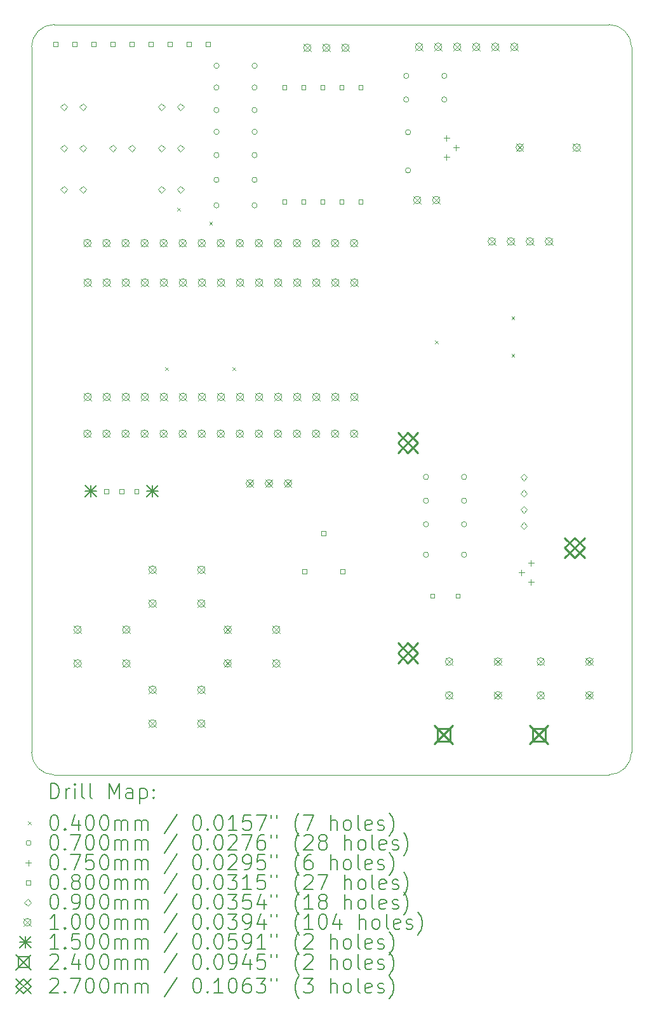
<source format=gbr>
%TF.GenerationSoftware,KiCad,Pcbnew,7.0.6*%
%TF.CreationDate,2023-07-29T04:39:19-03:00*%
%TF.ProjectId,OpenLabGeniosNano_V1,4f70656e-4c61-4624-9765-6e696f734e61,V1.0*%
%TF.SameCoordinates,Original*%
%TF.FileFunction,Drillmap*%
%TF.FilePolarity,Positive*%
%FSLAX45Y45*%
G04 Gerber Fmt 4.5, Leading zero omitted, Abs format (unit mm)*
G04 Created by KiCad (PCBNEW 7.0.6) date 2023-07-29 04:39:19*
%MOMM*%
%LPD*%
G01*
G04 APERTURE LIST*
%ADD10C,0.100000*%
%ADD11C,0.200000*%
%ADD12C,0.040000*%
%ADD13C,0.070000*%
%ADD14C,0.075000*%
%ADD15C,0.080000*%
%ADD16C,0.090000*%
%ADD17C,0.150000*%
%ADD18C,0.240000*%
%ADD19C,0.270000*%
G04 APERTURE END LIST*
D10*
X15086000Y-2934000D02*
G75*
G03*
X14786000Y-2634000I-300000J0D01*
G01*
X14786000Y-2634000D02*
X7386000Y-2634000D01*
X14786000Y-12634000D02*
G75*
G03*
X15086000Y-12334000I0J300000D01*
G01*
X7086000Y-2934000D02*
X7086000Y-12334000D01*
X7386000Y-2634000D02*
G75*
G03*
X7086000Y-2934000I0J-300000D01*
G01*
X15086000Y-12334000D02*
X15086000Y-2934000D01*
X7386000Y-12634000D02*
X14786000Y-12634000D01*
X7086000Y-12334000D02*
G75*
G03*
X7386000Y-12634000I300000J0D01*
G01*
D11*
D12*
X8866000Y-7204000D02*
X8906000Y-7244000D01*
X8906000Y-7204000D02*
X8866000Y-7244000D01*
X9029770Y-5077770D02*
X9069770Y-5117770D01*
X9069770Y-5077770D02*
X9029770Y-5117770D01*
X9456000Y-5264000D02*
X9496000Y-5304000D01*
X9496000Y-5264000D02*
X9456000Y-5304000D01*
X9766000Y-7204000D02*
X9806000Y-7244000D01*
X9806000Y-7204000D02*
X9766000Y-7244000D01*
X12466000Y-6844000D02*
X12506000Y-6884000D01*
X12506000Y-6844000D02*
X12466000Y-6884000D01*
X13486000Y-6524000D02*
X13526000Y-6564000D01*
X13526000Y-6524000D02*
X13486000Y-6564000D01*
X13486000Y-7024000D02*
X13526000Y-7064000D01*
X13526000Y-7024000D02*
X13486000Y-7064000D01*
D13*
X9587000Y-3184000D02*
G75*
G03*
X9587000Y-3184000I-35000J0D01*
G01*
X9587000Y-3474000D02*
G75*
G03*
X9587000Y-3474000I-35000J0D01*
G01*
X9587000Y-3774000D02*
G75*
G03*
X9587000Y-3774000I-35000J0D01*
G01*
X9587000Y-4064000D02*
G75*
G03*
X9587000Y-4064000I-35000J0D01*
G01*
X9587000Y-4374000D02*
G75*
G03*
X9587000Y-4374000I-35000J0D01*
G01*
X9587000Y-4704000D02*
G75*
G03*
X9587000Y-4704000I-35000J0D01*
G01*
X9587000Y-5044000D02*
G75*
G03*
X9587000Y-5044000I-35000J0D01*
G01*
X10095000Y-3184000D02*
G75*
G03*
X10095000Y-3184000I-35000J0D01*
G01*
X10095000Y-3474000D02*
G75*
G03*
X10095000Y-3474000I-35000J0D01*
G01*
X10095000Y-3774000D02*
G75*
G03*
X10095000Y-3774000I-35000J0D01*
G01*
X10095000Y-4064000D02*
G75*
G03*
X10095000Y-4064000I-35000J0D01*
G01*
X10095000Y-4374000D02*
G75*
G03*
X10095000Y-4374000I-35000J0D01*
G01*
X10095000Y-4704000D02*
G75*
G03*
X10095000Y-4704000I-35000J0D01*
G01*
X10095000Y-5044000D02*
G75*
G03*
X10095000Y-5044000I-35000J0D01*
G01*
X12117000Y-3319000D02*
G75*
G03*
X12117000Y-3319000I-35000J0D01*
G01*
X12117000Y-3634000D02*
G75*
G03*
X12117000Y-3634000I-35000J0D01*
G01*
X12141000Y-4070000D02*
G75*
G03*
X12141000Y-4070000I-35000J0D01*
G01*
X12141000Y-4578000D02*
G75*
G03*
X12141000Y-4578000I-35000J0D01*
G01*
X12381000Y-8665000D02*
G75*
G03*
X12381000Y-8665000I-35000J0D01*
G01*
X12381000Y-8980000D02*
G75*
G03*
X12381000Y-8980000I-35000J0D01*
G01*
X12381000Y-9295000D02*
G75*
G03*
X12381000Y-9295000I-35000J0D01*
G01*
X12381000Y-9700000D02*
G75*
G03*
X12381000Y-9700000I-35000J0D01*
G01*
X12625000Y-3319000D02*
G75*
G03*
X12625000Y-3319000I-35000J0D01*
G01*
X12625000Y-3634000D02*
G75*
G03*
X12625000Y-3634000I-35000J0D01*
G01*
X12889000Y-8665000D02*
G75*
G03*
X12889000Y-8665000I-35000J0D01*
G01*
X12889000Y-8980000D02*
G75*
G03*
X12889000Y-8980000I-35000J0D01*
G01*
X12889000Y-9295000D02*
G75*
G03*
X12889000Y-9295000I-35000J0D01*
G01*
X12889000Y-9700000D02*
G75*
G03*
X12889000Y-9700000I-35000J0D01*
G01*
D14*
X12620000Y-4109500D02*
X12620000Y-4184500D01*
X12582500Y-4147000D02*
X12657500Y-4147000D01*
X12620000Y-4363500D02*
X12620000Y-4438500D01*
X12582500Y-4401000D02*
X12657500Y-4401000D01*
X12747000Y-4236500D02*
X12747000Y-4311500D01*
X12709500Y-4274000D02*
X12784500Y-4274000D01*
X13619000Y-9902500D02*
X13619000Y-9977500D01*
X13581500Y-9940000D02*
X13656500Y-9940000D01*
X13746000Y-9775500D02*
X13746000Y-9850500D01*
X13708500Y-9813000D02*
X13783500Y-9813000D01*
X13746000Y-10029500D02*
X13746000Y-10104500D01*
X13708500Y-10067000D02*
X13783500Y-10067000D01*
D15*
X7436784Y-2922284D02*
X7436784Y-2865715D01*
X7380215Y-2865715D01*
X7380215Y-2922284D01*
X7436784Y-2922284D01*
X7690784Y-2922284D02*
X7690784Y-2865715D01*
X7634215Y-2865715D01*
X7634215Y-2922284D01*
X7690784Y-2922284D01*
X7944784Y-2922284D02*
X7944784Y-2865715D01*
X7888215Y-2865715D01*
X7888215Y-2922284D01*
X7944784Y-2922284D01*
X8114284Y-8882535D02*
X8114284Y-8825966D01*
X8057715Y-8825966D01*
X8057715Y-8882535D01*
X8114284Y-8882535D01*
X8198784Y-2922284D02*
X8198784Y-2865715D01*
X8142215Y-2865715D01*
X8142215Y-2922284D01*
X8198784Y-2922284D01*
X8314284Y-8882535D02*
X8314284Y-8825966D01*
X8257715Y-8825966D01*
X8257715Y-8882535D01*
X8314284Y-8882535D01*
X8452785Y-2922284D02*
X8452785Y-2865715D01*
X8396216Y-2865715D01*
X8396216Y-2922284D01*
X8452785Y-2922284D01*
X8514285Y-8882535D02*
X8514285Y-8825966D01*
X8457716Y-8825966D01*
X8457716Y-8882535D01*
X8514285Y-8882535D01*
X8706785Y-2922284D02*
X8706785Y-2865715D01*
X8650216Y-2865715D01*
X8650216Y-2922284D01*
X8706785Y-2922284D01*
X8960785Y-2922284D02*
X8960785Y-2865715D01*
X8904216Y-2865715D01*
X8904216Y-2922284D01*
X8960785Y-2922284D01*
X9214785Y-2922284D02*
X9214785Y-2865715D01*
X9158216Y-2865715D01*
X9158216Y-2922284D01*
X9214785Y-2922284D01*
X9468785Y-2922284D02*
X9468785Y-2865715D01*
X9412216Y-2865715D01*
X9412216Y-2922284D01*
X9468785Y-2922284D01*
X10486285Y-3498034D02*
X10486285Y-3441465D01*
X10429716Y-3441465D01*
X10429716Y-3498034D01*
X10486285Y-3498034D01*
X10486285Y-5022035D02*
X10486285Y-4965466D01*
X10429716Y-4965466D01*
X10429716Y-5022035D01*
X10486285Y-5022035D01*
X10740285Y-3498034D02*
X10740285Y-3441465D01*
X10683716Y-3441465D01*
X10683716Y-3498034D01*
X10740285Y-3498034D01*
X10740285Y-5022035D02*
X10740285Y-4965466D01*
X10683716Y-4965466D01*
X10683716Y-5022035D01*
X10740285Y-5022035D01*
X10754285Y-9953785D02*
X10754285Y-9897216D01*
X10697716Y-9897216D01*
X10697716Y-9953785D01*
X10754285Y-9953785D01*
X10994285Y-3498034D02*
X10994285Y-3441465D01*
X10937716Y-3441465D01*
X10937716Y-3498034D01*
X10994285Y-3498034D01*
X10994285Y-5022035D02*
X10994285Y-4965466D01*
X10937716Y-4965466D01*
X10937716Y-5022035D01*
X10994285Y-5022035D01*
X11008285Y-9445785D02*
X11008285Y-9389216D01*
X10951716Y-9389216D01*
X10951716Y-9445785D01*
X11008285Y-9445785D01*
X11248284Y-3498034D02*
X11248284Y-3441465D01*
X11191715Y-3441465D01*
X11191715Y-3498034D01*
X11248284Y-3498034D01*
X11248284Y-5022035D02*
X11248284Y-4965466D01*
X11191715Y-4965466D01*
X11191715Y-5022035D01*
X11248284Y-5022035D01*
X11262284Y-9953785D02*
X11262284Y-9897216D01*
X11205715Y-9897216D01*
X11205715Y-9953785D01*
X11262284Y-9953785D01*
X11502284Y-3498034D02*
X11502284Y-3441465D01*
X11445715Y-3441465D01*
X11445715Y-3498034D01*
X11502284Y-3498034D01*
X11502284Y-5022035D02*
X11502284Y-4965466D01*
X11445715Y-4965466D01*
X11445715Y-5022035D01*
X11502284Y-5022035D01*
X12458284Y-10278285D02*
X12458284Y-10221716D01*
X12401715Y-10221716D01*
X12401715Y-10278285D01*
X12458284Y-10278285D01*
X12798284Y-10278285D02*
X12798284Y-10221716D01*
X12741715Y-10221716D01*
X12741715Y-10278285D01*
X12798284Y-10278285D01*
D16*
X7518500Y-3779000D02*
X7563500Y-3734000D01*
X7518500Y-3689000D01*
X7473500Y-3734000D01*
X7518500Y-3779000D01*
X7518500Y-4329000D02*
X7563500Y-4284000D01*
X7518500Y-4239000D01*
X7473500Y-4284000D01*
X7518500Y-4329000D01*
X7518500Y-4879000D02*
X7563500Y-4834000D01*
X7518500Y-4789000D01*
X7473500Y-4834000D01*
X7518500Y-4879000D01*
X7772500Y-3779000D02*
X7817500Y-3734000D01*
X7772500Y-3689000D01*
X7727500Y-3734000D01*
X7772500Y-3779000D01*
X7772500Y-4329000D02*
X7817500Y-4284000D01*
X7772500Y-4239000D01*
X7727500Y-4284000D01*
X7772500Y-4329000D01*
X7772500Y-4879000D02*
X7817500Y-4834000D01*
X7772500Y-4789000D01*
X7727500Y-4834000D01*
X7772500Y-4879000D01*
X8168500Y-4329000D02*
X8213500Y-4284000D01*
X8168500Y-4239000D01*
X8123500Y-4284000D01*
X8168500Y-4329000D01*
X8422500Y-4329000D02*
X8467500Y-4284000D01*
X8422500Y-4239000D01*
X8377500Y-4284000D01*
X8422500Y-4329000D01*
X8818500Y-3779000D02*
X8863500Y-3734000D01*
X8818500Y-3689000D01*
X8773500Y-3734000D01*
X8818500Y-3779000D01*
X8818500Y-4329000D02*
X8863500Y-4284000D01*
X8818500Y-4239000D01*
X8773500Y-4284000D01*
X8818500Y-4329000D01*
X8818500Y-4879000D02*
X8863500Y-4834000D01*
X8818500Y-4789000D01*
X8773500Y-4834000D01*
X8818500Y-4879000D01*
X9072500Y-3779000D02*
X9117500Y-3734000D01*
X9072500Y-3689000D01*
X9027500Y-3734000D01*
X9072500Y-3779000D01*
X9072500Y-4329000D02*
X9117500Y-4284000D01*
X9072500Y-4239000D01*
X9027500Y-4284000D01*
X9072500Y-4329000D01*
X9072500Y-4879000D02*
X9117500Y-4834000D01*
X9072500Y-4789000D01*
X9027500Y-4834000D01*
X9072500Y-4879000D01*
X13650000Y-8713200D02*
X13695000Y-8668200D01*
X13650000Y-8623200D01*
X13605000Y-8668200D01*
X13650000Y-8713200D01*
X13650000Y-8929100D02*
X13695000Y-8884100D01*
X13650000Y-8839100D01*
X13605000Y-8884100D01*
X13650000Y-8929100D01*
X13650000Y-9145000D02*
X13695000Y-9100000D01*
X13650000Y-9055000D01*
X13605000Y-9100000D01*
X13650000Y-9145000D01*
X13650000Y-9360900D02*
X13695000Y-9315900D01*
X13650000Y-9270900D01*
X13605000Y-9315900D01*
X13650000Y-9360900D01*
D10*
X7650000Y-10650000D02*
X7750000Y-10750000D01*
X7750000Y-10650000D02*
X7650000Y-10750000D01*
X7750000Y-10700000D02*
G75*
G03*
X7750000Y-10700000I-50000J0D01*
G01*
X7650000Y-11100000D02*
X7750000Y-11200000D01*
X7750000Y-11100000D02*
X7650000Y-11200000D01*
X7750000Y-11150000D02*
G75*
G03*
X7750000Y-11150000I-50000J0D01*
G01*
X7780000Y-5496500D02*
X7880000Y-5596500D01*
X7880000Y-5496500D02*
X7780000Y-5596500D01*
X7880000Y-5546500D02*
G75*
G03*
X7880000Y-5546500I-50000J0D01*
G01*
X7780000Y-8036500D02*
X7880000Y-8136500D01*
X7880000Y-8036500D02*
X7780000Y-8136500D01*
X7880000Y-8086500D02*
G75*
G03*
X7880000Y-8086500I-50000J0D01*
G01*
X7785000Y-6023000D02*
X7885000Y-6123000D01*
X7885000Y-6023000D02*
X7785000Y-6123000D01*
X7885000Y-6073000D02*
G75*
G03*
X7885000Y-6073000I-50000J0D01*
G01*
X7785000Y-7547000D02*
X7885000Y-7647000D01*
X7885000Y-7547000D02*
X7785000Y-7647000D01*
X7885000Y-7597000D02*
G75*
G03*
X7885000Y-7597000I-50000J0D01*
G01*
X8034000Y-5496500D02*
X8134000Y-5596500D01*
X8134000Y-5496500D02*
X8034000Y-5596500D01*
X8134000Y-5546500D02*
G75*
G03*
X8134000Y-5546500I-50000J0D01*
G01*
X8034000Y-8036500D02*
X8134000Y-8136500D01*
X8134000Y-8036500D02*
X8034000Y-8136500D01*
X8134000Y-8086500D02*
G75*
G03*
X8134000Y-8086500I-50000J0D01*
G01*
X8039000Y-6023000D02*
X8139000Y-6123000D01*
X8139000Y-6023000D02*
X8039000Y-6123000D01*
X8139000Y-6073000D02*
G75*
G03*
X8139000Y-6073000I-50000J0D01*
G01*
X8039000Y-7547000D02*
X8139000Y-7647000D01*
X8139000Y-7547000D02*
X8039000Y-7647000D01*
X8139000Y-7597000D02*
G75*
G03*
X8139000Y-7597000I-50000J0D01*
G01*
X8288000Y-5496500D02*
X8388000Y-5596500D01*
X8388000Y-5496500D02*
X8288000Y-5596500D01*
X8388000Y-5546500D02*
G75*
G03*
X8388000Y-5546500I-50000J0D01*
G01*
X8288000Y-8036500D02*
X8388000Y-8136500D01*
X8388000Y-8036500D02*
X8288000Y-8136500D01*
X8388000Y-8086500D02*
G75*
G03*
X8388000Y-8086500I-50000J0D01*
G01*
X8293000Y-6023000D02*
X8393000Y-6123000D01*
X8393000Y-6023000D02*
X8293000Y-6123000D01*
X8393000Y-6073000D02*
G75*
G03*
X8393000Y-6073000I-50000J0D01*
G01*
X8293000Y-7547000D02*
X8393000Y-7647000D01*
X8393000Y-7547000D02*
X8293000Y-7647000D01*
X8393000Y-7597000D02*
G75*
G03*
X8393000Y-7597000I-50000J0D01*
G01*
X8300000Y-10650000D02*
X8400000Y-10750000D01*
X8400000Y-10650000D02*
X8300000Y-10750000D01*
X8400000Y-10700000D02*
G75*
G03*
X8400000Y-10700000I-50000J0D01*
G01*
X8300000Y-11100000D02*
X8400000Y-11200000D01*
X8400000Y-11100000D02*
X8300000Y-11200000D01*
X8400000Y-11150000D02*
G75*
G03*
X8400000Y-11150000I-50000J0D01*
G01*
X8542000Y-5496500D02*
X8642000Y-5596500D01*
X8642000Y-5496500D02*
X8542000Y-5596500D01*
X8642000Y-5546500D02*
G75*
G03*
X8642000Y-5546500I-50000J0D01*
G01*
X8542000Y-8036500D02*
X8642000Y-8136500D01*
X8642000Y-8036500D02*
X8542000Y-8136500D01*
X8642000Y-8086500D02*
G75*
G03*
X8642000Y-8086500I-50000J0D01*
G01*
X8547000Y-6023000D02*
X8647000Y-6123000D01*
X8647000Y-6023000D02*
X8547000Y-6123000D01*
X8647000Y-6073000D02*
G75*
G03*
X8647000Y-6073000I-50000J0D01*
G01*
X8547000Y-7547000D02*
X8647000Y-7647000D01*
X8647000Y-7547000D02*
X8547000Y-7647000D01*
X8647000Y-7597000D02*
G75*
G03*
X8647000Y-7597000I-50000J0D01*
G01*
X8650000Y-9850000D02*
X8750000Y-9950000D01*
X8750000Y-9850000D02*
X8650000Y-9950000D01*
X8750000Y-9900000D02*
G75*
G03*
X8750000Y-9900000I-50000J0D01*
G01*
X8650000Y-10300000D02*
X8750000Y-10400000D01*
X8750000Y-10300000D02*
X8650000Y-10400000D01*
X8750000Y-10350000D02*
G75*
G03*
X8750000Y-10350000I-50000J0D01*
G01*
X8650000Y-11450000D02*
X8750000Y-11550000D01*
X8750000Y-11450000D02*
X8650000Y-11550000D01*
X8750000Y-11500000D02*
G75*
G03*
X8750000Y-11500000I-50000J0D01*
G01*
X8650000Y-11900000D02*
X8750000Y-12000000D01*
X8750000Y-11900000D02*
X8650000Y-12000000D01*
X8750000Y-11950000D02*
G75*
G03*
X8750000Y-11950000I-50000J0D01*
G01*
X8796000Y-5496500D02*
X8896000Y-5596500D01*
X8896000Y-5496500D02*
X8796000Y-5596500D01*
X8896000Y-5546500D02*
G75*
G03*
X8896000Y-5546500I-50000J0D01*
G01*
X8796000Y-8036500D02*
X8896000Y-8136500D01*
X8896000Y-8036500D02*
X8796000Y-8136500D01*
X8896000Y-8086500D02*
G75*
G03*
X8896000Y-8086500I-50000J0D01*
G01*
X8801000Y-6023000D02*
X8901000Y-6123000D01*
X8901000Y-6023000D02*
X8801000Y-6123000D01*
X8901000Y-6073000D02*
G75*
G03*
X8901000Y-6073000I-50000J0D01*
G01*
X8801000Y-7547000D02*
X8901000Y-7647000D01*
X8901000Y-7547000D02*
X8801000Y-7647000D01*
X8901000Y-7597000D02*
G75*
G03*
X8901000Y-7597000I-50000J0D01*
G01*
X9050000Y-5496500D02*
X9150000Y-5596500D01*
X9150000Y-5496500D02*
X9050000Y-5596500D01*
X9150000Y-5546500D02*
G75*
G03*
X9150000Y-5546500I-50000J0D01*
G01*
X9050000Y-8036500D02*
X9150000Y-8136500D01*
X9150000Y-8036500D02*
X9050000Y-8136500D01*
X9150000Y-8086500D02*
G75*
G03*
X9150000Y-8086500I-50000J0D01*
G01*
X9055000Y-6023000D02*
X9155000Y-6123000D01*
X9155000Y-6023000D02*
X9055000Y-6123000D01*
X9155000Y-6073000D02*
G75*
G03*
X9155000Y-6073000I-50000J0D01*
G01*
X9055000Y-7547000D02*
X9155000Y-7647000D01*
X9155000Y-7547000D02*
X9055000Y-7647000D01*
X9155000Y-7597000D02*
G75*
G03*
X9155000Y-7597000I-50000J0D01*
G01*
X9300000Y-9850000D02*
X9400000Y-9950000D01*
X9400000Y-9850000D02*
X9300000Y-9950000D01*
X9400000Y-9900000D02*
G75*
G03*
X9400000Y-9900000I-50000J0D01*
G01*
X9300000Y-10300000D02*
X9400000Y-10400000D01*
X9400000Y-10300000D02*
X9300000Y-10400000D01*
X9400000Y-10350000D02*
G75*
G03*
X9400000Y-10350000I-50000J0D01*
G01*
X9300000Y-11450000D02*
X9400000Y-11550000D01*
X9400000Y-11450000D02*
X9300000Y-11550000D01*
X9400000Y-11500000D02*
G75*
G03*
X9400000Y-11500000I-50000J0D01*
G01*
X9300000Y-11900000D02*
X9400000Y-12000000D01*
X9400000Y-11900000D02*
X9300000Y-12000000D01*
X9400000Y-11950000D02*
G75*
G03*
X9400000Y-11950000I-50000J0D01*
G01*
X9304000Y-5496500D02*
X9404000Y-5596500D01*
X9404000Y-5496500D02*
X9304000Y-5596500D01*
X9404000Y-5546500D02*
G75*
G03*
X9404000Y-5546500I-50000J0D01*
G01*
X9304000Y-8036500D02*
X9404000Y-8136500D01*
X9404000Y-8036500D02*
X9304000Y-8136500D01*
X9404000Y-8086500D02*
G75*
G03*
X9404000Y-8086500I-50000J0D01*
G01*
X9309000Y-6023000D02*
X9409000Y-6123000D01*
X9409000Y-6023000D02*
X9309000Y-6123000D01*
X9409000Y-6073000D02*
G75*
G03*
X9409000Y-6073000I-50000J0D01*
G01*
X9309000Y-7547000D02*
X9409000Y-7647000D01*
X9409000Y-7547000D02*
X9309000Y-7647000D01*
X9409000Y-7597000D02*
G75*
G03*
X9409000Y-7597000I-50000J0D01*
G01*
X9558000Y-5496500D02*
X9658000Y-5596500D01*
X9658000Y-5496500D02*
X9558000Y-5596500D01*
X9658000Y-5546500D02*
G75*
G03*
X9658000Y-5546500I-50000J0D01*
G01*
X9558000Y-8036500D02*
X9658000Y-8136500D01*
X9658000Y-8036500D02*
X9558000Y-8136500D01*
X9658000Y-8086500D02*
G75*
G03*
X9658000Y-8086500I-50000J0D01*
G01*
X9563000Y-6023000D02*
X9663000Y-6123000D01*
X9663000Y-6023000D02*
X9563000Y-6123000D01*
X9663000Y-6073000D02*
G75*
G03*
X9663000Y-6073000I-50000J0D01*
G01*
X9563000Y-7547000D02*
X9663000Y-7647000D01*
X9663000Y-7547000D02*
X9563000Y-7647000D01*
X9663000Y-7597000D02*
G75*
G03*
X9663000Y-7597000I-50000J0D01*
G01*
X9650000Y-10650000D02*
X9750000Y-10750000D01*
X9750000Y-10650000D02*
X9650000Y-10750000D01*
X9750000Y-10700000D02*
G75*
G03*
X9750000Y-10700000I-50000J0D01*
G01*
X9650000Y-11100000D02*
X9750000Y-11200000D01*
X9750000Y-11100000D02*
X9650000Y-11200000D01*
X9750000Y-11150000D02*
G75*
G03*
X9750000Y-11150000I-50000J0D01*
G01*
X9812000Y-5496500D02*
X9912000Y-5596500D01*
X9912000Y-5496500D02*
X9812000Y-5596500D01*
X9912000Y-5546500D02*
G75*
G03*
X9912000Y-5546500I-50000J0D01*
G01*
X9812000Y-8036500D02*
X9912000Y-8136500D01*
X9912000Y-8036500D02*
X9812000Y-8136500D01*
X9912000Y-8086500D02*
G75*
G03*
X9912000Y-8086500I-50000J0D01*
G01*
X9817000Y-6023000D02*
X9917000Y-6123000D01*
X9917000Y-6023000D02*
X9817000Y-6123000D01*
X9917000Y-6073000D02*
G75*
G03*
X9917000Y-6073000I-50000J0D01*
G01*
X9817000Y-7547000D02*
X9917000Y-7647000D01*
X9917000Y-7547000D02*
X9817000Y-7647000D01*
X9917000Y-7597000D02*
G75*
G03*
X9917000Y-7597000I-50000J0D01*
G01*
X9947500Y-8700000D02*
X10047500Y-8800000D01*
X10047500Y-8700000D02*
X9947500Y-8800000D01*
X10047500Y-8750000D02*
G75*
G03*
X10047500Y-8750000I-50000J0D01*
G01*
X10066000Y-5496500D02*
X10166000Y-5596500D01*
X10166000Y-5496500D02*
X10066000Y-5596500D01*
X10166000Y-5546500D02*
G75*
G03*
X10166000Y-5546500I-50000J0D01*
G01*
X10066000Y-8036500D02*
X10166000Y-8136500D01*
X10166000Y-8036500D02*
X10066000Y-8136500D01*
X10166000Y-8086500D02*
G75*
G03*
X10166000Y-8086500I-50000J0D01*
G01*
X10071000Y-6023000D02*
X10171000Y-6123000D01*
X10171000Y-6023000D02*
X10071000Y-6123000D01*
X10171000Y-6073000D02*
G75*
G03*
X10171000Y-6073000I-50000J0D01*
G01*
X10071000Y-7547000D02*
X10171000Y-7647000D01*
X10171000Y-7547000D02*
X10071000Y-7647000D01*
X10171000Y-7597000D02*
G75*
G03*
X10171000Y-7597000I-50000J0D01*
G01*
X10201500Y-8700000D02*
X10301500Y-8800000D01*
X10301500Y-8700000D02*
X10201500Y-8800000D01*
X10301500Y-8750000D02*
G75*
G03*
X10301500Y-8750000I-50000J0D01*
G01*
X10300000Y-10650000D02*
X10400000Y-10750000D01*
X10400000Y-10650000D02*
X10300000Y-10750000D01*
X10400000Y-10700000D02*
G75*
G03*
X10400000Y-10700000I-50000J0D01*
G01*
X10300000Y-11100000D02*
X10400000Y-11200000D01*
X10400000Y-11100000D02*
X10300000Y-11200000D01*
X10400000Y-11150000D02*
G75*
G03*
X10400000Y-11150000I-50000J0D01*
G01*
X10320000Y-5496500D02*
X10420000Y-5596500D01*
X10420000Y-5496500D02*
X10320000Y-5596500D01*
X10420000Y-5546500D02*
G75*
G03*
X10420000Y-5546500I-50000J0D01*
G01*
X10320000Y-8036500D02*
X10420000Y-8136500D01*
X10420000Y-8036500D02*
X10320000Y-8136500D01*
X10420000Y-8086500D02*
G75*
G03*
X10420000Y-8086500I-50000J0D01*
G01*
X10325000Y-6023000D02*
X10425000Y-6123000D01*
X10425000Y-6023000D02*
X10325000Y-6123000D01*
X10425000Y-6073000D02*
G75*
G03*
X10425000Y-6073000I-50000J0D01*
G01*
X10325000Y-7547000D02*
X10425000Y-7647000D01*
X10425000Y-7547000D02*
X10325000Y-7647000D01*
X10425000Y-7597000D02*
G75*
G03*
X10425000Y-7597000I-50000J0D01*
G01*
X10455500Y-8700000D02*
X10555500Y-8800000D01*
X10555500Y-8700000D02*
X10455500Y-8800000D01*
X10555500Y-8750000D02*
G75*
G03*
X10555500Y-8750000I-50000J0D01*
G01*
X10574000Y-5496500D02*
X10674000Y-5596500D01*
X10674000Y-5496500D02*
X10574000Y-5596500D01*
X10674000Y-5546500D02*
G75*
G03*
X10674000Y-5546500I-50000J0D01*
G01*
X10574000Y-8036500D02*
X10674000Y-8136500D01*
X10674000Y-8036500D02*
X10574000Y-8136500D01*
X10674000Y-8086500D02*
G75*
G03*
X10674000Y-8086500I-50000J0D01*
G01*
X10579000Y-6023000D02*
X10679000Y-6123000D01*
X10679000Y-6023000D02*
X10579000Y-6123000D01*
X10679000Y-6073000D02*
G75*
G03*
X10679000Y-6073000I-50000J0D01*
G01*
X10579000Y-7547000D02*
X10679000Y-7647000D01*
X10679000Y-7547000D02*
X10579000Y-7647000D01*
X10679000Y-7597000D02*
G75*
G03*
X10679000Y-7597000I-50000J0D01*
G01*
X10713500Y-2894000D02*
X10813500Y-2994000D01*
X10813500Y-2894000D02*
X10713500Y-2994000D01*
X10813500Y-2944000D02*
G75*
G03*
X10813500Y-2944000I-50000J0D01*
G01*
X10828000Y-5496500D02*
X10928000Y-5596500D01*
X10928000Y-5496500D02*
X10828000Y-5596500D01*
X10928000Y-5546500D02*
G75*
G03*
X10928000Y-5546500I-50000J0D01*
G01*
X10828000Y-8036500D02*
X10928000Y-8136500D01*
X10928000Y-8036500D02*
X10828000Y-8136500D01*
X10928000Y-8086500D02*
G75*
G03*
X10928000Y-8086500I-50000J0D01*
G01*
X10833000Y-6023000D02*
X10933000Y-6123000D01*
X10933000Y-6023000D02*
X10833000Y-6123000D01*
X10933000Y-6073000D02*
G75*
G03*
X10933000Y-6073000I-50000J0D01*
G01*
X10833000Y-7547000D02*
X10933000Y-7647000D01*
X10933000Y-7547000D02*
X10833000Y-7647000D01*
X10933000Y-7597000D02*
G75*
G03*
X10933000Y-7597000I-50000J0D01*
G01*
X10967500Y-2894000D02*
X11067500Y-2994000D01*
X11067500Y-2894000D02*
X10967500Y-2994000D01*
X11067500Y-2944000D02*
G75*
G03*
X11067500Y-2944000I-50000J0D01*
G01*
X11082000Y-5496500D02*
X11182000Y-5596500D01*
X11182000Y-5496500D02*
X11082000Y-5596500D01*
X11182000Y-5546500D02*
G75*
G03*
X11182000Y-5546500I-50000J0D01*
G01*
X11082000Y-8036500D02*
X11182000Y-8136500D01*
X11182000Y-8036500D02*
X11082000Y-8136500D01*
X11182000Y-8086500D02*
G75*
G03*
X11182000Y-8086500I-50000J0D01*
G01*
X11087000Y-6023000D02*
X11187000Y-6123000D01*
X11187000Y-6023000D02*
X11087000Y-6123000D01*
X11187000Y-6073000D02*
G75*
G03*
X11187000Y-6073000I-50000J0D01*
G01*
X11087000Y-7547000D02*
X11187000Y-7647000D01*
X11187000Y-7547000D02*
X11087000Y-7647000D01*
X11187000Y-7597000D02*
G75*
G03*
X11187000Y-7597000I-50000J0D01*
G01*
X11221500Y-2894000D02*
X11321500Y-2994000D01*
X11321500Y-2894000D02*
X11221500Y-2994000D01*
X11321500Y-2944000D02*
G75*
G03*
X11321500Y-2944000I-50000J0D01*
G01*
X11336000Y-5496500D02*
X11436000Y-5596500D01*
X11436000Y-5496500D02*
X11336000Y-5596500D01*
X11436000Y-5546500D02*
G75*
G03*
X11436000Y-5546500I-50000J0D01*
G01*
X11336000Y-8036500D02*
X11436000Y-8136500D01*
X11436000Y-8036500D02*
X11336000Y-8136500D01*
X11436000Y-8086500D02*
G75*
G03*
X11436000Y-8086500I-50000J0D01*
G01*
X11341000Y-6023000D02*
X11441000Y-6123000D01*
X11441000Y-6023000D02*
X11341000Y-6123000D01*
X11441000Y-6073000D02*
G75*
G03*
X11441000Y-6073000I-50000J0D01*
G01*
X11341000Y-7547000D02*
X11441000Y-7647000D01*
X11441000Y-7547000D02*
X11341000Y-7647000D01*
X11441000Y-7597000D02*
G75*
G03*
X11441000Y-7597000I-50000J0D01*
G01*
X12178500Y-4924000D02*
X12278500Y-5024000D01*
X12278500Y-4924000D02*
X12178500Y-5024000D01*
X12278500Y-4974000D02*
G75*
G03*
X12278500Y-4974000I-50000J0D01*
G01*
X12203500Y-2881500D02*
X12303500Y-2981500D01*
X12303500Y-2881500D02*
X12203500Y-2981500D01*
X12303500Y-2931500D02*
G75*
G03*
X12303500Y-2931500I-50000J0D01*
G01*
X12432500Y-4924000D02*
X12532500Y-5024000D01*
X12532500Y-4924000D02*
X12432500Y-5024000D01*
X12532500Y-4974000D02*
G75*
G03*
X12532500Y-4974000I-50000J0D01*
G01*
X12457500Y-2881500D02*
X12557500Y-2981500D01*
X12557500Y-2881500D02*
X12457500Y-2981500D01*
X12557500Y-2931500D02*
G75*
G03*
X12557500Y-2931500I-50000J0D01*
G01*
X12605000Y-11075000D02*
X12705000Y-11175000D01*
X12705000Y-11075000D02*
X12605000Y-11175000D01*
X12705000Y-11125000D02*
G75*
G03*
X12705000Y-11125000I-50000J0D01*
G01*
X12605000Y-11525000D02*
X12705000Y-11625000D01*
X12705000Y-11525000D02*
X12605000Y-11625000D01*
X12705000Y-11575000D02*
G75*
G03*
X12705000Y-11575000I-50000J0D01*
G01*
X12711500Y-2881500D02*
X12811500Y-2981500D01*
X12811500Y-2881500D02*
X12711500Y-2981500D01*
X12811500Y-2931500D02*
G75*
G03*
X12811500Y-2931500I-50000J0D01*
G01*
X12965500Y-2881500D02*
X13065500Y-2981500D01*
X13065500Y-2881500D02*
X12965500Y-2981500D01*
X13065500Y-2931500D02*
G75*
G03*
X13065500Y-2931500I-50000J0D01*
G01*
X13174000Y-5474000D02*
X13274000Y-5574000D01*
X13274000Y-5474000D02*
X13174000Y-5574000D01*
X13274000Y-5524000D02*
G75*
G03*
X13274000Y-5524000I-50000J0D01*
G01*
X13219500Y-2881500D02*
X13319500Y-2981500D01*
X13319500Y-2881500D02*
X13219500Y-2981500D01*
X13319500Y-2931500D02*
G75*
G03*
X13319500Y-2931500I-50000J0D01*
G01*
X13255000Y-11075000D02*
X13355000Y-11175000D01*
X13355000Y-11075000D02*
X13255000Y-11175000D01*
X13355000Y-11125000D02*
G75*
G03*
X13355000Y-11125000I-50000J0D01*
G01*
X13255000Y-11525000D02*
X13355000Y-11625000D01*
X13355000Y-11525000D02*
X13255000Y-11625000D01*
X13355000Y-11575000D02*
G75*
G03*
X13355000Y-11575000I-50000J0D01*
G01*
X13428000Y-5474000D02*
X13528000Y-5574000D01*
X13528000Y-5474000D02*
X13428000Y-5574000D01*
X13528000Y-5524000D02*
G75*
G03*
X13528000Y-5524000I-50000J0D01*
G01*
X13473500Y-2881500D02*
X13573500Y-2981500D01*
X13573500Y-2881500D02*
X13473500Y-2981500D01*
X13573500Y-2931500D02*
G75*
G03*
X13573500Y-2931500I-50000J0D01*
G01*
X13546000Y-4224000D02*
X13646000Y-4324000D01*
X13646000Y-4224000D02*
X13546000Y-4324000D01*
X13646000Y-4274000D02*
G75*
G03*
X13646000Y-4274000I-50000J0D01*
G01*
X13682000Y-5474000D02*
X13782000Y-5574000D01*
X13782000Y-5474000D02*
X13682000Y-5574000D01*
X13782000Y-5524000D02*
G75*
G03*
X13782000Y-5524000I-50000J0D01*
G01*
X13825000Y-11075000D02*
X13925000Y-11175000D01*
X13925000Y-11075000D02*
X13825000Y-11175000D01*
X13925000Y-11125000D02*
G75*
G03*
X13925000Y-11125000I-50000J0D01*
G01*
X13825000Y-11525000D02*
X13925000Y-11625000D01*
X13925000Y-11525000D02*
X13825000Y-11625000D01*
X13925000Y-11575000D02*
G75*
G03*
X13925000Y-11575000I-50000J0D01*
G01*
X13936000Y-5474000D02*
X14036000Y-5574000D01*
X14036000Y-5474000D02*
X13936000Y-5574000D01*
X14036000Y-5524000D02*
G75*
G03*
X14036000Y-5524000I-50000J0D01*
G01*
X14306000Y-4224000D02*
X14406000Y-4324000D01*
X14406000Y-4224000D02*
X14306000Y-4324000D01*
X14406000Y-4274000D02*
G75*
G03*
X14406000Y-4274000I-50000J0D01*
G01*
X14475000Y-11075000D02*
X14575000Y-11175000D01*
X14575000Y-11075000D02*
X14475000Y-11175000D01*
X14575000Y-11125000D02*
G75*
G03*
X14575000Y-11125000I-50000J0D01*
G01*
X14475000Y-11525000D02*
X14575000Y-11625000D01*
X14575000Y-11525000D02*
X14475000Y-11625000D01*
X14575000Y-11575000D02*
G75*
G03*
X14575000Y-11575000I-50000J0D01*
G01*
D17*
X7801000Y-8779250D02*
X7951000Y-8929250D01*
X7951000Y-8779250D02*
X7801000Y-8929250D01*
X7876000Y-8779250D02*
X7876000Y-8929250D01*
X7801000Y-8854250D02*
X7951000Y-8854250D01*
X8621000Y-8779250D02*
X8771000Y-8929250D01*
X8771000Y-8779250D02*
X8621000Y-8929250D01*
X8696000Y-8779250D02*
X8696000Y-8929250D01*
X8621000Y-8854250D02*
X8771000Y-8854250D01*
D18*
X12460000Y-11980000D02*
X12700000Y-12220000D01*
X12700000Y-11980000D02*
X12460000Y-12220000D01*
X12664854Y-12184854D02*
X12664854Y-12015146D01*
X12495146Y-12015146D01*
X12495146Y-12184854D01*
X12664854Y-12184854D01*
X13730000Y-11980000D02*
X13970000Y-12220000D01*
X13970000Y-11980000D02*
X13730000Y-12220000D01*
X13934854Y-12184854D02*
X13934854Y-12015146D01*
X13765146Y-12015146D01*
X13765146Y-12184854D01*
X13934854Y-12184854D01*
D19*
X11970000Y-8075000D02*
X12240000Y-8345000D01*
X12240000Y-8075000D02*
X11970000Y-8345000D01*
X12105000Y-8345000D02*
X12240000Y-8210000D01*
X12105000Y-8075000D01*
X11970000Y-8210000D01*
X12105000Y-8345000D01*
X11970000Y-10875000D02*
X12240000Y-11145000D01*
X12240000Y-10875000D02*
X11970000Y-11145000D01*
X12105000Y-11145000D02*
X12240000Y-11010000D01*
X12105000Y-10875000D01*
X11970000Y-11010000D01*
X12105000Y-11145000D01*
X14190000Y-9475000D02*
X14460000Y-9745000D01*
X14460000Y-9475000D02*
X14190000Y-9745000D01*
X14325000Y-9745000D02*
X14460000Y-9610000D01*
X14325000Y-9475000D01*
X14190000Y-9610000D01*
X14325000Y-9745000D01*
D11*
X7341777Y-12950484D02*
X7341777Y-12750484D01*
X7341777Y-12750484D02*
X7389396Y-12750484D01*
X7389396Y-12750484D02*
X7417967Y-12760008D01*
X7417967Y-12760008D02*
X7437015Y-12779055D01*
X7437015Y-12779055D02*
X7446539Y-12798103D01*
X7446539Y-12798103D02*
X7456062Y-12836198D01*
X7456062Y-12836198D02*
X7456062Y-12864769D01*
X7456062Y-12864769D02*
X7446539Y-12902865D01*
X7446539Y-12902865D02*
X7437015Y-12921912D01*
X7437015Y-12921912D02*
X7417967Y-12940960D01*
X7417967Y-12940960D02*
X7389396Y-12950484D01*
X7389396Y-12950484D02*
X7341777Y-12950484D01*
X7541777Y-12950484D02*
X7541777Y-12817150D01*
X7541777Y-12855246D02*
X7551301Y-12836198D01*
X7551301Y-12836198D02*
X7560824Y-12826674D01*
X7560824Y-12826674D02*
X7579872Y-12817150D01*
X7579872Y-12817150D02*
X7598920Y-12817150D01*
X7665586Y-12950484D02*
X7665586Y-12817150D01*
X7665586Y-12750484D02*
X7656062Y-12760008D01*
X7656062Y-12760008D02*
X7665586Y-12769531D01*
X7665586Y-12769531D02*
X7675110Y-12760008D01*
X7675110Y-12760008D02*
X7665586Y-12750484D01*
X7665586Y-12750484D02*
X7665586Y-12769531D01*
X7789396Y-12950484D02*
X7770348Y-12940960D01*
X7770348Y-12940960D02*
X7760824Y-12921912D01*
X7760824Y-12921912D02*
X7760824Y-12750484D01*
X7894158Y-12950484D02*
X7875110Y-12940960D01*
X7875110Y-12940960D02*
X7865586Y-12921912D01*
X7865586Y-12921912D02*
X7865586Y-12750484D01*
X8122729Y-12950484D02*
X8122729Y-12750484D01*
X8122729Y-12750484D02*
X8189396Y-12893341D01*
X8189396Y-12893341D02*
X8256062Y-12750484D01*
X8256062Y-12750484D02*
X8256062Y-12950484D01*
X8437015Y-12950484D02*
X8437015Y-12845722D01*
X8437015Y-12845722D02*
X8427491Y-12826674D01*
X8427491Y-12826674D02*
X8408444Y-12817150D01*
X8408444Y-12817150D02*
X8370348Y-12817150D01*
X8370348Y-12817150D02*
X8351301Y-12826674D01*
X8437015Y-12940960D02*
X8417967Y-12950484D01*
X8417967Y-12950484D02*
X8370348Y-12950484D01*
X8370348Y-12950484D02*
X8351301Y-12940960D01*
X8351301Y-12940960D02*
X8341777Y-12921912D01*
X8341777Y-12921912D02*
X8341777Y-12902865D01*
X8341777Y-12902865D02*
X8351301Y-12883817D01*
X8351301Y-12883817D02*
X8370348Y-12874293D01*
X8370348Y-12874293D02*
X8417967Y-12874293D01*
X8417967Y-12874293D02*
X8437015Y-12864769D01*
X8532253Y-12817150D02*
X8532253Y-13017150D01*
X8532253Y-12826674D02*
X8551301Y-12817150D01*
X8551301Y-12817150D02*
X8589396Y-12817150D01*
X8589396Y-12817150D02*
X8608444Y-12826674D01*
X8608444Y-12826674D02*
X8617967Y-12836198D01*
X8617967Y-12836198D02*
X8627491Y-12855246D01*
X8627491Y-12855246D02*
X8627491Y-12912388D01*
X8627491Y-12912388D02*
X8617967Y-12931436D01*
X8617967Y-12931436D02*
X8608444Y-12940960D01*
X8608444Y-12940960D02*
X8589396Y-12950484D01*
X8589396Y-12950484D02*
X8551301Y-12950484D01*
X8551301Y-12950484D02*
X8532253Y-12940960D01*
X8713205Y-12931436D02*
X8722729Y-12940960D01*
X8722729Y-12940960D02*
X8713205Y-12950484D01*
X8713205Y-12950484D02*
X8703682Y-12940960D01*
X8703682Y-12940960D02*
X8713205Y-12931436D01*
X8713205Y-12931436D02*
X8713205Y-12950484D01*
X8713205Y-12826674D02*
X8722729Y-12836198D01*
X8722729Y-12836198D02*
X8713205Y-12845722D01*
X8713205Y-12845722D02*
X8703682Y-12836198D01*
X8703682Y-12836198D02*
X8713205Y-12826674D01*
X8713205Y-12826674D02*
X8713205Y-12845722D01*
D12*
X7041000Y-13259000D02*
X7081000Y-13299000D01*
X7081000Y-13259000D02*
X7041000Y-13299000D01*
D11*
X7379872Y-13170484D02*
X7398920Y-13170484D01*
X7398920Y-13170484D02*
X7417967Y-13180008D01*
X7417967Y-13180008D02*
X7427491Y-13189531D01*
X7427491Y-13189531D02*
X7437015Y-13208579D01*
X7437015Y-13208579D02*
X7446539Y-13246674D01*
X7446539Y-13246674D02*
X7446539Y-13294293D01*
X7446539Y-13294293D02*
X7437015Y-13332388D01*
X7437015Y-13332388D02*
X7427491Y-13351436D01*
X7427491Y-13351436D02*
X7417967Y-13360960D01*
X7417967Y-13360960D02*
X7398920Y-13370484D01*
X7398920Y-13370484D02*
X7379872Y-13370484D01*
X7379872Y-13370484D02*
X7360824Y-13360960D01*
X7360824Y-13360960D02*
X7351301Y-13351436D01*
X7351301Y-13351436D02*
X7341777Y-13332388D01*
X7341777Y-13332388D02*
X7332253Y-13294293D01*
X7332253Y-13294293D02*
X7332253Y-13246674D01*
X7332253Y-13246674D02*
X7341777Y-13208579D01*
X7341777Y-13208579D02*
X7351301Y-13189531D01*
X7351301Y-13189531D02*
X7360824Y-13180008D01*
X7360824Y-13180008D02*
X7379872Y-13170484D01*
X7532253Y-13351436D02*
X7541777Y-13360960D01*
X7541777Y-13360960D02*
X7532253Y-13370484D01*
X7532253Y-13370484D02*
X7522729Y-13360960D01*
X7522729Y-13360960D02*
X7532253Y-13351436D01*
X7532253Y-13351436D02*
X7532253Y-13370484D01*
X7713205Y-13237150D02*
X7713205Y-13370484D01*
X7665586Y-13160960D02*
X7617967Y-13303817D01*
X7617967Y-13303817D02*
X7741777Y-13303817D01*
X7856062Y-13170484D02*
X7875110Y-13170484D01*
X7875110Y-13170484D02*
X7894158Y-13180008D01*
X7894158Y-13180008D02*
X7903682Y-13189531D01*
X7903682Y-13189531D02*
X7913205Y-13208579D01*
X7913205Y-13208579D02*
X7922729Y-13246674D01*
X7922729Y-13246674D02*
X7922729Y-13294293D01*
X7922729Y-13294293D02*
X7913205Y-13332388D01*
X7913205Y-13332388D02*
X7903682Y-13351436D01*
X7903682Y-13351436D02*
X7894158Y-13360960D01*
X7894158Y-13360960D02*
X7875110Y-13370484D01*
X7875110Y-13370484D02*
X7856062Y-13370484D01*
X7856062Y-13370484D02*
X7837015Y-13360960D01*
X7837015Y-13360960D02*
X7827491Y-13351436D01*
X7827491Y-13351436D02*
X7817967Y-13332388D01*
X7817967Y-13332388D02*
X7808443Y-13294293D01*
X7808443Y-13294293D02*
X7808443Y-13246674D01*
X7808443Y-13246674D02*
X7817967Y-13208579D01*
X7817967Y-13208579D02*
X7827491Y-13189531D01*
X7827491Y-13189531D02*
X7837015Y-13180008D01*
X7837015Y-13180008D02*
X7856062Y-13170484D01*
X8046539Y-13170484D02*
X8065586Y-13170484D01*
X8065586Y-13170484D02*
X8084634Y-13180008D01*
X8084634Y-13180008D02*
X8094158Y-13189531D01*
X8094158Y-13189531D02*
X8103682Y-13208579D01*
X8103682Y-13208579D02*
X8113205Y-13246674D01*
X8113205Y-13246674D02*
X8113205Y-13294293D01*
X8113205Y-13294293D02*
X8103682Y-13332388D01*
X8103682Y-13332388D02*
X8094158Y-13351436D01*
X8094158Y-13351436D02*
X8084634Y-13360960D01*
X8084634Y-13360960D02*
X8065586Y-13370484D01*
X8065586Y-13370484D02*
X8046539Y-13370484D01*
X8046539Y-13370484D02*
X8027491Y-13360960D01*
X8027491Y-13360960D02*
X8017967Y-13351436D01*
X8017967Y-13351436D02*
X8008443Y-13332388D01*
X8008443Y-13332388D02*
X7998920Y-13294293D01*
X7998920Y-13294293D02*
X7998920Y-13246674D01*
X7998920Y-13246674D02*
X8008443Y-13208579D01*
X8008443Y-13208579D02*
X8017967Y-13189531D01*
X8017967Y-13189531D02*
X8027491Y-13180008D01*
X8027491Y-13180008D02*
X8046539Y-13170484D01*
X8198920Y-13370484D02*
X8198920Y-13237150D01*
X8198920Y-13256198D02*
X8208443Y-13246674D01*
X8208443Y-13246674D02*
X8227491Y-13237150D01*
X8227491Y-13237150D02*
X8256063Y-13237150D01*
X8256063Y-13237150D02*
X8275110Y-13246674D01*
X8275110Y-13246674D02*
X8284634Y-13265722D01*
X8284634Y-13265722D02*
X8284634Y-13370484D01*
X8284634Y-13265722D02*
X8294158Y-13246674D01*
X8294158Y-13246674D02*
X8313205Y-13237150D01*
X8313205Y-13237150D02*
X8341777Y-13237150D01*
X8341777Y-13237150D02*
X8360824Y-13246674D01*
X8360824Y-13246674D02*
X8370348Y-13265722D01*
X8370348Y-13265722D02*
X8370348Y-13370484D01*
X8465586Y-13370484D02*
X8465586Y-13237150D01*
X8465586Y-13256198D02*
X8475110Y-13246674D01*
X8475110Y-13246674D02*
X8494158Y-13237150D01*
X8494158Y-13237150D02*
X8522729Y-13237150D01*
X8522729Y-13237150D02*
X8541777Y-13246674D01*
X8541777Y-13246674D02*
X8551301Y-13265722D01*
X8551301Y-13265722D02*
X8551301Y-13370484D01*
X8551301Y-13265722D02*
X8560825Y-13246674D01*
X8560825Y-13246674D02*
X8579872Y-13237150D01*
X8579872Y-13237150D02*
X8608444Y-13237150D01*
X8608444Y-13237150D02*
X8627491Y-13246674D01*
X8627491Y-13246674D02*
X8637015Y-13265722D01*
X8637015Y-13265722D02*
X8637015Y-13370484D01*
X9027491Y-13160960D02*
X8856063Y-13418103D01*
X9284634Y-13170484D02*
X9303682Y-13170484D01*
X9303682Y-13170484D02*
X9322729Y-13180008D01*
X9322729Y-13180008D02*
X9332253Y-13189531D01*
X9332253Y-13189531D02*
X9341777Y-13208579D01*
X9341777Y-13208579D02*
X9351301Y-13246674D01*
X9351301Y-13246674D02*
X9351301Y-13294293D01*
X9351301Y-13294293D02*
X9341777Y-13332388D01*
X9341777Y-13332388D02*
X9332253Y-13351436D01*
X9332253Y-13351436D02*
X9322729Y-13360960D01*
X9322729Y-13360960D02*
X9303682Y-13370484D01*
X9303682Y-13370484D02*
X9284634Y-13370484D01*
X9284634Y-13370484D02*
X9265587Y-13360960D01*
X9265587Y-13360960D02*
X9256063Y-13351436D01*
X9256063Y-13351436D02*
X9246539Y-13332388D01*
X9246539Y-13332388D02*
X9237015Y-13294293D01*
X9237015Y-13294293D02*
X9237015Y-13246674D01*
X9237015Y-13246674D02*
X9246539Y-13208579D01*
X9246539Y-13208579D02*
X9256063Y-13189531D01*
X9256063Y-13189531D02*
X9265587Y-13180008D01*
X9265587Y-13180008D02*
X9284634Y-13170484D01*
X9437015Y-13351436D02*
X9446539Y-13360960D01*
X9446539Y-13360960D02*
X9437015Y-13370484D01*
X9437015Y-13370484D02*
X9427491Y-13360960D01*
X9427491Y-13360960D02*
X9437015Y-13351436D01*
X9437015Y-13351436D02*
X9437015Y-13370484D01*
X9570348Y-13170484D02*
X9589396Y-13170484D01*
X9589396Y-13170484D02*
X9608444Y-13180008D01*
X9608444Y-13180008D02*
X9617968Y-13189531D01*
X9617968Y-13189531D02*
X9627491Y-13208579D01*
X9627491Y-13208579D02*
X9637015Y-13246674D01*
X9637015Y-13246674D02*
X9637015Y-13294293D01*
X9637015Y-13294293D02*
X9627491Y-13332388D01*
X9627491Y-13332388D02*
X9617968Y-13351436D01*
X9617968Y-13351436D02*
X9608444Y-13360960D01*
X9608444Y-13360960D02*
X9589396Y-13370484D01*
X9589396Y-13370484D02*
X9570348Y-13370484D01*
X9570348Y-13370484D02*
X9551301Y-13360960D01*
X9551301Y-13360960D02*
X9541777Y-13351436D01*
X9541777Y-13351436D02*
X9532253Y-13332388D01*
X9532253Y-13332388D02*
X9522729Y-13294293D01*
X9522729Y-13294293D02*
X9522729Y-13246674D01*
X9522729Y-13246674D02*
X9532253Y-13208579D01*
X9532253Y-13208579D02*
X9541777Y-13189531D01*
X9541777Y-13189531D02*
X9551301Y-13180008D01*
X9551301Y-13180008D02*
X9570348Y-13170484D01*
X9827491Y-13370484D02*
X9713206Y-13370484D01*
X9770348Y-13370484D02*
X9770348Y-13170484D01*
X9770348Y-13170484D02*
X9751301Y-13199055D01*
X9751301Y-13199055D02*
X9732253Y-13218103D01*
X9732253Y-13218103D02*
X9713206Y-13227627D01*
X10008444Y-13170484D02*
X9913206Y-13170484D01*
X9913206Y-13170484D02*
X9903682Y-13265722D01*
X9903682Y-13265722D02*
X9913206Y-13256198D01*
X9913206Y-13256198D02*
X9932253Y-13246674D01*
X9932253Y-13246674D02*
X9979872Y-13246674D01*
X9979872Y-13246674D02*
X9998920Y-13256198D01*
X9998920Y-13256198D02*
X10008444Y-13265722D01*
X10008444Y-13265722D02*
X10017968Y-13284769D01*
X10017968Y-13284769D02*
X10017968Y-13332388D01*
X10017968Y-13332388D02*
X10008444Y-13351436D01*
X10008444Y-13351436D02*
X9998920Y-13360960D01*
X9998920Y-13360960D02*
X9979872Y-13370484D01*
X9979872Y-13370484D02*
X9932253Y-13370484D01*
X9932253Y-13370484D02*
X9913206Y-13360960D01*
X9913206Y-13360960D02*
X9903682Y-13351436D01*
X10084634Y-13170484D02*
X10217968Y-13170484D01*
X10217968Y-13170484D02*
X10132253Y-13370484D01*
X10284634Y-13170484D02*
X10284634Y-13208579D01*
X10360825Y-13170484D02*
X10360825Y-13208579D01*
X10656063Y-13446674D02*
X10646539Y-13437150D01*
X10646539Y-13437150D02*
X10627491Y-13408579D01*
X10627491Y-13408579D02*
X10617968Y-13389531D01*
X10617968Y-13389531D02*
X10608444Y-13360960D01*
X10608444Y-13360960D02*
X10598920Y-13313341D01*
X10598920Y-13313341D02*
X10598920Y-13275246D01*
X10598920Y-13275246D02*
X10608444Y-13227627D01*
X10608444Y-13227627D02*
X10617968Y-13199055D01*
X10617968Y-13199055D02*
X10627491Y-13180008D01*
X10627491Y-13180008D02*
X10646539Y-13151436D01*
X10646539Y-13151436D02*
X10656063Y-13141912D01*
X10713206Y-13170484D02*
X10846539Y-13170484D01*
X10846539Y-13170484D02*
X10760825Y-13370484D01*
X11075111Y-13370484D02*
X11075111Y-13170484D01*
X11160825Y-13370484D02*
X11160825Y-13265722D01*
X11160825Y-13265722D02*
X11151301Y-13246674D01*
X11151301Y-13246674D02*
X11132253Y-13237150D01*
X11132253Y-13237150D02*
X11103682Y-13237150D01*
X11103682Y-13237150D02*
X11084634Y-13246674D01*
X11084634Y-13246674D02*
X11075111Y-13256198D01*
X11284634Y-13370484D02*
X11265587Y-13360960D01*
X11265587Y-13360960D02*
X11256063Y-13351436D01*
X11256063Y-13351436D02*
X11246539Y-13332388D01*
X11246539Y-13332388D02*
X11246539Y-13275246D01*
X11246539Y-13275246D02*
X11256063Y-13256198D01*
X11256063Y-13256198D02*
X11265587Y-13246674D01*
X11265587Y-13246674D02*
X11284634Y-13237150D01*
X11284634Y-13237150D02*
X11313206Y-13237150D01*
X11313206Y-13237150D02*
X11332253Y-13246674D01*
X11332253Y-13246674D02*
X11341777Y-13256198D01*
X11341777Y-13256198D02*
X11351301Y-13275246D01*
X11351301Y-13275246D02*
X11351301Y-13332388D01*
X11351301Y-13332388D02*
X11341777Y-13351436D01*
X11341777Y-13351436D02*
X11332253Y-13360960D01*
X11332253Y-13360960D02*
X11313206Y-13370484D01*
X11313206Y-13370484D02*
X11284634Y-13370484D01*
X11465587Y-13370484D02*
X11446539Y-13360960D01*
X11446539Y-13360960D02*
X11437015Y-13341912D01*
X11437015Y-13341912D02*
X11437015Y-13170484D01*
X11617968Y-13360960D02*
X11598920Y-13370484D01*
X11598920Y-13370484D02*
X11560825Y-13370484D01*
X11560825Y-13370484D02*
X11541777Y-13360960D01*
X11541777Y-13360960D02*
X11532253Y-13341912D01*
X11532253Y-13341912D02*
X11532253Y-13265722D01*
X11532253Y-13265722D02*
X11541777Y-13246674D01*
X11541777Y-13246674D02*
X11560825Y-13237150D01*
X11560825Y-13237150D02*
X11598920Y-13237150D01*
X11598920Y-13237150D02*
X11617968Y-13246674D01*
X11617968Y-13246674D02*
X11627491Y-13265722D01*
X11627491Y-13265722D02*
X11627491Y-13284769D01*
X11627491Y-13284769D02*
X11532253Y-13303817D01*
X11703682Y-13360960D02*
X11722730Y-13370484D01*
X11722730Y-13370484D02*
X11760825Y-13370484D01*
X11760825Y-13370484D02*
X11779872Y-13360960D01*
X11779872Y-13360960D02*
X11789396Y-13341912D01*
X11789396Y-13341912D02*
X11789396Y-13332388D01*
X11789396Y-13332388D02*
X11779872Y-13313341D01*
X11779872Y-13313341D02*
X11760825Y-13303817D01*
X11760825Y-13303817D02*
X11732253Y-13303817D01*
X11732253Y-13303817D02*
X11713206Y-13294293D01*
X11713206Y-13294293D02*
X11703682Y-13275246D01*
X11703682Y-13275246D02*
X11703682Y-13265722D01*
X11703682Y-13265722D02*
X11713206Y-13246674D01*
X11713206Y-13246674D02*
X11732253Y-13237150D01*
X11732253Y-13237150D02*
X11760825Y-13237150D01*
X11760825Y-13237150D02*
X11779872Y-13246674D01*
X11856063Y-13446674D02*
X11865587Y-13437150D01*
X11865587Y-13437150D02*
X11884634Y-13408579D01*
X11884634Y-13408579D02*
X11894158Y-13389531D01*
X11894158Y-13389531D02*
X11903682Y-13360960D01*
X11903682Y-13360960D02*
X11913206Y-13313341D01*
X11913206Y-13313341D02*
X11913206Y-13275246D01*
X11913206Y-13275246D02*
X11903682Y-13227627D01*
X11903682Y-13227627D02*
X11894158Y-13199055D01*
X11894158Y-13199055D02*
X11884634Y-13180008D01*
X11884634Y-13180008D02*
X11865587Y-13151436D01*
X11865587Y-13151436D02*
X11856063Y-13141912D01*
D13*
X7081000Y-13543000D02*
G75*
G03*
X7081000Y-13543000I-35000J0D01*
G01*
D11*
X7379872Y-13434484D02*
X7398920Y-13434484D01*
X7398920Y-13434484D02*
X7417967Y-13444008D01*
X7417967Y-13444008D02*
X7427491Y-13453531D01*
X7427491Y-13453531D02*
X7437015Y-13472579D01*
X7437015Y-13472579D02*
X7446539Y-13510674D01*
X7446539Y-13510674D02*
X7446539Y-13558293D01*
X7446539Y-13558293D02*
X7437015Y-13596388D01*
X7437015Y-13596388D02*
X7427491Y-13615436D01*
X7427491Y-13615436D02*
X7417967Y-13624960D01*
X7417967Y-13624960D02*
X7398920Y-13634484D01*
X7398920Y-13634484D02*
X7379872Y-13634484D01*
X7379872Y-13634484D02*
X7360824Y-13624960D01*
X7360824Y-13624960D02*
X7351301Y-13615436D01*
X7351301Y-13615436D02*
X7341777Y-13596388D01*
X7341777Y-13596388D02*
X7332253Y-13558293D01*
X7332253Y-13558293D02*
X7332253Y-13510674D01*
X7332253Y-13510674D02*
X7341777Y-13472579D01*
X7341777Y-13472579D02*
X7351301Y-13453531D01*
X7351301Y-13453531D02*
X7360824Y-13444008D01*
X7360824Y-13444008D02*
X7379872Y-13434484D01*
X7532253Y-13615436D02*
X7541777Y-13624960D01*
X7541777Y-13624960D02*
X7532253Y-13634484D01*
X7532253Y-13634484D02*
X7522729Y-13624960D01*
X7522729Y-13624960D02*
X7532253Y-13615436D01*
X7532253Y-13615436D02*
X7532253Y-13634484D01*
X7608443Y-13434484D02*
X7741777Y-13434484D01*
X7741777Y-13434484D02*
X7656062Y-13634484D01*
X7856062Y-13434484D02*
X7875110Y-13434484D01*
X7875110Y-13434484D02*
X7894158Y-13444008D01*
X7894158Y-13444008D02*
X7903682Y-13453531D01*
X7903682Y-13453531D02*
X7913205Y-13472579D01*
X7913205Y-13472579D02*
X7922729Y-13510674D01*
X7922729Y-13510674D02*
X7922729Y-13558293D01*
X7922729Y-13558293D02*
X7913205Y-13596388D01*
X7913205Y-13596388D02*
X7903682Y-13615436D01*
X7903682Y-13615436D02*
X7894158Y-13624960D01*
X7894158Y-13624960D02*
X7875110Y-13634484D01*
X7875110Y-13634484D02*
X7856062Y-13634484D01*
X7856062Y-13634484D02*
X7837015Y-13624960D01*
X7837015Y-13624960D02*
X7827491Y-13615436D01*
X7827491Y-13615436D02*
X7817967Y-13596388D01*
X7817967Y-13596388D02*
X7808443Y-13558293D01*
X7808443Y-13558293D02*
X7808443Y-13510674D01*
X7808443Y-13510674D02*
X7817967Y-13472579D01*
X7817967Y-13472579D02*
X7827491Y-13453531D01*
X7827491Y-13453531D02*
X7837015Y-13444008D01*
X7837015Y-13444008D02*
X7856062Y-13434484D01*
X8046539Y-13434484D02*
X8065586Y-13434484D01*
X8065586Y-13434484D02*
X8084634Y-13444008D01*
X8084634Y-13444008D02*
X8094158Y-13453531D01*
X8094158Y-13453531D02*
X8103682Y-13472579D01*
X8103682Y-13472579D02*
X8113205Y-13510674D01*
X8113205Y-13510674D02*
X8113205Y-13558293D01*
X8113205Y-13558293D02*
X8103682Y-13596388D01*
X8103682Y-13596388D02*
X8094158Y-13615436D01*
X8094158Y-13615436D02*
X8084634Y-13624960D01*
X8084634Y-13624960D02*
X8065586Y-13634484D01*
X8065586Y-13634484D02*
X8046539Y-13634484D01*
X8046539Y-13634484D02*
X8027491Y-13624960D01*
X8027491Y-13624960D02*
X8017967Y-13615436D01*
X8017967Y-13615436D02*
X8008443Y-13596388D01*
X8008443Y-13596388D02*
X7998920Y-13558293D01*
X7998920Y-13558293D02*
X7998920Y-13510674D01*
X7998920Y-13510674D02*
X8008443Y-13472579D01*
X8008443Y-13472579D02*
X8017967Y-13453531D01*
X8017967Y-13453531D02*
X8027491Y-13444008D01*
X8027491Y-13444008D02*
X8046539Y-13434484D01*
X8198920Y-13634484D02*
X8198920Y-13501150D01*
X8198920Y-13520198D02*
X8208443Y-13510674D01*
X8208443Y-13510674D02*
X8227491Y-13501150D01*
X8227491Y-13501150D02*
X8256063Y-13501150D01*
X8256063Y-13501150D02*
X8275110Y-13510674D01*
X8275110Y-13510674D02*
X8284634Y-13529722D01*
X8284634Y-13529722D02*
X8284634Y-13634484D01*
X8284634Y-13529722D02*
X8294158Y-13510674D01*
X8294158Y-13510674D02*
X8313205Y-13501150D01*
X8313205Y-13501150D02*
X8341777Y-13501150D01*
X8341777Y-13501150D02*
X8360824Y-13510674D01*
X8360824Y-13510674D02*
X8370348Y-13529722D01*
X8370348Y-13529722D02*
X8370348Y-13634484D01*
X8465586Y-13634484D02*
X8465586Y-13501150D01*
X8465586Y-13520198D02*
X8475110Y-13510674D01*
X8475110Y-13510674D02*
X8494158Y-13501150D01*
X8494158Y-13501150D02*
X8522729Y-13501150D01*
X8522729Y-13501150D02*
X8541777Y-13510674D01*
X8541777Y-13510674D02*
X8551301Y-13529722D01*
X8551301Y-13529722D02*
X8551301Y-13634484D01*
X8551301Y-13529722D02*
X8560825Y-13510674D01*
X8560825Y-13510674D02*
X8579872Y-13501150D01*
X8579872Y-13501150D02*
X8608444Y-13501150D01*
X8608444Y-13501150D02*
X8627491Y-13510674D01*
X8627491Y-13510674D02*
X8637015Y-13529722D01*
X8637015Y-13529722D02*
X8637015Y-13634484D01*
X9027491Y-13424960D02*
X8856063Y-13682103D01*
X9284634Y-13434484D02*
X9303682Y-13434484D01*
X9303682Y-13434484D02*
X9322729Y-13444008D01*
X9322729Y-13444008D02*
X9332253Y-13453531D01*
X9332253Y-13453531D02*
X9341777Y-13472579D01*
X9341777Y-13472579D02*
X9351301Y-13510674D01*
X9351301Y-13510674D02*
X9351301Y-13558293D01*
X9351301Y-13558293D02*
X9341777Y-13596388D01*
X9341777Y-13596388D02*
X9332253Y-13615436D01*
X9332253Y-13615436D02*
X9322729Y-13624960D01*
X9322729Y-13624960D02*
X9303682Y-13634484D01*
X9303682Y-13634484D02*
X9284634Y-13634484D01*
X9284634Y-13634484D02*
X9265587Y-13624960D01*
X9265587Y-13624960D02*
X9256063Y-13615436D01*
X9256063Y-13615436D02*
X9246539Y-13596388D01*
X9246539Y-13596388D02*
X9237015Y-13558293D01*
X9237015Y-13558293D02*
X9237015Y-13510674D01*
X9237015Y-13510674D02*
X9246539Y-13472579D01*
X9246539Y-13472579D02*
X9256063Y-13453531D01*
X9256063Y-13453531D02*
X9265587Y-13444008D01*
X9265587Y-13444008D02*
X9284634Y-13434484D01*
X9437015Y-13615436D02*
X9446539Y-13624960D01*
X9446539Y-13624960D02*
X9437015Y-13634484D01*
X9437015Y-13634484D02*
X9427491Y-13624960D01*
X9427491Y-13624960D02*
X9437015Y-13615436D01*
X9437015Y-13615436D02*
X9437015Y-13634484D01*
X9570348Y-13434484D02*
X9589396Y-13434484D01*
X9589396Y-13434484D02*
X9608444Y-13444008D01*
X9608444Y-13444008D02*
X9617968Y-13453531D01*
X9617968Y-13453531D02*
X9627491Y-13472579D01*
X9627491Y-13472579D02*
X9637015Y-13510674D01*
X9637015Y-13510674D02*
X9637015Y-13558293D01*
X9637015Y-13558293D02*
X9627491Y-13596388D01*
X9627491Y-13596388D02*
X9617968Y-13615436D01*
X9617968Y-13615436D02*
X9608444Y-13624960D01*
X9608444Y-13624960D02*
X9589396Y-13634484D01*
X9589396Y-13634484D02*
X9570348Y-13634484D01*
X9570348Y-13634484D02*
X9551301Y-13624960D01*
X9551301Y-13624960D02*
X9541777Y-13615436D01*
X9541777Y-13615436D02*
X9532253Y-13596388D01*
X9532253Y-13596388D02*
X9522729Y-13558293D01*
X9522729Y-13558293D02*
X9522729Y-13510674D01*
X9522729Y-13510674D02*
X9532253Y-13472579D01*
X9532253Y-13472579D02*
X9541777Y-13453531D01*
X9541777Y-13453531D02*
X9551301Y-13444008D01*
X9551301Y-13444008D02*
X9570348Y-13434484D01*
X9713206Y-13453531D02*
X9722729Y-13444008D01*
X9722729Y-13444008D02*
X9741777Y-13434484D01*
X9741777Y-13434484D02*
X9789396Y-13434484D01*
X9789396Y-13434484D02*
X9808444Y-13444008D01*
X9808444Y-13444008D02*
X9817968Y-13453531D01*
X9817968Y-13453531D02*
X9827491Y-13472579D01*
X9827491Y-13472579D02*
X9827491Y-13491627D01*
X9827491Y-13491627D02*
X9817968Y-13520198D01*
X9817968Y-13520198D02*
X9703682Y-13634484D01*
X9703682Y-13634484D02*
X9827491Y-13634484D01*
X9894158Y-13434484D02*
X10027491Y-13434484D01*
X10027491Y-13434484D02*
X9941777Y-13634484D01*
X10189396Y-13434484D02*
X10151301Y-13434484D01*
X10151301Y-13434484D02*
X10132253Y-13444008D01*
X10132253Y-13444008D02*
X10122729Y-13453531D01*
X10122729Y-13453531D02*
X10103682Y-13482103D01*
X10103682Y-13482103D02*
X10094158Y-13520198D01*
X10094158Y-13520198D02*
X10094158Y-13596388D01*
X10094158Y-13596388D02*
X10103682Y-13615436D01*
X10103682Y-13615436D02*
X10113206Y-13624960D01*
X10113206Y-13624960D02*
X10132253Y-13634484D01*
X10132253Y-13634484D02*
X10170349Y-13634484D01*
X10170349Y-13634484D02*
X10189396Y-13624960D01*
X10189396Y-13624960D02*
X10198920Y-13615436D01*
X10198920Y-13615436D02*
X10208444Y-13596388D01*
X10208444Y-13596388D02*
X10208444Y-13548769D01*
X10208444Y-13548769D02*
X10198920Y-13529722D01*
X10198920Y-13529722D02*
X10189396Y-13520198D01*
X10189396Y-13520198D02*
X10170349Y-13510674D01*
X10170349Y-13510674D02*
X10132253Y-13510674D01*
X10132253Y-13510674D02*
X10113206Y-13520198D01*
X10113206Y-13520198D02*
X10103682Y-13529722D01*
X10103682Y-13529722D02*
X10094158Y-13548769D01*
X10284634Y-13434484D02*
X10284634Y-13472579D01*
X10360825Y-13434484D02*
X10360825Y-13472579D01*
X10656063Y-13710674D02*
X10646539Y-13701150D01*
X10646539Y-13701150D02*
X10627491Y-13672579D01*
X10627491Y-13672579D02*
X10617968Y-13653531D01*
X10617968Y-13653531D02*
X10608444Y-13624960D01*
X10608444Y-13624960D02*
X10598920Y-13577341D01*
X10598920Y-13577341D02*
X10598920Y-13539246D01*
X10598920Y-13539246D02*
X10608444Y-13491627D01*
X10608444Y-13491627D02*
X10617968Y-13463055D01*
X10617968Y-13463055D02*
X10627491Y-13444008D01*
X10627491Y-13444008D02*
X10646539Y-13415436D01*
X10646539Y-13415436D02*
X10656063Y-13405912D01*
X10722730Y-13453531D02*
X10732253Y-13444008D01*
X10732253Y-13444008D02*
X10751301Y-13434484D01*
X10751301Y-13434484D02*
X10798920Y-13434484D01*
X10798920Y-13434484D02*
X10817968Y-13444008D01*
X10817968Y-13444008D02*
X10827491Y-13453531D01*
X10827491Y-13453531D02*
X10837015Y-13472579D01*
X10837015Y-13472579D02*
X10837015Y-13491627D01*
X10837015Y-13491627D02*
X10827491Y-13520198D01*
X10827491Y-13520198D02*
X10713206Y-13634484D01*
X10713206Y-13634484D02*
X10837015Y-13634484D01*
X10951301Y-13520198D02*
X10932253Y-13510674D01*
X10932253Y-13510674D02*
X10922730Y-13501150D01*
X10922730Y-13501150D02*
X10913206Y-13482103D01*
X10913206Y-13482103D02*
X10913206Y-13472579D01*
X10913206Y-13472579D02*
X10922730Y-13453531D01*
X10922730Y-13453531D02*
X10932253Y-13444008D01*
X10932253Y-13444008D02*
X10951301Y-13434484D01*
X10951301Y-13434484D02*
X10989396Y-13434484D01*
X10989396Y-13434484D02*
X11008444Y-13444008D01*
X11008444Y-13444008D02*
X11017968Y-13453531D01*
X11017968Y-13453531D02*
X11027491Y-13472579D01*
X11027491Y-13472579D02*
X11027491Y-13482103D01*
X11027491Y-13482103D02*
X11017968Y-13501150D01*
X11017968Y-13501150D02*
X11008444Y-13510674D01*
X11008444Y-13510674D02*
X10989396Y-13520198D01*
X10989396Y-13520198D02*
X10951301Y-13520198D01*
X10951301Y-13520198D02*
X10932253Y-13529722D01*
X10932253Y-13529722D02*
X10922730Y-13539246D01*
X10922730Y-13539246D02*
X10913206Y-13558293D01*
X10913206Y-13558293D02*
X10913206Y-13596388D01*
X10913206Y-13596388D02*
X10922730Y-13615436D01*
X10922730Y-13615436D02*
X10932253Y-13624960D01*
X10932253Y-13624960D02*
X10951301Y-13634484D01*
X10951301Y-13634484D02*
X10989396Y-13634484D01*
X10989396Y-13634484D02*
X11008444Y-13624960D01*
X11008444Y-13624960D02*
X11017968Y-13615436D01*
X11017968Y-13615436D02*
X11027491Y-13596388D01*
X11027491Y-13596388D02*
X11027491Y-13558293D01*
X11027491Y-13558293D02*
X11017968Y-13539246D01*
X11017968Y-13539246D02*
X11008444Y-13529722D01*
X11008444Y-13529722D02*
X10989396Y-13520198D01*
X11265587Y-13634484D02*
X11265587Y-13434484D01*
X11351301Y-13634484D02*
X11351301Y-13529722D01*
X11351301Y-13529722D02*
X11341777Y-13510674D01*
X11341777Y-13510674D02*
X11322730Y-13501150D01*
X11322730Y-13501150D02*
X11294158Y-13501150D01*
X11294158Y-13501150D02*
X11275110Y-13510674D01*
X11275110Y-13510674D02*
X11265587Y-13520198D01*
X11475110Y-13634484D02*
X11456063Y-13624960D01*
X11456063Y-13624960D02*
X11446539Y-13615436D01*
X11446539Y-13615436D02*
X11437015Y-13596388D01*
X11437015Y-13596388D02*
X11437015Y-13539246D01*
X11437015Y-13539246D02*
X11446539Y-13520198D01*
X11446539Y-13520198D02*
X11456063Y-13510674D01*
X11456063Y-13510674D02*
X11475110Y-13501150D01*
X11475110Y-13501150D02*
X11503682Y-13501150D01*
X11503682Y-13501150D02*
X11522730Y-13510674D01*
X11522730Y-13510674D02*
X11532253Y-13520198D01*
X11532253Y-13520198D02*
X11541777Y-13539246D01*
X11541777Y-13539246D02*
X11541777Y-13596388D01*
X11541777Y-13596388D02*
X11532253Y-13615436D01*
X11532253Y-13615436D02*
X11522730Y-13624960D01*
X11522730Y-13624960D02*
X11503682Y-13634484D01*
X11503682Y-13634484D02*
X11475110Y-13634484D01*
X11656063Y-13634484D02*
X11637015Y-13624960D01*
X11637015Y-13624960D02*
X11627491Y-13605912D01*
X11627491Y-13605912D02*
X11627491Y-13434484D01*
X11808444Y-13624960D02*
X11789396Y-13634484D01*
X11789396Y-13634484D02*
X11751301Y-13634484D01*
X11751301Y-13634484D02*
X11732253Y-13624960D01*
X11732253Y-13624960D02*
X11722730Y-13605912D01*
X11722730Y-13605912D02*
X11722730Y-13529722D01*
X11722730Y-13529722D02*
X11732253Y-13510674D01*
X11732253Y-13510674D02*
X11751301Y-13501150D01*
X11751301Y-13501150D02*
X11789396Y-13501150D01*
X11789396Y-13501150D02*
X11808444Y-13510674D01*
X11808444Y-13510674D02*
X11817968Y-13529722D01*
X11817968Y-13529722D02*
X11817968Y-13548769D01*
X11817968Y-13548769D02*
X11722730Y-13567817D01*
X11894158Y-13624960D02*
X11913206Y-13634484D01*
X11913206Y-13634484D02*
X11951301Y-13634484D01*
X11951301Y-13634484D02*
X11970349Y-13624960D01*
X11970349Y-13624960D02*
X11979872Y-13605912D01*
X11979872Y-13605912D02*
X11979872Y-13596388D01*
X11979872Y-13596388D02*
X11970349Y-13577341D01*
X11970349Y-13577341D02*
X11951301Y-13567817D01*
X11951301Y-13567817D02*
X11922730Y-13567817D01*
X11922730Y-13567817D02*
X11903682Y-13558293D01*
X11903682Y-13558293D02*
X11894158Y-13539246D01*
X11894158Y-13539246D02*
X11894158Y-13529722D01*
X11894158Y-13529722D02*
X11903682Y-13510674D01*
X11903682Y-13510674D02*
X11922730Y-13501150D01*
X11922730Y-13501150D02*
X11951301Y-13501150D01*
X11951301Y-13501150D02*
X11970349Y-13510674D01*
X12046539Y-13710674D02*
X12056063Y-13701150D01*
X12056063Y-13701150D02*
X12075111Y-13672579D01*
X12075111Y-13672579D02*
X12084634Y-13653531D01*
X12084634Y-13653531D02*
X12094158Y-13624960D01*
X12094158Y-13624960D02*
X12103682Y-13577341D01*
X12103682Y-13577341D02*
X12103682Y-13539246D01*
X12103682Y-13539246D02*
X12094158Y-13491627D01*
X12094158Y-13491627D02*
X12084634Y-13463055D01*
X12084634Y-13463055D02*
X12075111Y-13444008D01*
X12075111Y-13444008D02*
X12056063Y-13415436D01*
X12056063Y-13415436D02*
X12046539Y-13405912D01*
D14*
X7043500Y-13769500D02*
X7043500Y-13844500D01*
X7006000Y-13807000D02*
X7081000Y-13807000D01*
D11*
X7379872Y-13698484D02*
X7398920Y-13698484D01*
X7398920Y-13698484D02*
X7417967Y-13708008D01*
X7417967Y-13708008D02*
X7427491Y-13717531D01*
X7427491Y-13717531D02*
X7437015Y-13736579D01*
X7437015Y-13736579D02*
X7446539Y-13774674D01*
X7446539Y-13774674D02*
X7446539Y-13822293D01*
X7446539Y-13822293D02*
X7437015Y-13860388D01*
X7437015Y-13860388D02*
X7427491Y-13879436D01*
X7427491Y-13879436D02*
X7417967Y-13888960D01*
X7417967Y-13888960D02*
X7398920Y-13898484D01*
X7398920Y-13898484D02*
X7379872Y-13898484D01*
X7379872Y-13898484D02*
X7360824Y-13888960D01*
X7360824Y-13888960D02*
X7351301Y-13879436D01*
X7351301Y-13879436D02*
X7341777Y-13860388D01*
X7341777Y-13860388D02*
X7332253Y-13822293D01*
X7332253Y-13822293D02*
X7332253Y-13774674D01*
X7332253Y-13774674D02*
X7341777Y-13736579D01*
X7341777Y-13736579D02*
X7351301Y-13717531D01*
X7351301Y-13717531D02*
X7360824Y-13708008D01*
X7360824Y-13708008D02*
X7379872Y-13698484D01*
X7532253Y-13879436D02*
X7541777Y-13888960D01*
X7541777Y-13888960D02*
X7532253Y-13898484D01*
X7532253Y-13898484D02*
X7522729Y-13888960D01*
X7522729Y-13888960D02*
X7532253Y-13879436D01*
X7532253Y-13879436D02*
X7532253Y-13898484D01*
X7608443Y-13698484D02*
X7741777Y-13698484D01*
X7741777Y-13698484D02*
X7656062Y-13898484D01*
X7913205Y-13698484D02*
X7817967Y-13698484D01*
X7817967Y-13698484D02*
X7808443Y-13793722D01*
X7808443Y-13793722D02*
X7817967Y-13784198D01*
X7817967Y-13784198D02*
X7837015Y-13774674D01*
X7837015Y-13774674D02*
X7884634Y-13774674D01*
X7884634Y-13774674D02*
X7903682Y-13784198D01*
X7903682Y-13784198D02*
X7913205Y-13793722D01*
X7913205Y-13793722D02*
X7922729Y-13812769D01*
X7922729Y-13812769D02*
X7922729Y-13860388D01*
X7922729Y-13860388D02*
X7913205Y-13879436D01*
X7913205Y-13879436D02*
X7903682Y-13888960D01*
X7903682Y-13888960D02*
X7884634Y-13898484D01*
X7884634Y-13898484D02*
X7837015Y-13898484D01*
X7837015Y-13898484D02*
X7817967Y-13888960D01*
X7817967Y-13888960D02*
X7808443Y-13879436D01*
X8046539Y-13698484D02*
X8065586Y-13698484D01*
X8065586Y-13698484D02*
X8084634Y-13708008D01*
X8084634Y-13708008D02*
X8094158Y-13717531D01*
X8094158Y-13717531D02*
X8103682Y-13736579D01*
X8103682Y-13736579D02*
X8113205Y-13774674D01*
X8113205Y-13774674D02*
X8113205Y-13822293D01*
X8113205Y-13822293D02*
X8103682Y-13860388D01*
X8103682Y-13860388D02*
X8094158Y-13879436D01*
X8094158Y-13879436D02*
X8084634Y-13888960D01*
X8084634Y-13888960D02*
X8065586Y-13898484D01*
X8065586Y-13898484D02*
X8046539Y-13898484D01*
X8046539Y-13898484D02*
X8027491Y-13888960D01*
X8027491Y-13888960D02*
X8017967Y-13879436D01*
X8017967Y-13879436D02*
X8008443Y-13860388D01*
X8008443Y-13860388D02*
X7998920Y-13822293D01*
X7998920Y-13822293D02*
X7998920Y-13774674D01*
X7998920Y-13774674D02*
X8008443Y-13736579D01*
X8008443Y-13736579D02*
X8017967Y-13717531D01*
X8017967Y-13717531D02*
X8027491Y-13708008D01*
X8027491Y-13708008D02*
X8046539Y-13698484D01*
X8198920Y-13898484D02*
X8198920Y-13765150D01*
X8198920Y-13784198D02*
X8208443Y-13774674D01*
X8208443Y-13774674D02*
X8227491Y-13765150D01*
X8227491Y-13765150D02*
X8256063Y-13765150D01*
X8256063Y-13765150D02*
X8275110Y-13774674D01*
X8275110Y-13774674D02*
X8284634Y-13793722D01*
X8284634Y-13793722D02*
X8284634Y-13898484D01*
X8284634Y-13793722D02*
X8294158Y-13774674D01*
X8294158Y-13774674D02*
X8313205Y-13765150D01*
X8313205Y-13765150D02*
X8341777Y-13765150D01*
X8341777Y-13765150D02*
X8360824Y-13774674D01*
X8360824Y-13774674D02*
X8370348Y-13793722D01*
X8370348Y-13793722D02*
X8370348Y-13898484D01*
X8465586Y-13898484D02*
X8465586Y-13765150D01*
X8465586Y-13784198D02*
X8475110Y-13774674D01*
X8475110Y-13774674D02*
X8494158Y-13765150D01*
X8494158Y-13765150D02*
X8522729Y-13765150D01*
X8522729Y-13765150D02*
X8541777Y-13774674D01*
X8541777Y-13774674D02*
X8551301Y-13793722D01*
X8551301Y-13793722D02*
X8551301Y-13898484D01*
X8551301Y-13793722D02*
X8560825Y-13774674D01*
X8560825Y-13774674D02*
X8579872Y-13765150D01*
X8579872Y-13765150D02*
X8608444Y-13765150D01*
X8608444Y-13765150D02*
X8627491Y-13774674D01*
X8627491Y-13774674D02*
X8637015Y-13793722D01*
X8637015Y-13793722D02*
X8637015Y-13898484D01*
X9027491Y-13688960D02*
X8856063Y-13946103D01*
X9284634Y-13698484D02*
X9303682Y-13698484D01*
X9303682Y-13698484D02*
X9322729Y-13708008D01*
X9322729Y-13708008D02*
X9332253Y-13717531D01*
X9332253Y-13717531D02*
X9341777Y-13736579D01*
X9341777Y-13736579D02*
X9351301Y-13774674D01*
X9351301Y-13774674D02*
X9351301Y-13822293D01*
X9351301Y-13822293D02*
X9341777Y-13860388D01*
X9341777Y-13860388D02*
X9332253Y-13879436D01*
X9332253Y-13879436D02*
X9322729Y-13888960D01*
X9322729Y-13888960D02*
X9303682Y-13898484D01*
X9303682Y-13898484D02*
X9284634Y-13898484D01*
X9284634Y-13898484D02*
X9265587Y-13888960D01*
X9265587Y-13888960D02*
X9256063Y-13879436D01*
X9256063Y-13879436D02*
X9246539Y-13860388D01*
X9246539Y-13860388D02*
X9237015Y-13822293D01*
X9237015Y-13822293D02*
X9237015Y-13774674D01*
X9237015Y-13774674D02*
X9246539Y-13736579D01*
X9246539Y-13736579D02*
X9256063Y-13717531D01*
X9256063Y-13717531D02*
X9265587Y-13708008D01*
X9265587Y-13708008D02*
X9284634Y-13698484D01*
X9437015Y-13879436D02*
X9446539Y-13888960D01*
X9446539Y-13888960D02*
X9437015Y-13898484D01*
X9437015Y-13898484D02*
X9427491Y-13888960D01*
X9427491Y-13888960D02*
X9437015Y-13879436D01*
X9437015Y-13879436D02*
X9437015Y-13898484D01*
X9570348Y-13698484D02*
X9589396Y-13698484D01*
X9589396Y-13698484D02*
X9608444Y-13708008D01*
X9608444Y-13708008D02*
X9617968Y-13717531D01*
X9617968Y-13717531D02*
X9627491Y-13736579D01*
X9627491Y-13736579D02*
X9637015Y-13774674D01*
X9637015Y-13774674D02*
X9637015Y-13822293D01*
X9637015Y-13822293D02*
X9627491Y-13860388D01*
X9627491Y-13860388D02*
X9617968Y-13879436D01*
X9617968Y-13879436D02*
X9608444Y-13888960D01*
X9608444Y-13888960D02*
X9589396Y-13898484D01*
X9589396Y-13898484D02*
X9570348Y-13898484D01*
X9570348Y-13898484D02*
X9551301Y-13888960D01*
X9551301Y-13888960D02*
X9541777Y-13879436D01*
X9541777Y-13879436D02*
X9532253Y-13860388D01*
X9532253Y-13860388D02*
X9522729Y-13822293D01*
X9522729Y-13822293D02*
X9522729Y-13774674D01*
X9522729Y-13774674D02*
X9532253Y-13736579D01*
X9532253Y-13736579D02*
X9541777Y-13717531D01*
X9541777Y-13717531D02*
X9551301Y-13708008D01*
X9551301Y-13708008D02*
X9570348Y-13698484D01*
X9713206Y-13717531D02*
X9722729Y-13708008D01*
X9722729Y-13708008D02*
X9741777Y-13698484D01*
X9741777Y-13698484D02*
X9789396Y-13698484D01*
X9789396Y-13698484D02*
X9808444Y-13708008D01*
X9808444Y-13708008D02*
X9817968Y-13717531D01*
X9817968Y-13717531D02*
X9827491Y-13736579D01*
X9827491Y-13736579D02*
X9827491Y-13755627D01*
X9827491Y-13755627D02*
X9817968Y-13784198D01*
X9817968Y-13784198D02*
X9703682Y-13898484D01*
X9703682Y-13898484D02*
X9827491Y-13898484D01*
X9922729Y-13898484D02*
X9960825Y-13898484D01*
X9960825Y-13898484D02*
X9979872Y-13888960D01*
X9979872Y-13888960D02*
X9989396Y-13879436D01*
X9989396Y-13879436D02*
X10008444Y-13850865D01*
X10008444Y-13850865D02*
X10017968Y-13812769D01*
X10017968Y-13812769D02*
X10017968Y-13736579D01*
X10017968Y-13736579D02*
X10008444Y-13717531D01*
X10008444Y-13717531D02*
X9998920Y-13708008D01*
X9998920Y-13708008D02*
X9979872Y-13698484D01*
X9979872Y-13698484D02*
X9941777Y-13698484D01*
X9941777Y-13698484D02*
X9922729Y-13708008D01*
X9922729Y-13708008D02*
X9913206Y-13717531D01*
X9913206Y-13717531D02*
X9903682Y-13736579D01*
X9903682Y-13736579D02*
X9903682Y-13784198D01*
X9903682Y-13784198D02*
X9913206Y-13803246D01*
X9913206Y-13803246D02*
X9922729Y-13812769D01*
X9922729Y-13812769D02*
X9941777Y-13822293D01*
X9941777Y-13822293D02*
X9979872Y-13822293D01*
X9979872Y-13822293D02*
X9998920Y-13812769D01*
X9998920Y-13812769D02*
X10008444Y-13803246D01*
X10008444Y-13803246D02*
X10017968Y-13784198D01*
X10198920Y-13698484D02*
X10103682Y-13698484D01*
X10103682Y-13698484D02*
X10094158Y-13793722D01*
X10094158Y-13793722D02*
X10103682Y-13784198D01*
X10103682Y-13784198D02*
X10122729Y-13774674D01*
X10122729Y-13774674D02*
X10170349Y-13774674D01*
X10170349Y-13774674D02*
X10189396Y-13784198D01*
X10189396Y-13784198D02*
X10198920Y-13793722D01*
X10198920Y-13793722D02*
X10208444Y-13812769D01*
X10208444Y-13812769D02*
X10208444Y-13860388D01*
X10208444Y-13860388D02*
X10198920Y-13879436D01*
X10198920Y-13879436D02*
X10189396Y-13888960D01*
X10189396Y-13888960D02*
X10170349Y-13898484D01*
X10170349Y-13898484D02*
X10122729Y-13898484D01*
X10122729Y-13898484D02*
X10103682Y-13888960D01*
X10103682Y-13888960D02*
X10094158Y-13879436D01*
X10284634Y-13698484D02*
X10284634Y-13736579D01*
X10360825Y-13698484D02*
X10360825Y-13736579D01*
X10656063Y-13974674D02*
X10646539Y-13965150D01*
X10646539Y-13965150D02*
X10627491Y-13936579D01*
X10627491Y-13936579D02*
X10617968Y-13917531D01*
X10617968Y-13917531D02*
X10608444Y-13888960D01*
X10608444Y-13888960D02*
X10598920Y-13841341D01*
X10598920Y-13841341D02*
X10598920Y-13803246D01*
X10598920Y-13803246D02*
X10608444Y-13755627D01*
X10608444Y-13755627D02*
X10617968Y-13727055D01*
X10617968Y-13727055D02*
X10627491Y-13708008D01*
X10627491Y-13708008D02*
X10646539Y-13679436D01*
X10646539Y-13679436D02*
X10656063Y-13669912D01*
X10817968Y-13698484D02*
X10779872Y-13698484D01*
X10779872Y-13698484D02*
X10760825Y-13708008D01*
X10760825Y-13708008D02*
X10751301Y-13717531D01*
X10751301Y-13717531D02*
X10732253Y-13746103D01*
X10732253Y-13746103D02*
X10722730Y-13784198D01*
X10722730Y-13784198D02*
X10722730Y-13860388D01*
X10722730Y-13860388D02*
X10732253Y-13879436D01*
X10732253Y-13879436D02*
X10741777Y-13888960D01*
X10741777Y-13888960D02*
X10760825Y-13898484D01*
X10760825Y-13898484D02*
X10798920Y-13898484D01*
X10798920Y-13898484D02*
X10817968Y-13888960D01*
X10817968Y-13888960D02*
X10827491Y-13879436D01*
X10827491Y-13879436D02*
X10837015Y-13860388D01*
X10837015Y-13860388D02*
X10837015Y-13812769D01*
X10837015Y-13812769D02*
X10827491Y-13793722D01*
X10827491Y-13793722D02*
X10817968Y-13784198D01*
X10817968Y-13784198D02*
X10798920Y-13774674D01*
X10798920Y-13774674D02*
X10760825Y-13774674D01*
X10760825Y-13774674D02*
X10741777Y-13784198D01*
X10741777Y-13784198D02*
X10732253Y-13793722D01*
X10732253Y-13793722D02*
X10722730Y-13812769D01*
X11075111Y-13898484D02*
X11075111Y-13698484D01*
X11160825Y-13898484D02*
X11160825Y-13793722D01*
X11160825Y-13793722D02*
X11151301Y-13774674D01*
X11151301Y-13774674D02*
X11132253Y-13765150D01*
X11132253Y-13765150D02*
X11103682Y-13765150D01*
X11103682Y-13765150D02*
X11084634Y-13774674D01*
X11084634Y-13774674D02*
X11075111Y-13784198D01*
X11284634Y-13898484D02*
X11265587Y-13888960D01*
X11265587Y-13888960D02*
X11256063Y-13879436D01*
X11256063Y-13879436D02*
X11246539Y-13860388D01*
X11246539Y-13860388D02*
X11246539Y-13803246D01*
X11246539Y-13803246D02*
X11256063Y-13784198D01*
X11256063Y-13784198D02*
X11265587Y-13774674D01*
X11265587Y-13774674D02*
X11284634Y-13765150D01*
X11284634Y-13765150D02*
X11313206Y-13765150D01*
X11313206Y-13765150D02*
X11332253Y-13774674D01*
X11332253Y-13774674D02*
X11341777Y-13784198D01*
X11341777Y-13784198D02*
X11351301Y-13803246D01*
X11351301Y-13803246D02*
X11351301Y-13860388D01*
X11351301Y-13860388D02*
X11341777Y-13879436D01*
X11341777Y-13879436D02*
X11332253Y-13888960D01*
X11332253Y-13888960D02*
X11313206Y-13898484D01*
X11313206Y-13898484D02*
X11284634Y-13898484D01*
X11465587Y-13898484D02*
X11446539Y-13888960D01*
X11446539Y-13888960D02*
X11437015Y-13869912D01*
X11437015Y-13869912D02*
X11437015Y-13698484D01*
X11617968Y-13888960D02*
X11598920Y-13898484D01*
X11598920Y-13898484D02*
X11560825Y-13898484D01*
X11560825Y-13898484D02*
X11541777Y-13888960D01*
X11541777Y-13888960D02*
X11532253Y-13869912D01*
X11532253Y-13869912D02*
X11532253Y-13793722D01*
X11532253Y-13793722D02*
X11541777Y-13774674D01*
X11541777Y-13774674D02*
X11560825Y-13765150D01*
X11560825Y-13765150D02*
X11598920Y-13765150D01*
X11598920Y-13765150D02*
X11617968Y-13774674D01*
X11617968Y-13774674D02*
X11627491Y-13793722D01*
X11627491Y-13793722D02*
X11627491Y-13812769D01*
X11627491Y-13812769D02*
X11532253Y-13831817D01*
X11703682Y-13888960D02*
X11722730Y-13898484D01*
X11722730Y-13898484D02*
X11760825Y-13898484D01*
X11760825Y-13898484D02*
X11779872Y-13888960D01*
X11779872Y-13888960D02*
X11789396Y-13869912D01*
X11789396Y-13869912D02*
X11789396Y-13860388D01*
X11789396Y-13860388D02*
X11779872Y-13841341D01*
X11779872Y-13841341D02*
X11760825Y-13831817D01*
X11760825Y-13831817D02*
X11732253Y-13831817D01*
X11732253Y-13831817D02*
X11713206Y-13822293D01*
X11713206Y-13822293D02*
X11703682Y-13803246D01*
X11703682Y-13803246D02*
X11703682Y-13793722D01*
X11703682Y-13793722D02*
X11713206Y-13774674D01*
X11713206Y-13774674D02*
X11732253Y-13765150D01*
X11732253Y-13765150D02*
X11760825Y-13765150D01*
X11760825Y-13765150D02*
X11779872Y-13774674D01*
X11856063Y-13974674D02*
X11865587Y-13965150D01*
X11865587Y-13965150D02*
X11884634Y-13936579D01*
X11884634Y-13936579D02*
X11894158Y-13917531D01*
X11894158Y-13917531D02*
X11903682Y-13888960D01*
X11903682Y-13888960D02*
X11913206Y-13841341D01*
X11913206Y-13841341D02*
X11913206Y-13803246D01*
X11913206Y-13803246D02*
X11903682Y-13755627D01*
X11903682Y-13755627D02*
X11894158Y-13727055D01*
X11894158Y-13727055D02*
X11884634Y-13708008D01*
X11884634Y-13708008D02*
X11865587Y-13679436D01*
X11865587Y-13679436D02*
X11856063Y-13669912D01*
D15*
X7069284Y-14099284D02*
X7069284Y-14042715D01*
X7012715Y-14042715D01*
X7012715Y-14099284D01*
X7069284Y-14099284D01*
D11*
X7379872Y-13962484D02*
X7398920Y-13962484D01*
X7398920Y-13962484D02*
X7417967Y-13972008D01*
X7417967Y-13972008D02*
X7427491Y-13981531D01*
X7427491Y-13981531D02*
X7437015Y-14000579D01*
X7437015Y-14000579D02*
X7446539Y-14038674D01*
X7446539Y-14038674D02*
X7446539Y-14086293D01*
X7446539Y-14086293D02*
X7437015Y-14124388D01*
X7437015Y-14124388D02*
X7427491Y-14143436D01*
X7427491Y-14143436D02*
X7417967Y-14152960D01*
X7417967Y-14152960D02*
X7398920Y-14162484D01*
X7398920Y-14162484D02*
X7379872Y-14162484D01*
X7379872Y-14162484D02*
X7360824Y-14152960D01*
X7360824Y-14152960D02*
X7351301Y-14143436D01*
X7351301Y-14143436D02*
X7341777Y-14124388D01*
X7341777Y-14124388D02*
X7332253Y-14086293D01*
X7332253Y-14086293D02*
X7332253Y-14038674D01*
X7332253Y-14038674D02*
X7341777Y-14000579D01*
X7341777Y-14000579D02*
X7351301Y-13981531D01*
X7351301Y-13981531D02*
X7360824Y-13972008D01*
X7360824Y-13972008D02*
X7379872Y-13962484D01*
X7532253Y-14143436D02*
X7541777Y-14152960D01*
X7541777Y-14152960D02*
X7532253Y-14162484D01*
X7532253Y-14162484D02*
X7522729Y-14152960D01*
X7522729Y-14152960D02*
X7532253Y-14143436D01*
X7532253Y-14143436D02*
X7532253Y-14162484D01*
X7656062Y-14048198D02*
X7637015Y-14038674D01*
X7637015Y-14038674D02*
X7627491Y-14029150D01*
X7627491Y-14029150D02*
X7617967Y-14010103D01*
X7617967Y-14010103D02*
X7617967Y-14000579D01*
X7617967Y-14000579D02*
X7627491Y-13981531D01*
X7627491Y-13981531D02*
X7637015Y-13972008D01*
X7637015Y-13972008D02*
X7656062Y-13962484D01*
X7656062Y-13962484D02*
X7694158Y-13962484D01*
X7694158Y-13962484D02*
X7713205Y-13972008D01*
X7713205Y-13972008D02*
X7722729Y-13981531D01*
X7722729Y-13981531D02*
X7732253Y-14000579D01*
X7732253Y-14000579D02*
X7732253Y-14010103D01*
X7732253Y-14010103D02*
X7722729Y-14029150D01*
X7722729Y-14029150D02*
X7713205Y-14038674D01*
X7713205Y-14038674D02*
X7694158Y-14048198D01*
X7694158Y-14048198D02*
X7656062Y-14048198D01*
X7656062Y-14048198D02*
X7637015Y-14057722D01*
X7637015Y-14057722D02*
X7627491Y-14067246D01*
X7627491Y-14067246D02*
X7617967Y-14086293D01*
X7617967Y-14086293D02*
X7617967Y-14124388D01*
X7617967Y-14124388D02*
X7627491Y-14143436D01*
X7627491Y-14143436D02*
X7637015Y-14152960D01*
X7637015Y-14152960D02*
X7656062Y-14162484D01*
X7656062Y-14162484D02*
X7694158Y-14162484D01*
X7694158Y-14162484D02*
X7713205Y-14152960D01*
X7713205Y-14152960D02*
X7722729Y-14143436D01*
X7722729Y-14143436D02*
X7732253Y-14124388D01*
X7732253Y-14124388D02*
X7732253Y-14086293D01*
X7732253Y-14086293D02*
X7722729Y-14067246D01*
X7722729Y-14067246D02*
X7713205Y-14057722D01*
X7713205Y-14057722D02*
X7694158Y-14048198D01*
X7856062Y-13962484D02*
X7875110Y-13962484D01*
X7875110Y-13962484D02*
X7894158Y-13972008D01*
X7894158Y-13972008D02*
X7903682Y-13981531D01*
X7903682Y-13981531D02*
X7913205Y-14000579D01*
X7913205Y-14000579D02*
X7922729Y-14038674D01*
X7922729Y-14038674D02*
X7922729Y-14086293D01*
X7922729Y-14086293D02*
X7913205Y-14124388D01*
X7913205Y-14124388D02*
X7903682Y-14143436D01*
X7903682Y-14143436D02*
X7894158Y-14152960D01*
X7894158Y-14152960D02*
X7875110Y-14162484D01*
X7875110Y-14162484D02*
X7856062Y-14162484D01*
X7856062Y-14162484D02*
X7837015Y-14152960D01*
X7837015Y-14152960D02*
X7827491Y-14143436D01*
X7827491Y-14143436D02*
X7817967Y-14124388D01*
X7817967Y-14124388D02*
X7808443Y-14086293D01*
X7808443Y-14086293D02*
X7808443Y-14038674D01*
X7808443Y-14038674D02*
X7817967Y-14000579D01*
X7817967Y-14000579D02*
X7827491Y-13981531D01*
X7827491Y-13981531D02*
X7837015Y-13972008D01*
X7837015Y-13972008D02*
X7856062Y-13962484D01*
X8046539Y-13962484D02*
X8065586Y-13962484D01*
X8065586Y-13962484D02*
X8084634Y-13972008D01*
X8084634Y-13972008D02*
X8094158Y-13981531D01*
X8094158Y-13981531D02*
X8103682Y-14000579D01*
X8103682Y-14000579D02*
X8113205Y-14038674D01*
X8113205Y-14038674D02*
X8113205Y-14086293D01*
X8113205Y-14086293D02*
X8103682Y-14124388D01*
X8103682Y-14124388D02*
X8094158Y-14143436D01*
X8094158Y-14143436D02*
X8084634Y-14152960D01*
X8084634Y-14152960D02*
X8065586Y-14162484D01*
X8065586Y-14162484D02*
X8046539Y-14162484D01*
X8046539Y-14162484D02*
X8027491Y-14152960D01*
X8027491Y-14152960D02*
X8017967Y-14143436D01*
X8017967Y-14143436D02*
X8008443Y-14124388D01*
X8008443Y-14124388D02*
X7998920Y-14086293D01*
X7998920Y-14086293D02*
X7998920Y-14038674D01*
X7998920Y-14038674D02*
X8008443Y-14000579D01*
X8008443Y-14000579D02*
X8017967Y-13981531D01*
X8017967Y-13981531D02*
X8027491Y-13972008D01*
X8027491Y-13972008D02*
X8046539Y-13962484D01*
X8198920Y-14162484D02*
X8198920Y-14029150D01*
X8198920Y-14048198D02*
X8208443Y-14038674D01*
X8208443Y-14038674D02*
X8227491Y-14029150D01*
X8227491Y-14029150D02*
X8256063Y-14029150D01*
X8256063Y-14029150D02*
X8275110Y-14038674D01*
X8275110Y-14038674D02*
X8284634Y-14057722D01*
X8284634Y-14057722D02*
X8284634Y-14162484D01*
X8284634Y-14057722D02*
X8294158Y-14038674D01*
X8294158Y-14038674D02*
X8313205Y-14029150D01*
X8313205Y-14029150D02*
X8341777Y-14029150D01*
X8341777Y-14029150D02*
X8360824Y-14038674D01*
X8360824Y-14038674D02*
X8370348Y-14057722D01*
X8370348Y-14057722D02*
X8370348Y-14162484D01*
X8465586Y-14162484D02*
X8465586Y-14029150D01*
X8465586Y-14048198D02*
X8475110Y-14038674D01*
X8475110Y-14038674D02*
X8494158Y-14029150D01*
X8494158Y-14029150D02*
X8522729Y-14029150D01*
X8522729Y-14029150D02*
X8541777Y-14038674D01*
X8541777Y-14038674D02*
X8551301Y-14057722D01*
X8551301Y-14057722D02*
X8551301Y-14162484D01*
X8551301Y-14057722D02*
X8560825Y-14038674D01*
X8560825Y-14038674D02*
X8579872Y-14029150D01*
X8579872Y-14029150D02*
X8608444Y-14029150D01*
X8608444Y-14029150D02*
X8627491Y-14038674D01*
X8627491Y-14038674D02*
X8637015Y-14057722D01*
X8637015Y-14057722D02*
X8637015Y-14162484D01*
X9027491Y-13952960D02*
X8856063Y-14210103D01*
X9284634Y-13962484D02*
X9303682Y-13962484D01*
X9303682Y-13962484D02*
X9322729Y-13972008D01*
X9322729Y-13972008D02*
X9332253Y-13981531D01*
X9332253Y-13981531D02*
X9341777Y-14000579D01*
X9341777Y-14000579D02*
X9351301Y-14038674D01*
X9351301Y-14038674D02*
X9351301Y-14086293D01*
X9351301Y-14086293D02*
X9341777Y-14124388D01*
X9341777Y-14124388D02*
X9332253Y-14143436D01*
X9332253Y-14143436D02*
X9322729Y-14152960D01*
X9322729Y-14152960D02*
X9303682Y-14162484D01*
X9303682Y-14162484D02*
X9284634Y-14162484D01*
X9284634Y-14162484D02*
X9265587Y-14152960D01*
X9265587Y-14152960D02*
X9256063Y-14143436D01*
X9256063Y-14143436D02*
X9246539Y-14124388D01*
X9246539Y-14124388D02*
X9237015Y-14086293D01*
X9237015Y-14086293D02*
X9237015Y-14038674D01*
X9237015Y-14038674D02*
X9246539Y-14000579D01*
X9246539Y-14000579D02*
X9256063Y-13981531D01*
X9256063Y-13981531D02*
X9265587Y-13972008D01*
X9265587Y-13972008D02*
X9284634Y-13962484D01*
X9437015Y-14143436D02*
X9446539Y-14152960D01*
X9446539Y-14152960D02*
X9437015Y-14162484D01*
X9437015Y-14162484D02*
X9427491Y-14152960D01*
X9427491Y-14152960D02*
X9437015Y-14143436D01*
X9437015Y-14143436D02*
X9437015Y-14162484D01*
X9570348Y-13962484D02*
X9589396Y-13962484D01*
X9589396Y-13962484D02*
X9608444Y-13972008D01*
X9608444Y-13972008D02*
X9617968Y-13981531D01*
X9617968Y-13981531D02*
X9627491Y-14000579D01*
X9627491Y-14000579D02*
X9637015Y-14038674D01*
X9637015Y-14038674D02*
X9637015Y-14086293D01*
X9637015Y-14086293D02*
X9627491Y-14124388D01*
X9627491Y-14124388D02*
X9617968Y-14143436D01*
X9617968Y-14143436D02*
X9608444Y-14152960D01*
X9608444Y-14152960D02*
X9589396Y-14162484D01*
X9589396Y-14162484D02*
X9570348Y-14162484D01*
X9570348Y-14162484D02*
X9551301Y-14152960D01*
X9551301Y-14152960D02*
X9541777Y-14143436D01*
X9541777Y-14143436D02*
X9532253Y-14124388D01*
X9532253Y-14124388D02*
X9522729Y-14086293D01*
X9522729Y-14086293D02*
X9522729Y-14038674D01*
X9522729Y-14038674D02*
X9532253Y-14000579D01*
X9532253Y-14000579D02*
X9541777Y-13981531D01*
X9541777Y-13981531D02*
X9551301Y-13972008D01*
X9551301Y-13972008D02*
X9570348Y-13962484D01*
X9703682Y-13962484D02*
X9827491Y-13962484D01*
X9827491Y-13962484D02*
X9760825Y-14038674D01*
X9760825Y-14038674D02*
X9789396Y-14038674D01*
X9789396Y-14038674D02*
X9808444Y-14048198D01*
X9808444Y-14048198D02*
X9817968Y-14057722D01*
X9817968Y-14057722D02*
X9827491Y-14076769D01*
X9827491Y-14076769D02*
X9827491Y-14124388D01*
X9827491Y-14124388D02*
X9817968Y-14143436D01*
X9817968Y-14143436D02*
X9808444Y-14152960D01*
X9808444Y-14152960D02*
X9789396Y-14162484D01*
X9789396Y-14162484D02*
X9732253Y-14162484D01*
X9732253Y-14162484D02*
X9713206Y-14152960D01*
X9713206Y-14152960D02*
X9703682Y-14143436D01*
X10017968Y-14162484D02*
X9903682Y-14162484D01*
X9960825Y-14162484D02*
X9960825Y-13962484D01*
X9960825Y-13962484D02*
X9941777Y-13991055D01*
X9941777Y-13991055D02*
X9922729Y-14010103D01*
X9922729Y-14010103D02*
X9903682Y-14019627D01*
X10198920Y-13962484D02*
X10103682Y-13962484D01*
X10103682Y-13962484D02*
X10094158Y-14057722D01*
X10094158Y-14057722D02*
X10103682Y-14048198D01*
X10103682Y-14048198D02*
X10122729Y-14038674D01*
X10122729Y-14038674D02*
X10170349Y-14038674D01*
X10170349Y-14038674D02*
X10189396Y-14048198D01*
X10189396Y-14048198D02*
X10198920Y-14057722D01*
X10198920Y-14057722D02*
X10208444Y-14076769D01*
X10208444Y-14076769D02*
X10208444Y-14124388D01*
X10208444Y-14124388D02*
X10198920Y-14143436D01*
X10198920Y-14143436D02*
X10189396Y-14152960D01*
X10189396Y-14152960D02*
X10170349Y-14162484D01*
X10170349Y-14162484D02*
X10122729Y-14162484D01*
X10122729Y-14162484D02*
X10103682Y-14152960D01*
X10103682Y-14152960D02*
X10094158Y-14143436D01*
X10284634Y-13962484D02*
X10284634Y-14000579D01*
X10360825Y-13962484D02*
X10360825Y-14000579D01*
X10656063Y-14238674D02*
X10646539Y-14229150D01*
X10646539Y-14229150D02*
X10627491Y-14200579D01*
X10627491Y-14200579D02*
X10617968Y-14181531D01*
X10617968Y-14181531D02*
X10608444Y-14152960D01*
X10608444Y-14152960D02*
X10598920Y-14105341D01*
X10598920Y-14105341D02*
X10598920Y-14067246D01*
X10598920Y-14067246D02*
X10608444Y-14019627D01*
X10608444Y-14019627D02*
X10617968Y-13991055D01*
X10617968Y-13991055D02*
X10627491Y-13972008D01*
X10627491Y-13972008D02*
X10646539Y-13943436D01*
X10646539Y-13943436D02*
X10656063Y-13933912D01*
X10722730Y-13981531D02*
X10732253Y-13972008D01*
X10732253Y-13972008D02*
X10751301Y-13962484D01*
X10751301Y-13962484D02*
X10798920Y-13962484D01*
X10798920Y-13962484D02*
X10817968Y-13972008D01*
X10817968Y-13972008D02*
X10827491Y-13981531D01*
X10827491Y-13981531D02*
X10837015Y-14000579D01*
X10837015Y-14000579D02*
X10837015Y-14019627D01*
X10837015Y-14019627D02*
X10827491Y-14048198D01*
X10827491Y-14048198D02*
X10713206Y-14162484D01*
X10713206Y-14162484D02*
X10837015Y-14162484D01*
X10903682Y-13962484D02*
X11037015Y-13962484D01*
X11037015Y-13962484D02*
X10951301Y-14162484D01*
X11265587Y-14162484D02*
X11265587Y-13962484D01*
X11351301Y-14162484D02*
X11351301Y-14057722D01*
X11351301Y-14057722D02*
X11341777Y-14038674D01*
X11341777Y-14038674D02*
X11322730Y-14029150D01*
X11322730Y-14029150D02*
X11294158Y-14029150D01*
X11294158Y-14029150D02*
X11275110Y-14038674D01*
X11275110Y-14038674D02*
X11265587Y-14048198D01*
X11475110Y-14162484D02*
X11456063Y-14152960D01*
X11456063Y-14152960D02*
X11446539Y-14143436D01*
X11446539Y-14143436D02*
X11437015Y-14124388D01*
X11437015Y-14124388D02*
X11437015Y-14067246D01*
X11437015Y-14067246D02*
X11446539Y-14048198D01*
X11446539Y-14048198D02*
X11456063Y-14038674D01*
X11456063Y-14038674D02*
X11475110Y-14029150D01*
X11475110Y-14029150D02*
X11503682Y-14029150D01*
X11503682Y-14029150D02*
X11522730Y-14038674D01*
X11522730Y-14038674D02*
X11532253Y-14048198D01*
X11532253Y-14048198D02*
X11541777Y-14067246D01*
X11541777Y-14067246D02*
X11541777Y-14124388D01*
X11541777Y-14124388D02*
X11532253Y-14143436D01*
X11532253Y-14143436D02*
X11522730Y-14152960D01*
X11522730Y-14152960D02*
X11503682Y-14162484D01*
X11503682Y-14162484D02*
X11475110Y-14162484D01*
X11656063Y-14162484D02*
X11637015Y-14152960D01*
X11637015Y-14152960D02*
X11627491Y-14133912D01*
X11627491Y-14133912D02*
X11627491Y-13962484D01*
X11808444Y-14152960D02*
X11789396Y-14162484D01*
X11789396Y-14162484D02*
X11751301Y-14162484D01*
X11751301Y-14162484D02*
X11732253Y-14152960D01*
X11732253Y-14152960D02*
X11722730Y-14133912D01*
X11722730Y-14133912D02*
X11722730Y-14057722D01*
X11722730Y-14057722D02*
X11732253Y-14038674D01*
X11732253Y-14038674D02*
X11751301Y-14029150D01*
X11751301Y-14029150D02*
X11789396Y-14029150D01*
X11789396Y-14029150D02*
X11808444Y-14038674D01*
X11808444Y-14038674D02*
X11817968Y-14057722D01*
X11817968Y-14057722D02*
X11817968Y-14076769D01*
X11817968Y-14076769D02*
X11722730Y-14095817D01*
X11894158Y-14152960D02*
X11913206Y-14162484D01*
X11913206Y-14162484D02*
X11951301Y-14162484D01*
X11951301Y-14162484D02*
X11970349Y-14152960D01*
X11970349Y-14152960D02*
X11979872Y-14133912D01*
X11979872Y-14133912D02*
X11979872Y-14124388D01*
X11979872Y-14124388D02*
X11970349Y-14105341D01*
X11970349Y-14105341D02*
X11951301Y-14095817D01*
X11951301Y-14095817D02*
X11922730Y-14095817D01*
X11922730Y-14095817D02*
X11903682Y-14086293D01*
X11903682Y-14086293D02*
X11894158Y-14067246D01*
X11894158Y-14067246D02*
X11894158Y-14057722D01*
X11894158Y-14057722D02*
X11903682Y-14038674D01*
X11903682Y-14038674D02*
X11922730Y-14029150D01*
X11922730Y-14029150D02*
X11951301Y-14029150D01*
X11951301Y-14029150D02*
X11970349Y-14038674D01*
X12046539Y-14238674D02*
X12056063Y-14229150D01*
X12056063Y-14229150D02*
X12075111Y-14200579D01*
X12075111Y-14200579D02*
X12084634Y-14181531D01*
X12084634Y-14181531D02*
X12094158Y-14152960D01*
X12094158Y-14152960D02*
X12103682Y-14105341D01*
X12103682Y-14105341D02*
X12103682Y-14067246D01*
X12103682Y-14067246D02*
X12094158Y-14019627D01*
X12094158Y-14019627D02*
X12084634Y-13991055D01*
X12084634Y-13991055D02*
X12075111Y-13972008D01*
X12075111Y-13972008D02*
X12056063Y-13943436D01*
X12056063Y-13943436D02*
X12046539Y-13933912D01*
D16*
X7036000Y-14380000D02*
X7081000Y-14335000D01*
X7036000Y-14290000D01*
X6991000Y-14335000D01*
X7036000Y-14380000D01*
D11*
X7379872Y-14226484D02*
X7398920Y-14226484D01*
X7398920Y-14226484D02*
X7417967Y-14236008D01*
X7417967Y-14236008D02*
X7427491Y-14245531D01*
X7427491Y-14245531D02*
X7437015Y-14264579D01*
X7437015Y-14264579D02*
X7446539Y-14302674D01*
X7446539Y-14302674D02*
X7446539Y-14350293D01*
X7446539Y-14350293D02*
X7437015Y-14388388D01*
X7437015Y-14388388D02*
X7427491Y-14407436D01*
X7427491Y-14407436D02*
X7417967Y-14416960D01*
X7417967Y-14416960D02*
X7398920Y-14426484D01*
X7398920Y-14426484D02*
X7379872Y-14426484D01*
X7379872Y-14426484D02*
X7360824Y-14416960D01*
X7360824Y-14416960D02*
X7351301Y-14407436D01*
X7351301Y-14407436D02*
X7341777Y-14388388D01*
X7341777Y-14388388D02*
X7332253Y-14350293D01*
X7332253Y-14350293D02*
X7332253Y-14302674D01*
X7332253Y-14302674D02*
X7341777Y-14264579D01*
X7341777Y-14264579D02*
X7351301Y-14245531D01*
X7351301Y-14245531D02*
X7360824Y-14236008D01*
X7360824Y-14236008D02*
X7379872Y-14226484D01*
X7532253Y-14407436D02*
X7541777Y-14416960D01*
X7541777Y-14416960D02*
X7532253Y-14426484D01*
X7532253Y-14426484D02*
X7522729Y-14416960D01*
X7522729Y-14416960D02*
X7532253Y-14407436D01*
X7532253Y-14407436D02*
X7532253Y-14426484D01*
X7637015Y-14426484D02*
X7675110Y-14426484D01*
X7675110Y-14426484D02*
X7694158Y-14416960D01*
X7694158Y-14416960D02*
X7703682Y-14407436D01*
X7703682Y-14407436D02*
X7722729Y-14378865D01*
X7722729Y-14378865D02*
X7732253Y-14340769D01*
X7732253Y-14340769D02*
X7732253Y-14264579D01*
X7732253Y-14264579D02*
X7722729Y-14245531D01*
X7722729Y-14245531D02*
X7713205Y-14236008D01*
X7713205Y-14236008D02*
X7694158Y-14226484D01*
X7694158Y-14226484D02*
X7656062Y-14226484D01*
X7656062Y-14226484D02*
X7637015Y-14236008D01*
X7637015Y-14236008D02*
X7627491Y-14245531D01*
X7627491Y-14245531D02*
X7617967Y-14264579D01*
X7617967Y-14264579D02*
X7617967Y-14312198D01*
X7617967Y-14312198D02*
X7627491Y-14331246D01*
X7627491Y-14331246D02*
X7637015Y-14340769D01*
X7637015Y-14340769D02*
X7656062Y-14350293D01*
X7656062Y-14350293D02*
X7694158Y-14350293D01*
X7694158Y-14350293D02*
X7713205Y-14340769D01*
X7713205Y-14340769D02*
X7722729Y-14331246D01*
X7722729Y-14331246D02*
X7732253Y-14312198D01*
X7856062Y-14226484D02*
X7875110Y-14226484D01*
X7875110Y-14226484D02*
X7894158Y-14236008D01*
X7894158Y-14236008D02*
X7903682Y-14245531D01*
X7903682Y-14245531D02*
X7913205Y-14264579D01*
X7913205Y-14264579D02*
X7922729Y-14302674D01*
X7922729Y-14302674D02*
X7922729Y-14350293D01*
X7922729Y-14350293D02*
X7913205Y-14388388D01*
X7913205Y-14388388D02*
X7903682Y-14407436D01*
X7903682Y-14407436D02*
X7894158Y-14416960D01*
X7894158Y-14416960D02*
X7875110Y-14426484D01*
X7875110Y-14426484D02*
X7856062Y-14426484D01*
X7856062Y-14426484D02*
X7837015Y-14416960D01*
X7837015Y-14416960D02*
X7827491Y-14407436D01*
X7827491Y-14407436D02*
X7817967Y-14388388D01*
X7817967Y-14388388D02*
X7808443Y-14350293D01*
X7808443Y-14350293D02*
X7808443Y-14302674D01*
X7808443Y-14302674D02*
X7817967Y-14264579D01*
X7817967Y-14264579D02*
X7827491Y-14245531D01*
X7827491Y-14245531D02*
X7837015Y-14236008D01*
X7837015Y-14236008D02*
X7856062Y-14226484D01*
X8046539Y-14226484D02*
X8065586Y-14226484D01*
X8065586Y-14226484D02*
X8084634Y-14236008D01*
X8084634Y-14236008D02*
X8094158Y-14245531D01*
X8094158Y-14245531D02*
X8103682Y-14264579D01*
X8103682Y-14264579D02*
X8113205Y-14302674D01*
X8113205Y-14302674D02*
X8113205Y-14350293D01*
X8113205Y-14350293D02*
X8103682Y-14388388D01*
X8103682Y-14388388D02*
X8094158Y-14407436D01*
X8094158Y-14407436D02*
X8084634Y-14416960D01*
X8084634Y-14416960D02*
X8065586Y-14426484D01*
X8065586Y-14426484D02*
X8046539Y-14426484D01*
X8046539Y-14426484D02*
X8027491Y-14416960D01*
X8027491Y-14416960D02*
X8017967Y-14407436D01*
X8017967Y-14407436D02*
X8008443Y-14388388D01*
X8008443Y-14388388D02*
X7998920Y-14350293D01*
X7998920Y-14350293D02*
X7998920Y-14302674D01*
X7998920Y-14302674D02*
X8008443Y-14264579D01*
X8008443Y-14264579D02*
X8017967Y-14245531D01*
X8017967Y-14245531D02*
X8027491Y-14236008D01*
X8027491Y-14236008D02*
X8046539Y-14226484D01*
X8198920Y-14426484D02*
X8198920Y-14293150D01*
X8198920Y-14312198D02*
X8208443Y-14302674D01*
X8208443Y-14302674D02*
X8227491Y-14293150D01*
X8227491Y-14293150D02*
X8256063Y-14293150D01*
X8256063Y-14293150D02*
X8275110Y-14302674D01*
X8275110Y-14302674D02*
X8284634Y-14321722D01*
X8284634Y-14321722D02*
X8284634Y-14426484D01*
X8284634Y-14321722D02*
X8294158Y-14302674D01*
X8294158Y-14302674D02*
X8313205Y-14293150D01*
X8313205Y-14293150D02*
X8341777Y-14293150D01*
X8341777Y-14293150D02*
X8360824Y-14302674D01*
X8360824Y-14302674D02*
X8370348Y-14321722D01*
X8370348Y-14321722D02*
X8370348Y-14426484D01*
X8465586Y-14426484D02*
X8465586Y-14293150D01*
X8465586Y-14312198D02*
X8475110Y-14302674D01*
X8475110Y-14302674D02*
X8494158Y-14293150D01*
X8494158Y-14293150D02*
X8522729Y-14293150D01*
X8522729Y-14293150D02*
X8541777Y-14302674D01*
X8541777Y-14302674D02*
X8551301Y-14321722D01*
X8551301Y-14321722D02*
X8551301Y-14426484D01*
X8551301Y-14321722D02*
X8560825Y-14302674D01*
X8560825Y-14302674D02*
X8579872Y-14293150D01*
X8579872Y-14293150D02*
X8608444Y-14293150D01*
X8608444Y-14293150D02*
X8627491Y-14302674D01*
X8627491Y-14302674D02*
X8637015Y-14321722D01*
X8637015Y-14321722D02*
X8637015Y-14426484D01*
X9027491Y-14216960D02*
X8856063Y-14474103D01*
X9284634Y-14226484D02*
X9303682Y-14226484D01*
X9303682Y-14226484D02*
X9322729Y-14236008D01*
X9322729Y-14236008D02*
X9332253Y-14245531D01*
X9332253Y-14245531D02*
X9341777Y-14264579D01*
X9341777Y-14264579D02*
X9351301Y-14302674D01*
X9351301Y-14302674D02*
X9351301Y-14350293D01*
X9351301Y-14350293D02*
X9341777Y-14388388D01*
X9341777Y-14388388D02*
X9332253Y-14407436D01*
X9332253Y-14407436D02*
X9322729Y-14416960D01*
X9322729Y-14416960D02*
X9303682Y-14426484D01*
X9303682Y-14426484D02*
X9284634Y-14426484D01*
X9284634Y-14426484D02*
X9265587Y-14416960D01*
X9265587Y-14416960D02*
X9256063Y-14407436D01*
X9256063Y-14407436D02*
X9246539Y-14388388D01*
X9246539Y-14388388D02*
X9237015Y-14350293D01*
X9237015Y-14350293D02*
X9237015Y-14302674D01*
X9237015Y-14302674D02*
X9246539Y-14264579D01*
X9246539Y-14264579D02*
X9256063Y-14245531D01*
X9256063Y-14245531D02*
X9265587Y-14236008D01*
X9265587Y-14236008D02*
X9284634Y-14226484D01*
X9437015Y-14407436D02*
X9446539Y-14416960D01*
X9446539Y-14416960D02*
X9437015Y-14426484D01*
X9437015Y-14426484D02*
X9427491Y-14416960D01*
X9427491Y-14416960D02*
X9437015Y-14407436D01*
X9437015Y-14407436D02*
X9437015Y-14426484D01*
X9570348Y-14226484D02*
X9589396Y-14226484D01*
X9589396Y-14226484D02*
X9608444Y-14236008D01*
X9608444Y-14236008D02*
X9617968Y-14245531D01*
X9617968Y-14245531D02*
X9627491Y-14264579D01*
X9627491Y-14264579D02*
X9637015Y-14302674D01*
X9637015Y-14302674D02*
X9637015Y-14350293D01*
X9637015Y-14350293D02*
X9627491Y-14388388D01*
X9627491Y-14388388D02*
X9617968Y-14407436D01*
X9617968Y-14407436D02*
X9608444Y-14416960D01*
X9608444Y-14416960D02*
X9589396Y-14426484D01*
X9589396Y-14426484D02*
X9570348Y-14426484D01*
X9570348Y-14426484D02*
X9551301Y-14416960D01*
X9551301Y-14416960D02*
X9541777Y-14407436D01*
X9541777Y-14407436D02*
X9532253Y-14388388D01*
X9532253Y-14388388D02*
X9522729Y-14350293D01*
X9522729Y-14350293D02*
X9522729Y-14302674D01*
X9522729Y-14302674D02*
X9532253Y-14264579D01*
X9532253Y-14264579D02*
X9541777Y-14245531D01*
X9541777Y-14245531D02*
X9551301Y-14236008D01*
X9551301Y-14236008D02*
X9570348Y-14226484D01*
X9703682Y-14226484D02*
X9827491Y-14226484D01*
X9827491Y-14226484D02*
X9760825Y-14302674D01*
X9760825Y-14302674D02*
X9789396Y-14302674D01*
X9789396Y-14302674D02*
X9808444Y-14312198D01*
X9808444Y-14312198D02*
X9817968Y-14321722D01*
X9817968Y-14321722D02*
X9827491Y-14340769D01*
X9827491Y-14340769D02*
X9827491Y-14388388D01*
X9827491Y-14388388D02*
X9817968Y-14407436D01*
X9817968Y-14407436D02*
X9808444Y-14416960D01*
X9808444Y-14416960D02*
X9789396Y-14426484D01*
X9789396Y-14426484D02*
X9732253Y-14426484D01*
X9732253Y-14426484D02*
X9713206Y-14416960D01*
X9713206Y-14416960D02*
X9703682Y-14407436D01*
X10008444Y-14226484D02*
X9913206Y-14226484D01*
X9913206Y-14226484D02*
X9903682Y-14321722D01*
X9903682Y-14321722D02*
X9913206Y-14312198D01*
X9913206Y-14312198D02*
X9932253Y-14302674D01*
X9932253Y-14302674D02*
X9979872Y-14302674D01*
X9979872Y-14302674D02*
X9998920Y-14312198D01*
X9998920Y-14312198D02*
X10008444Y-14321722D01*
X10008444Y-14321722D02*
X10017968Y-14340769D01*
X10017968Y-14340769D02*
X10017968Y-14388388D01*
X10017968Y-14388388D02*
X10008444Y-14407436D01*
X10008444Y-14407436D02*
X9998920Y-14416960D01*
X9998920Y-14416960D02*
X9979872Y-14426484D01*
X9979872Y-14426484D02*
X9932253Y-14426484D01*
X9932253Y-14426484D02*
X9913206Y-14416960D01*
X9913206Y-14416960D02*
X9903682Y-14407436D01*
X10189396Y-14293150D02*
X10189396Y-14426484D01*
X10141777Y-14216960D02*
X10094158Y-14359817D01*
X10094158Y-14359817D02*
X10217968Y-14359817D01*
X10284634Y-14226484D02*
X10284634Y-14264579D01*
X10360825Y-14226484D02*
X10360825Y-14264579D01*
X10656063Y-14502674D02*
X10646539Y-14493150D01*
X10646539Y-14493150D02*
X10627491Y-14464579D01*
X10627491Y-14464579D02*
X10617968Y-14445531D01*
X10617968Y-14445531D02*
X10608444Y-14416960D01*
X10608444Y-14416960D02*
X10598920Y-14369341D01*
X10598920Y-14369341D02*
X10598920Y-14331246D01*
X10598920Y-14331246D02*
X10608444Y-14283627D01*
X10608444Y-14283627D02*
X10617968Y-14255055D01*
X10617968Y-14255055D02*
X10627491Y-14236008D01*
X10627491Y-14236008D02*
X10646539Y-14207436D01*
X10646539Y-14207436D02*
X10656063Y-14197912D01*
X10837015Y-14426484D02*
X10722730Y-14426484D01*
X10779872Y-14426484D02*
X10779872Y-14226484D01*
X10779872Y-14226484D02*
X10760825Y-14255055D01*
X10760825Y-14255055D02*
X10741777Y-14274103D01*
X10741777Y-14274103D02*
X10722730Y-14283627D01*
X10951301Y-14312198D02*
X10932253Y-14302674D01*
X10932253Y-14302674D02*
X10922730Y-14293150D01*
X10922730Y-14293150D02*
X10913206Y-14274103D01*
X10913206Y-14274103D02*
X10913206Y-14264579D01*
X10913206Y-14264579D02*
X10922730Y-14245531D01*
X10922730Y-14245531D02*
X10932253Y-14236008D01*
X10932253Y-14236008D02*
X10951301Y-14226484D01*
X10951301Y-14226484D02*
X10989396Y-14226484D01*
X10989396Y-14226484D02*
X11008444Y-14236008D01*
X11008444Y-14236008D02*
X11017968Y-14245531D01*
X11017968Y-14245531D02*
X11027491Y-14264579D01*
X11027491Y-14264579D02*
X11027491Y-14274103D01*
X11027491Y-14274103D02*
X11017968Y-14293150D01*
X11017968Y-14293150D02*
X11008444Y-14302674D01*
X11008444Y-14302674D02*
X10989396Y-14312198D01*
X10989396Y-14312198D02*
X10951301Y-14312198D01*
X10951301Y-14312198D02*
X10932253Y-14321722D01*
X10932253Y-14321722D02*
X10922730Y-14331246D01*
X10922730Y-14331246D02*
X10913206Y-14350293D01*
X10913206Y-14350293D02*
X10913206Y-14388388D01*
X10913206Y-14388388D02*
X10922730Y-14407436D01*
X10922730Y-14407436D02*
X10932253Y-14416960D01*
X10932253Y-14416960D02*
X10951301Y-14426484D01*
X10951301Y-14426484D02*
X10989396Y-14426484D01*
X10989396Y-14426484D02*
X11008444Y-14416960D01*
X11008444Y-14416960D02*
X11017968Y-14407436D01*
X11017968Y-14407436D02*
X11027491Y-14388388D01*
X11027491Y-14388388D02*
X11027491Y-14350293D01*
X11027491Y-14350293D02*
X11017968Y-14331246D01*
X11017968Y-14331246D02*
X11008444Y-14321722D01*
X11008444Y-14321722D02*
X10989396Y-14312198D01*
X11265587Y-14426484D02*
X11265587Y-14226484D01*
X11351301Y-14426484D02*
X11351301Y-14321722D01*
X11351301Y-14321722D02*
X11341777Y-14302674D01*
X11341777Y-14302674D02*
X11322730Y-14293150D01*
X11322730Y-14293150D02*
X11294158Y-14293150D01*
X11294158Y-14293150D02*
X11275110Y-14302674D01*
X11275110Y-14302674D02*
X11265587Y-14312198D01*
X11475110Y-14426484D02*
X11456063Y-14416960D01*
X11456063Y-14416960D02*
X11446539Y-14407436D01*
X11446539Y-14407436D02*
X11437015Y-14388388D01*
X11437015Y-14388388D02*
X11437015Y-14331246D01*
X11437015Y-14331246D02*
X11446539Y-14312198D01*
X11446539Y-14312198D02*
X11456063Y-14302674D01*
X11456063Y-14302674D02*
X11475110Y-14293150D01*
X11475110Y-14293150D02*
X11503682Y-14293150D01*
X11503682Y-14293150D02*
X11522730Y-14302674D01*
X11522730Y-14302674D02*
X11532253Y-14312198D01*
X11532253Y-14312198D02*
X11541777Y-14331246D01*
X11541777Y-14331246D02*
X11541777Y-14388388D01*
X11541777Y-14388388D02*
X11532253Y-14407436D01*
X11532253Y-14407436D02*
X11522730Y-14416960D01*
X11522730Y-14416960D02*
X11503682Y-14426484D01*
X11503682Y-14426484D02*
X11475110Y-14426484D01*
X11656063Y-14426484D02*
X11637015Y-14416960D01*
X11637015Y-14416960D02*
X11627491Y-14397912D01*
X11627491Y-14397912D02*
X11627491Y-14226484D01*
X11808444Y-14416960D02*
X11789396Y-14426484D01*
X11789396Y-14426484D02*
X11751301Y-14426484D01*
X11751301Y-14426484D02*
X11732253Y-14416960D01*
X11732253Y-14416960D02*
X11722730Y-14397912D01*
X11722730Y-14397912D02*
X11722730Y-14321722D01*
X11722730Y-14321722D02*
X11732253Y-14302674D01*
X11732253Y-14302674D02*
X11751301Y-14293150D01*
X11751301Y-14293150D02*
X11789396Y-14293150D01*
X11789396Y-14293150D02*
X11808444Y-14302674D01*
X11808444Y-14302674D02*
X11817968Y-14321722D01*
X11817968Y-14321722D02*
X11817968Y-14340769D01*
X11817968Y-14340769D02*
X11722730Y-14359817D01*
X11894158Y-14416960D02*
X11913206Y-14426484D01*
X11913206Y-14426484D02*
X11951301Y-14426484D01*
X11951301Y-14426484D02*
X11970349Y-14416960D01*
X11970349Y-14416960D02*
X11979872Y-14397912D01*
X11979872Y-14397912D02*
X11979872Y-14388388D01*
X11979872Y-14388388D02*
X11970349Y-14369341D01*
X11970349Y-14369341D02*
X11951301Y-14359817D01*
X11951301Y-14359817D02*
X11922730Y-14359817D01*
X11922730Y-14359817D02*
X11903682Y-14350293D01*
X11903682Y-14350293D02*
X11894158Y-14331246D01*
X11894158Y-14331246D02*
X11894158Y-14321722D01*
X11894158Y-14321722D02*
X11903682Y-14302674D01*
X11903682Y-14302674D02*
X11922730Y-14293150D01*
X11922730Y-14293150D02*
X11951301Y-14293150D01*
X11951301Y-14293150D02*
X11970349Y-14302674D01*
X12046539Y-14502674D02*
X12056063Y-14493150D01*
X12056063Y-14493150D02*
X12075111Y-14464579D01*
X12075111Y-14464579D02*
X12084634Y-14445531D01*
X12084634Y-14445531D02*
X12094158Y-14416960D01*
X12094158Y-14416960D02*
X12103682Y-14369341D01*
X12103682Y-14369341D02*
X12103682Y-14331246D01*
X12103682Y-14331246D02*
X12094158Y-14283627D01*
X12094158Y-14283627D02*
X12084634Y-14255055D01*
X12084634Y-14255055D02*
X12075111Y-14236008D01*
X12075111Y-14236008D02*
X12056063Y-14207436D01*
X12056063Y-14207436D02*
X12046539Y-14197912D01*
D10*
X6981000Y-14549000D02*
X7081000Y-14649000D01*
X7081000Y-14549000D02*
X6981000Y-14649000D01*
X7081000Y-14599000D02*
G75*
G03*
X7081000Y-14599000I-50000J0D01*
G01*
D11*
X7446539Y-14690484D02*
X7332253Y-14690484D01*
X7389396Y-14690484D02*
X7389396Y-14490484D01*
X7389396Y-14490484D02*
X7370348Y-14519055D01*
X7370348Y-14519055D02*
X7351301Y-14538103D01*
X7351301Y-14538103D02*
X7332253Y-14547627D01*
X7532253Y-14671436D02*
X7541777Y-14680960D01*
X7541777Y-14680960D02*
X7532253Y-14690484D01*
X7532253Y-14690484D02*
X7522729Y-14680960D01*
X7522729Y-14680960D02*
X7532253Y-14671436D01*
X7532253Y-14671436D02*
X7532253Y-14690484D01*
X7665586Y-14490484D02*
X7684634Y-14490484D01*
X7684634Y-14490484D02*
X7703682Y-14500008D01*
X7703682Y-14500008D02*
X7713205Y-14509531D01*
X7713205Y-14509531D02*
X7722729Y-14528579D01*
X7722729Y-14528579D02*
X7732253Y-14566674D01*
X7732253Y-14566674D02*
X7732253Y-14614293D01*
X7732253Y-14614293D02*
X7722729Y-14652388D01*
X7722729Y-14652388D02*
X7713205Y-14671436D01*
X7713205Y-14671436D02*
X7703682Y-14680960D01*
X7703682Y-14680960D02*
X7684634Y-14690484D01*
X7684634Y-14690484D02*
X7665586Y-14690484D01*
X7665586Y-14690484D02*
X7646539Y-14680960D01*
X7646539Y-14680960D02*
X7637015Y-14671436D01*
X7637015Y-14671436D02*
X7627491Y-14652388D01*
X7627491Y-14652388D02*
X7617967Y-14614293D01*
X7617967Y-14614293D02*
X7617967Y-14566674D01*
X7617967Y-14566674D02*
X7627491Y-14528579D01*
X7627491Y-14528579D02*
X7637015Y-14509531D01*
X7637015Y-14509531D02*
X7646539Y-14500008D01*
X7646539Y-14500008D02*
X7665586Y-14490484D01*
X7856062Y-14490484D02*
X7875110Y-14490484D01*
X7875110Y-14490484D02*
X7894158Y-14500008D01*
X7894158Y-14500008D02*
X7903682Y-14509531D01*
X7903682Y-14509531D02*
X7913205Y-14528579D01*
X7913205Y-14528579D02*
X7922729Y-14566674D01*
X7922729Y-14566674D02*
X7922729Y-14614293D01*
X7922729Y-14614293D02*
X7913205Y-14652388D01*
X7913205Y-14652388D02*
X7903682Y-14671436D01*
X7903682Y-14671436D02*
X7894158Y-14680960D01*
X7894158Y-14680960D02*
X7875110Y-14690484D01*
X7875110Y-14690484D02*
X7856062Y-14690484D01*
X7856062Y-14690484D02*
X7837015Y-14680960D01*
X7837015Y-14680960D02*
X7827491Y-14671436D01*
X7827491Y-14671436D02*
X7817967Y-14652388D01*
X7817967Y-14652388D02*
X7808443Y-14614293D01*
X7808443Y-14614293D02*
X7808443Y-14566674D01*
X7808443Y-14566674D02*
X7817967Y-14528579D01*
X7817967Y-14528579D02*
X7827491Y-14509531D01*
X7827491Y-14509531D02*
X7837015Y-14500008D01*
X7837015Y-14500008D02*
X7856062Y-14490484D01*
X8046539Y-14490484D02*
X8065586Y-14490484D01*
X8065586Y-14490484D02*
X8084634Y-14500008D01*
X8084634Y-14500008D02*
X8094158Y-14509531D01*
X8094158Y-14509531D02*
X8103682Y-14528579D01*
X8103682Y-14528579D02*
X8113205Y-14566674D01*
X8113205Y-14566674D02*
X8113205Y-14614293D01*
X8113205Y-14614293D02*
X8103682Y-14652388D01*
X8103682Y-14652388D02*
X8094158Y-14671436D01*
X8094158Y-14671436D02*
X8084634Y-14680960D01*
X8084634Y-14680960D02*
X8065586Y-14690484D01*
X8065586Y-14690484D02*
X8046539Y-14690484D01*
X8046539Y-14690484D02*
X8027491Y-14680960D01*
X8027491Y-14680960D02*
X8017967Y-14671436D01*
X8017967Y-14671436D02*
X8008443Y-14652388D01*
X8008443Y-14652388D02*
X7998920Y-14614293D01*
X7998920Y-14614293D02*
X7998920Y-14566674D01*
X7998920Y-14566674D02*
X8008443Y-14528579D01*
X8008443Y-14528579D02*
X8017967Y-14509531D01*
X8017967Y-14509531D02*
X8027491Y-14500008D01*
X8027491Y-14500008D02*
X8046539Y-14490484D01*
X8198920Y-14690484D02*
X8198920Y-14557150D01*
X8198920Y-14576198D02*
X8208443Y-14566674D01*
X8208443Y-14566674D02*
X8227491Y-14557150D01*
X8227491Y-14557150D02*
X8256063Y-14557150D01*
X8256063Y-14557150D02*
X8275110Y-14566674D01*
X8275110Y-14566674D02*
X8284634Y-14585722D01*
X8284634Y-14585722D02*
X8284634Y-14690484D01*
X8284634Y-14585722D02*
X8294158Y-14566674D01*
X8294158Y-14566674D02*
X8313205Y-14557150D01*
X8313205Y-14557150D02*
X8341777Y-14557150D01*
X8341777Y-14557150D02*
X8360824Y-14566674D01*
X8360824Y-14566674D02*
X8370348Y-14585722D01*
X8370348Y-14585722D02*
X8370348Y-14690484D01*
X8465586Y-14690484D02*
X8465586Y-14557150D01*
X8465586Y-14576198D02*
X8475110Y-14566674D01*
X8475110Y-14566674D02*
X8494158Y-14557150D01*
X8494158Y-14557150D02*
X8522729Y-14557150D01*
X8522729Y-14557150D02*
X8541777Y-14566674D01*
X8541777Y-14566674D02*
X8551301Y-14585722D01*
X8551301Y-14585722D02*
X8551301Y-14690484D01*
X8551301Y-14585722D02*
X8560825Y-14566674D01*
X8560825Y-14566674D02*
X8579872Y-14557150D01*
X8579872Y-14557150D02*
X8608444Y-14557150D01*
X8608444Y-14557150D02*
X8627491Y-14566674D01*
X8627491Y-14566674D02*
X8637015Y-14585722D01*
X8637015Y-14585722D02*
X8637015Y-14690484D01*
X9027491Y-14480960D02*
X8856063Y-14738103D01*
X9284634Y-14490484D02*
X9303682Y-14490484D01*
X9303682Y-14490484D02*
X9322729Y-14500008D01*
X9322729Y-14500008D02*
X9332253Y-14509531D01*
X9332253Y-14509531D02*
X9341777Y-14528579D01*
X9341777Y-14528579D02*
X9351301Y-14566674D01*
X9351301Y-14566674D02*
X9351301Y-14614293D01*
X9351301Y-14614293D02*
X9341777Y-14652388D01*
X9341777Y-14652388D02*
X9332253Y-14671436D01*
X9332253Y-14671436D02*
X9322729Y-14680960D01*
X9322729Y-14680960D02*
X9303682Y-14690484D01*
X9303682Y-14690484D02*
X9284634Y-14690484D01*
X9284634Y-14690484D02*
X9265587Y-14680960D01*
X9265587Y-14680960D02*
X9256063Y-14671436D01*
X9256063Y-14671436D02*
X9246539Y-14652388D01*
X9246539Y-14652388D02*
X9237015Y-14614293D01*
X9237015Y-14614293D02*
X9237015Y-14566674D01*
X9237015Y-14566674D02*
X9246539Y-14528579D01*
X9246539Y-14528579D02*
X9256063Y-14509531D01*
X9256063Y-14509531D02*
X9265587Y-14500008D01*
X9265587Y-14500008D02*
X9284634Y-14490484D01*
X9437015Y-14671436D02*
X9446539Y-14680960D01*
X9446539Y-14680960D02*
X9437015Y-14690484D01*
X9437015Y-14690484D02*
X9427491Y-14680960D01*
X9427491Y-14680960D02*
X9437015Y-14671436D01*
X9437015Y-14671436D02*
X9437015Y-14690484D01*
X9570348Y-14490484D02*
X9589396Y-14490484D01*
X9589396Y-14490484D02*
X9608444Y-14500008D01*
X9608444Y-14500008D02*
X9617968Y-14509531D01*
X9617968Y-14509531D02*
X9627491Y-14528579D01*
X9627491Y-14528579D02*
X9637015Y-14566674D01*
X9637015Y-14566674D02*
X9637015Y-14614293D01*
X9637015Y-14614293D02*
X9627491Y-14652388D01*
X9627491Y-14652388D02*
X9617968Y-14671436D01*
X9617968Y-14671436D02*
X9608444Y-14680960D01*
X9608444Y-14680960D02*
X9589396Y-14690484D01*
X9589396Y-14690484D02*
X9570348Y-14690484D01*
X9570348Y-14690484D02*
X9551301Y-14680960D01*
X9551301Y-14680960D02*
X9541777Y-14671436D01*
X9541777Y-14671436D02*
X9532253Y-14652388D01*
X9532253Y-14652388D02*
X9522729Y-14614293D01*
X9522729Y-14614293D02*
X9522729Y-14566674D01*
X9522729Y-14566674D02*
X9532253Y-14528579D01*
X9532253Y-14528579D02*
X9541777Y-14509531D01*
X9541777Y-14509531D02*
X9551301Y-14500008D01*
X9551301Y-14500008D02*
X9570348Y-14490484D01*
X9703682Y-14490484D02*
X9827491Y-14490484D01*
X9827491Y-14490484D02*
X9760825Y-14566674D01*
X9760825Y-14566674D02*
X9789396Y-14566674D01*
X9789396Y-14566674D02*
X9808444Y-14576198D01*
X9808444Y-14576198D02*
X9817968Y-14585722D01*
X9817968Y-14585722D02*
X9827491Y-14604769D01*
X9827491Y-14604769D02*
X9827491Y-14652388D01*
X9827491Y-14652388D02*
X9817968Y-14671436D01*
X9817968Y-14671436D02*
X9808444Y-14680960D01*
X9808444Y-14680960D02*
X9789396Y-14690484D01*
X9789396Y-14690484D02*
X9732253Y-14690484D01*
X9732253Y-14690484D02*
X9713206Y-14680960D01*
X9713206Y-14680960D02*
X9703682Y-14671436D01*
X9922729Y-14690484D02*
X9960825Y-14690484D01*
X9960825Y-14690484D02*
X9979872Y-14680960D01*
X9979872Y-14680960D02*
X9989396Y-14671436D01*
X9989396Y-14671436D02*
X10008444Y-14642865D01*
X10008444Y-14642865D02*
X10017968Y-14604769D01*
X10017968Y-14604769D02*
X10017968Y-14528579D01*
X10017968Y-14528579D02*
X10008444Y-14509531D01*
X10008444Y-14509531D02*
X9998920Y-14500008D01*
X9998920Y-14500008D02*
X9979872Y-14490484D01*
X9979872Y-14490484D02*
X9941777Y-14490484D01*
X9941777Y-14490484D02*
X9922729Y-14500008D01*
X9922729Y-14500008D02*
X9913206Y-14509531D01*
X9913206Y-14509531D02*
X9903682Y-14528579D01*
X9903682Y-14528579D02*
X9903682Y-14576198D01*
X9903682Y-14576198D02*
X9913206Y-14595246D01*
X9913206Y-14595246D02*
X9922729Y-14604769D01*
X9922729Y-14604769D02*
X9941777Y-14614293D01*
X9941777Y-14614293D02*
X9979872Y-14614293D01*
X9979872Y-14614293D02*
X9998920Y-14604769D01*
X9998920Y-14604769D02*
X10008444Y-14595246D01*
X10008444Y-14595246D02*
X10017968Y-14576198D01*
X10189396Y-14557150D02*
X10189396Y-14690484D01*
X10141777Y-14480960D02*
X10094158Y-14623817D01*
X10094158Y-14623817D02*
X10217968Y-14623817D01*
X10284634Y-14490484D02*
X10284634Y-14528579D01*
X10360825Y-14490484D02*
X10360825Y-14528579D01*
X10656063Y-14766674D02*
X10646539Y-14757150D01*
X10646539Y-14757150D02*
X10627491Y-14728579D01*
X10627491Y-14728579D02*
X10617968Y-14709531D01*
X10617968Y-14709531D02*
X10608444Y-14680960D01*
X10608444Y-14680960D02*
X10598920Y-14633341D01*
X10598920Y-14633341D02*
X10598920Y-14595246D01*
X10598920Y-14595246D02*
X10608444Y-14547627D01*
X10608444Y-14547627D02*
X10617968Y-14519055D01*
X10617968Y-14519055D02*
X10627491Y-14500008D01*
X10627491Y-14500008D02*
X10646539Y-14471436D01*
X10646539Y-14471436D02*
X10656063Y-14461912D01*
X10837015Y-14690484D02*
X10722730Y-14690484D01*
X10779872Y-14690484D02*
X10779872Y-14490484D01*
X10779872Y-14490484D02*
X10760825Y-14519055D01*
X10760825Y-14519055D02*
X10741777Y-14538103D01*
X10741777Y-14538103D02*
X10722730Y-14547627D01*
X10960825Y-14490484D02*
X10979872Y-14490484D01*
X10979872Y-14490484D02*
X10998920Y-14500008D01*
X10998920Y-14500008D02*
X11008444Y-14509531D01*
X11008444Y-14509531D02*
X11017968Y-14528579D01*
X11017968Y-14528579D02*
X11027491Y-14566674D01*
X11027491Y-14566674D02*
X11027491Y-14614293D01*
X11027491Y-14614293D02*
X11017968Y-14652388D01*
X11017968Y-14652388D02*
X11008444Y-14671436D01*
X11008444Y-14671436D02*
X10998920Y-14680960D01*
X10998920Y-14680960D02*
X10979872Y-14690484D01*
X10979872Y-14690484D02*
X10960825Y-14690484D01*
X10960825Y-14690484D02*
X10941777Y-14680960D01*
X10941777Y-14680960D02*
X10932253Y-14671436D01*
X10932253Y-14671436D02*
X10922730Y-14652388D01*
X10922730Y-14652388D02*
X10913206Y-14614293D01*
X10913206Y-14614293D02*
X10913206Y-14566674D01*
X10913206Y-14566674D02*
X10922730Y-14528579D01*
X10922730Y-14528579D02*
X10932253Y-14509531D01*
X10932253Y-14509531D02*
X10941777Y-14500008D01*
X10941777Y-14500008D02*
X10960825Y-14490484D01*
X11198920Y-14557150D02*
X11198920Y-14690484D01*
X11151301Y-14480960D02*
X11103682Y-14623817D01*
X11103682Y-14623817D02*
X11227491Y-14623817D01*
X11456063Y-14690484D02*
X11456063Y-14490484D01*
X11541777Y-14690484D02*
X11541777Y-14585722D01*
X11541777Y-14585722D02*
X11532253Y-14566674D01*
X11532253Y-14566674D02*
X11513206Y-14557150D01*
X11513206Y-14557150D02*
X11484634Y-14557150D01*
X11484634Y-14557150D02*
X11465587Y-14566674D01*
X11465587Y-14566674D02*
X11456063Y-14576198D01*
X11665587Y-14690484D02*
X11646539Y-14680960D01*
X11646539Y-14680960D02*
X11637015Y-14671436D01*
X11637015Y-14671436D02*
X11627491Y-14652388D01*
X11627491Y-14652388D02*
X11627491Y-14595246D01*
X11627491Y-14595246D02*
X11637015Y-14576198D01*
X11637015Y-14576198D02*
X11646539Y-14566674D01*
X11646539Y-14566674D02*
X11665587Y-14557150D01*
X11665587Y-14557150D02*
X11694158Y-14557150D01*
X11694158Y-14557150D02*
X11713206Y-14566674D01*
X11713206Y-14566674D02*
X11722730Y-14576198D01*
X11722730Y-14576198D02*
X11732253Y-14595246D01*
X11732253Y-14595246D02*
X11732253Y-14652388D01*
X11732253Y-14652388D02*
X11722730Y-14671436D01*
X11722730Y-14671436D02*
X11713206Y-14680960D01*
X11713206Y-14680960D02*
X11694158Y-14690484D01*
X11694158Y-14690484D02*
X11665587Y-14690484D01*
X11846539Y-14690484D02*
X11827491Y-14680960D01*
X11827491Y-14680960D02*
X11817968Y-14661912D01*
X11817968Y-14661912D02*
X11817968Y-14490484D01*
X11998920Y-14680960D02*
X11979872Y-14690484D01*
X11979872Y-14690484D02*
X11941777Y-14690484D01*
X11941777Y-14690484D02*
X11922730Y-14680960D01*
X11922730Y-14680960D02*
X11913206Y-14661912D01*
X11913206Y-14661912D02*
X11913206Y-14585722D01*
X11913206Y-14585722D02*
X11922730Y-14566674D01*
X11922730Y-14566674D02*
X11941777Y-14557150D01*
X11941777Y-14557150D02*
X11979872Y-14557150D01*
X11979872Y-14557150D02*
X11998920Y-14566674D01*
X11998920Y-14566674D02*
X12008444Y-14585722D01*
X12008444Y-14585722D02*
X12008444Y-14604769D01*
X12008444Y-14604769D02*
X11913206Y-14623817D01*
X12084634Y-14680960D02*
X12103682Y-14690484D01*
X12103682Y-14690484D02*
X12141777Y-14690484D01*
X12141777Y-14690484D02*
X12160825Y-14680960D01*
X12160825Y-14680960D02*
X12170349Y-14661912D01*
X12170349Y-14661912D02*
X12170349Y-14652388D01*
X12170349Y-14652388D02*
X12160825Y-14633341D01*
X12160825Y-14633341D02*
X12141777Y-14623817D01*
X12141777Y-14623817D02*
X12113206Y-14623817D01*
X12113206Y-14623817D02*
X12094158Y-14614293D01*
X12094158Y-14614293D02*
X12084634Y-14595246D01*
X12084634Y-14595246D02*
X12084634Y-14585722D01*
X12084634Y-14585722D02*
X12094158Y-14566674D01*
X12094158Y-14566674D02*
X12113206Y-14557150D01*
X12113206Y-14557150D02*
X12141777Y-14557150D01*
X12141777Y-14557150D02*
X12160825Y-14566674D01*
X12237015Y-14766674D02*
X12246539Y-14757150D01*
X12246539Y-14757150D02*
X12265587Y-14728579D01*
X12265587Y-14728579D02*
X12275111Y-14709531D01*
X12275111Y-14709531D02*
X12284634Y-14680960D01*
X12284634Y-14680960D02*
X12294158Y-14633341D01*
X12294158Y-14633341D02*
X12294158Y-14595246D01*
X12294158Y-14595246D02*
X12284634Y-14547627D01*
X12284634Y-14547627D02*
X12275111Y-14519055D01*
X12275111Y-14519055D02*
X12265587Y-14500008D01*
X12265587Y-14500008D02*
X12246539Y-14471436D01*
X12246539Y-14471436D02*
X12237015Y-14461912D01*
D17*
X6931000Y-14788000D02*
X7081000Y-14938000D01*
X7081000Y-14788000D02*
X6931000Y-14938000D01*
X7006000Y-14788000D02*
X7006000Y-14938000D01*
X6931000Y-14863000D02*
X7081000Y-14863000D01*
D11*
X7446539Y-14954484D02*
X7332253Y-14954484D01*
X7389396Y-14954484D02*
X7389396Y-14754484D01*
X7389396Y-14754484D02*
X7370348Y-14783055D01*
X7370348Y-14783055D02*
X7351301Y-14802103D01*
X7351301Y-14802103D02*
X7332253Y-14811627D01*
X7532253Y-14935436D02*
X7541777Y-14944960D01*
X7541777Y-14944960D02*
X7532253Y-14954484D01*
X7532253Y-14954484D02*
X7522729Y-14944960D01*
X7522729Y-14944960D02*
X7532253Y-14935436D01*
X7532253Y-14935436D02*
X7532253Y-14954484D01*
X7722729Y-14754484D02*
X7627491Y-14754484D01*
X7627491Y-14754484D02*
X7617967Y-14849722D01*
X7617967Y-14849722D02*
X7627491Y-14840198D01*
X7627491Y-14840198D02*
X7646539Y-14830674D01*
X7646539Y-14830674D02*
X7694158Y-14830674D01*
X7694158Y-14830674D02*
X7713205Y-14840198D01*
X7713205Y-14840198D02*
X7722729Y-14849722D01*
X7722729Y-14849722D02*
X7732253Y-14868769D01*
X7732253Y-14868769D02*
X7732253Y-14916388D01*
X7732253Y-14916388D02*
X7722729Y-14935436D01*
X7722729Y-14935436D02*
X7713205Y-14944960D01*
X7713205Y-14944960D02*
X7694158Y-14954484D01*
X7694158Y-14954484D02*
X7646539Y-14954484D01*
X7646539Y-14954484D02*
X7627491Y-14944960D01*
X7627491Y-14944960D02*
X7617967Y-14935436D01*
X7856062Y-14754484D02*
X7875110Y-14754484D01*
X7875110Y-14754484D02*
X7894158Y-14764008D01*
X7894158Y-14764008D02*
X7903682Y-14773531D01*
X7903682Y-14773531D02*
X7913205Y-14792579D01*
X7913205Y-14792579D02*
X7922729Y-14830674D01*
X7922729Y-14830674D02*
X7922729Y-14878293D01*
X7922729Y-14878293D02*
X7913205Y-14916388D01*
X7913205Y-14916388D02*
X7903682Y-14935436D01*
X7903682Y-14935436D02*
X7894158Y-14944960D01*
X7894158Y-14944960D02*
X7875110Y-14954484D01*
X7875110Y-14954484D02*
X7856062Y-14954484D01*
X7856062Y-14954484D02*
X7837015Y-14944960D01*
X7837015Y-14944960D02*
X7827491Y-14935436D01*
X7827491Y-14935436D02*
X7817967Y-14916388D01*
X7817967Y-14916388D02*
X7808443Y-14878293D01*
X7808443Y-14878293D02*
X7808443Y-14830674D01*
X7808443Y-14830674D02*
X7817967Y-14792579D01*
X7817967Y-14792579D02*
X7827491Y-14773531D01*
X7827491Y-14773531D02*
X7837015Y-14764008D01*
X7837015Y-14764008D02*
X7856062Y-14754484D01*
X8046539Y-14754484D02*
X8065586Y-14754484D01*
X8065586Y-14754484D02*
X8084634Y-14764008D01*
X8084634Y-14764008D02*
X8094158Y-14773531D01*
X8094158Y-14773531D02*
X8103682Y-14792579D01*
X8103682Y-14792579D02*
X8113205Y-14830674D01*
X8113205Y-14830674D02*
X8113205Y-14878293D01*
X8113205Y-14878293D02*
X8103682Y-14916388D01*
X8103682Y-14916388D02*
X8094158Y-14935436D01*
X8094158Y-14935436D02*
X8084634Y-14944960D01*
X8084634Y-14944960D02*
X8065586Y-14954484D01*
X8065586Y-14954484D02*
X8046539Y-14954484D01*
X8046539Y-14954484D02*
X8027491Y-14944960D01*
X8027491Y-14944960D02*
X8017967Y-14935436D01*
X8017967Y-14935436D02*
X8008443Y-14916388D01*
X8008443Y-14916388D02*
X7998920Y-14878293D01*
X7998920Y-14878293D02*
X7998920Y-14830674D01*
X7998920Y-14830674D02*
X8008443Y-14792579D01*
X8008443Y-14792579D02*
X8017967Y-14773531D01*
X8017967Y-14773531D02*
X8027491Y-14764008D01*
X8027491Y-14764008D02*
X8046539Y-14754484D01*
X8198920Y-14954484D02*
X8198920Y-14821150D01*
X8198920Y-14840198D02*
X8208443Y-14830674D01*
X8208443Y-14830674D02*
X8227491Y-14821150D01*
X8227491Y-14821150D02*
X8256063Y-14821150D01*
X8256063Y-14821150D02*
X8275110Y-14830674D01*
X8275110Y-14830674D02*
X8284634Y-14849722D01*
X8284634Y-14849722D02*
X8284634Y-14954484D01*
X8284634Y-14849722D02*
X8294158Y-14830674D01*
X8294158Y-14830674D02*
X8313205Y-14821150D01*
X8313205Y-14821150D02*
X8341777Y-14821150D01*
X8341777Y-14821150D02*
X8360824Y-14830674D01*
X8360824Y-14830674D02*
X8370348Y-14849722D01*
X8370348Y-14849722D02*
X8370348Y-14954484D01*
X8465586Y-14954484D02*
X8465586Y-14821150D01*
X8465586Y-14840198D02*
X8475110Y-14830674D01*
X8475110Y-14830674D02*
X8494158Y-14821150D01*
X8494158Y-14821150D02*
X8522729Y-14821150D01*
X8522729Y-14821150D02*
X8541777Y-14830674D01*
X8541777Y-14830674D02*
X8551301Y-14849722D01*
X8551301Y-14849722D02*
X8551301Y-14954484D01*
X8551301Y-14849722D02*
X8560825Y-14830674D01*
X8560825Y-14830674D02*
X8579872Y-14821150D01*
X8579872Y-14821150D02*
X8608444Y-14821150D01*
X8608444Y-14821150D02*
X8627491Y-14830674D01*
X8627491Y-14830674D02*
X8637015Y-14849722D01*
X8637015Y-14849722D02*
X8637015Y-14954484D01*
X9027491Y-14744960D02*
X8856063Y-15002103D01*
X9284634Y-14754484D02*
X9303682Y-14754484D01*
X9303682Y-14754484D02*
X9322729Y-14764008D01*
X9322729Y-14764008D02*
X9332253Y-14773531D01*
X9332253Y-14773531D02*
X9341777Y-14792579D01*
X9341777Y-14792579D02*
X9351301Y-14830674D01*
X9351301Y-14830674D02*
X9351301Y-14878293D01*
X9351301Y-14878293D02*
X9341777Y-14916388D01*
X9341777Y-14916388D02*
X9332253Y-14935436D01*
X9332253Y-14935436D02*
X9322729Y-14944960D01*
X9322729Y-14944960D02*
X9303682Y-14954484D01*
X9303682Y-14954484D02*
X9284634Y-14954484D01*
X9284634Y-14954484D02*
X9265587Y-14944960D01*
X9265587Y-14944960D02*
X9256063Y-14935436D01*
X9256063Y-14935436D02*
X9246539Y-14916388D01*
X9246539Y-14916388D02*
X9237015Y-14878293D01*
X9237015Y-14878293D02*
X9237015Y-14830674D01*
X9237015Y-14830674D02*
X9246539Y-14792579D01*
X9246539Y-14792579D02*
X9256063Y-14773531D01*
X9256063Y-14773531D02*
X9265587Y-14764008D01*
X9265587Y-14764008D02*
X9284634Y-14754484D01*
X9437015Y-14935436D02*
X9446539Y-14944960D01*
X9446539Y-14944960D02*
X9437015Y-14954484D01*
X9437015Y-14954484D02*
X9427491Y-14944960D01*
X9427491Y-14944960D02*
X9437015Y-14935436D01*
X9437015Y-14935436D02*
X9437015Y-14954484D01*
X9570348Y-14754484D02*
X9589396Y-14754484D01*
X9589396Y-14754484D02*
X9608444Y-14764008D01*
X9608444Y-14764008D02*
X9617968Y-14773531D01*
X9617968Y-14773531D02*
X9627491Y-14792579D01*
X9627491Y-14792579D02*
X9637015Y-14830674D01*
X9637015Y-14830674D02*
X9637015Y-14878293D01*
X9637015Y-14878293D02*
X9627491Y-14916388D01*
X9627491Y-14916388D02*
X9617968Y-14935436D01*
X9617968Y-14935436D02*
X9608444Y-14944960D01*
X9608444Y-14944960D02*
X9589396Y-14954484D01*
X9589396Y-14954484D02*
X9570348Y-14954484D01*
X9570348Y-14954484D02*
X9551301Y-14944960D01*
X9551301Y-14944960D02*
X9541777Y-14935436D01*
X9541777Y-14935436D02*
X9532253Y-14916388D01*
X9532253Y-14916388D02*
X9522729Y-14878293D01*
X9522729Y-14878293D02*
X9522729Y-14830674D01*
X9522729Y-14830674D02*
X9532253Y-14792579D01*
X9532253Y-14792579D02*
X9541777Y-14773531D01*
X9541777Y-14773531D02*
X9551301Y-14764008D01*
X9551301Y-14764008D02*
X9570348Y-14754484D01*
X9817968Y-14754484D02*
X9722729Y-14754484D01*
X9722729Y-14754484D02*
X9713206Y-14849722D01*
X9713206Y-14849722D02*
X9722729Y-14840198D01*
X9722729Y-14840198D02*
X9741777Y-14830674D01*
X9741777Y-14830674D02*
X9789396Y-14830674D01*
X9789396Y-14830674D02*
X9808444Y-14840198D01*
X9808444Y-14840198D02*
X9817968Y-14849722D01*
X9817968Y-14849722D02*
X9827491Y-14868769D01*
X9827491Y-14868769D02*
X9827491Y-14916388D01*
X9827491Y-14916388D02*
X9817968Y-14935436D01*
X9817968Y-14935436D02*
X9808444Y-14944960D01*
X9808444Y-14944960D02*
X9789396Y-14954484D01*
X9789396Y-14954484D02*
X9741777Y-14954484D01*
X9741777Y-14954484D02*
X9722729Y-14944960D01*
X9722729Y-14944960D02*
X9713206Y-14935436D01*
X9922729Y-14954484D02*
X9960825Y-14954484D01*
X9960825Y-14954484D02*
X9979872Y-14944960D01*
X9979872Y-14944960D02*
X9989396Y-14935436D01*
X9989396Y-14935436D02*
X10008444Y-14906865D01*
X10008444Y-14906865D02*
X10017968Y-14868769D01*
X10017968Y-14868769D02*
X10017968Y-14792579D01*
X10017968Y-14792579D02*
X10008444Y-14773531D01*
X10008444Y-14773531D02*
X9998920Y-14764008D01*
X9998920Y-14764008D02*
X9979872Y-14754484D01*
X9979872Y-14754484D02*
X9941777Y-14754484D01*
X9941777Y-14754484D02*
X9922729Y-14764008D01*
X9922729Y-14764008D02*
X9913206Y-14773531D01*
X9913206Y-14773531D02*
X9903682Y-14792579D01*
X9903682Y-14792579D02*
X9903682Y-14840198D01*
X9903682Y-14840198D02*
X9913206Y-14859246D01*
X9913206Y-14859246D02*
X9922729Y-14868769D01*
X9922729Y-14868769D02*
X9941777Y-14878293D01*
X9941777Y-14878293D02*
X9979872Y-14878293D01*
X9979872Y-14878293D02*
X9998920Y-14868769D01*
X9998920Y-14868769D02*
X10008444Y-14859246D01*
X10008444Y-14859246D02*
X10017968Y-14840198D01*
X10208444Y-14954484D02*
X10094158Y-14954484D01*
X10151301Y-14954484D02*
X10151301Y-14754484D01*
X10151301Y-14754484D02*
X10132253Y-14783055D01*
X10132253Y-14783055D02*
X10113206Y-14802103D01*
X10113206Y-14802103D02*
X10094158Y-14811627D01*
X10284634Y-14754484D02*
X10284634Y-14792579D01*
X10360825Y-14754484D02*
X10360825Y-14792579D01*
X10656063Y-15030674D02*
X10646539Y-15021150D01*
X10646539Y-15021150D02*
X10627491Y-14992579D01*
X10627491Y-14992579D02*
X10617968Y-14973531D01*
X10617968Y-14973531D02*
X10608444Y-14944960D01*
X10608444Y-14944960D02*
X10598920Y-14897341D01*
X10598920Y-14897341D02*
X10598920Y-14859246D01*
X10598920Y-14859246D02*
X10608444Y-14811627D01*
X10608444Y-14811627D02*
X10617968Y-14783055D01*
X10617968Y-14783055D02*
X10627491Y-14764008D01*
X10627491Y-14764008D02*
X10646539Y-14735436D01*
X10646539Y-14735436D02*
X10656063Y-14725912D01*
X10722730Y-14773531D02*
X10732253Y-14764008D01*
X10732253Y-14764008D02*
X10751301Y-14754484D01*
X10751301Y-14754484D02*
X10798920Y-14754484D01*
X10798920Y-14754484D02*
X10817968Y-14764008D01*
X10817968Y-14764008D02*
X10827491Y-14773531D01*
X10827491Y-14773531D02*
X10837015Y-14792579D01*
X10837015Y-14792579D02*
X10837015Y-14811627D01*
X10837015Y-14811627D02*
X10827491Y-14840198D01*
X10827491Y-14840198D02*
X10713206Y-14954484D01*
X10713206Y-14954484D02*
X10837015Y-14954484D01*
X11075111Y-14954484D02*
X11075111Y-14754484D01*
X11160825Y-14954484D02*
X11160825Y-14849722D01*
X11160825Y-14849722D02*
X11151301Y-14830674D01*
X11151301Y-14830674D02*
X11132253Y-14821150D01*
X11132253Y-14821150D02*
X11103682Y-14821150D01*
X11103682Y-14821150D02*
X11084634Y-14830674D01*
X11084634Y-14830674D02*
X11075111Y-14840198D01*
X11284634Y-14954484D02*
X11265587Y-14944960D01*
X11265587Y-14944960D02*
X11256063Y-14935436D01*
X11256063Y-14935436D02*
X11246539Y-14916388D01*
X11246539Y-14916388D02*
X11246539Y-14859246D01*
X11246539Y-14859246D02*
X11256063Y-14840198D01*
X11256063Y-14840198D02*
X11265587Y-14830674D01*
X11265587Y-14830674D02*
X11284634Y-14821150D01*
X11284634Y-14821150D02*
X11313206Y-14821150D01*
X11313206Y-14821150D02*
X11332253Y-14830674D01*
X11332253Y-14830674D02*
X11341777Y-14840198D01*
X11341777Y-14840198D02*
X11351301Y-14859246D01*
X11351301Y-14859246D02*
X11351301Y-14916388D01*
X11351301Y-14916388D02*
X11341777Y-14935436D01*
X11341777Y-14935436D02*
X11332253Y-14944960D01*
X11332253Y-14944960D02*
X11313206Y-14954484D01*
X11313206Y-14954484D02*
X11284634Y-14954484D01*
X11465587Y-14954484D02*
X11446539Y-14944960D01*
X11446539Y-14944960D02*
X11437015Y-14925912D01*
X11437015Y-14925912D02*
X11437015Y-14754484D01*
X11617968Y-14944960D02*
X11598920Y-14954484D01*
X11598920Y-14954484D02*
X11560825Y-14954484D01*
X11560825Y-14954484D02*
X11541777Y-14944960D01*
X11541777Y-14944960D02*
X11532253Y-14925912D01*
X11532253Y-14925912D02*
X11532253Y-14849722D01*
X11532253Y-14849722D02*
X11541777Y-14830674D01*
X11541777Y-14830674D02*
X11560825Y-14821150D01*
X11560825Y-14821150D02*
X11598920Y-14821150D01*
X11598920Y-14821150D02*
X11617968Y-14830674D01*
X11617968Y-14830674D02*
X11627491Y-14849722D01*
X11627491Y-14849722D02*
X11627491Y-14868769D01*
X11627491Y-14868769D02*
X11532253Y-14887817D01*
X11703682Y-14944960D02*
X11722730Y-14954484D01*
X11722730Y-14954484D02*
X11760825Y-14954484D01*
X11760825Y-14954484D02*
X11779872Y-14944960D01*
X11779872Y-14944960D02*
X11789396Y-14925912D01*
X11789396Y-14925912D02*
X11789396Y-14916388D01*
X11789396Y-14916388D02*
X11779872Y-14897341D01*
X11779872Y-14897341D02*
X11760825Y-14887817D01*
X11760825Y-14887817D02*
X11732253Y-14887817D01*
X11732253Y-14887817D02*
X11713206Y-14878293D01*
X11713206Y-14878293D02*
X11703682Y-14859246D01*
X11703682Y-14859246D02*
X11703682Y-14849722D01*
X11703682Y-14849722D02*
X11713206Y-14830674D01*
X11713206Y-14830674D02*
X11732253Y-14821150D01*
X11732253Y-14821150D02*
X11760825Y-14821150D01*
X11760825Y-14821150D02*
X11779872Y-14830674D01*
X11856063Y-15030674D02*
X11865587Y-15021150D01*
X11865587Y-15021150D02*
X11884634Y-14992579D01*
X11884634Y-14992579D02*
X11894158Y-14973531D01*
X11894158Y-14973531D02*
X11903682Y-14944960D01*
X11903682Y-14944960D02*
X11913206Y-14897341D01*
X11913206Y-14897341D02*
X11913206Y-14859246D01*
X11913206Y-14859246D02*
X11903682Y-14811627D01*
X11903682Y-14811627D02*
X11894158Y-14783055D01*
X11894158Y-14783055D02*
X11884634Y-14764008D01*
X11884634Y-14764008D02*
X11865587Y-14735436D01*
X11865587Y-14735436D02*
X11856063Y-14725912D01*
X6881000Y-15033000D02*
X7081000Y-15233000D01*
X7081000Y-15033000D02*
X6881000Y-15233000D01*
X7051711Y-15203711D02*
X7051711Y-15062289D01*
X6910289Y-15062289D01*
X6910289Y-15203711D01*
X7051711Y-15203711D01*
X7332253Y-15043531D02*
X7341777Y-15034008D01*
X7341777Y-15034008D02*
X7360824Y-15024484D01*
X7360824Y-15024484D02*
X7408443Y-15024484D01*
X7408443Y-15024484D02*
X7427491Y-15034008D01*
X7427491Y-15034008D02*
X7437015Y-15043531D01*
X7437015Y-15043531D02*
X7446539Y-15062579D01*
X7446539Y-15062579D02*
X7446539Y-15081627D01*
X7446539Y-15081627D02*
X7437015Y-15110198D01*
X7437015Y-15110198D02*
X7322729Y-15224484D01*
X7322729Y-15224484D02*
X7446539Y-15224484D01*
X7532253Y-15205436D02*
X7541777Y-15214960D01*
X7541777Y-15214960D02*
X7532253Y-15224484D01*
X7532253Y-15224484D02*
X7522729Y-15214960D01*
X7522729Y-15214960D02*
X7532253Y-15205436D01*
X7532253Y-15205436D02*
X7532253Y-15224484D01*
X7713205Y-15091150D02*
X7713205Y-15224484D01*
X7665586Y-15014960D02*
X7617967Y-15157817D01*
X7617967Y-15157817D02*
X7741777Y-15157817D01*
X7856062Y-15024484D02*
X7875110Y-15024484D01*
X7875110Y-15024484D02*
X7894158Y-15034008D01*
X7894158Y-15034008D02*
X7903682Y-15043531D01*
X7903682Y-15043531D02*
X7913205Y-15062579D01*
X7913205Y-15062579D02*
X7922729Y-15100674D01*
X7922729Y-15100674D02*
X7922729Y-15148293D01*
X7922729Y-15148293D02*
X7913205Y-15186388D01*
X7913205Y-15186388D02*
X7903682Y-15205436D01*
X7903682Y-15205436D02*
X7894158Y-15214960D01*
X7894158Y-15214960D02*
X7875110Y-15224484D01*
X7875110Y-15224484D02*
X7856062Y-15224484D01*
X7856062Y-15224484D02*
X7837015Y-15214960D01*
X7837015Y-15214960D02*
X7827491Y-15205436D01*
X7827491Y-15205436D02*
X7817967Y-15186388D01*
X7817967Y-15186388D02*
X7808443Y-15148293D01*
X7808443Y-15148293D02*
X7808443Y-15100674D01*
X7808443Y-15100674D02*
X7817967Y-15062579D01*
X7817967Y-15062579D02*
X7827491Y-15043531D01*
X7827491Y-15043531D02*
X7837015Y-15034008D01*
X7837015Y-15034008D02*
X7856062Y-15024484D01*
X8046539Y-15024484D02*
X8065586Y-15024484D01*
X8065586Y-15024484D02*
X8084634Y-15034008D01*
X8084634Y-15034008D02*
X8094158Y-15043531D01*
X8094158Y-15043531D02*
X8103682Y-15062579D01*
X8103682Y-15062579D02*
X8113205Y-15100674D01*
X8113205Y-15100674D02*
X8113205Y-15148293D01*
X8113205Y-15148293D02*
X8103682Y-15186388D01*
X8103682Y-15186388D02*
X8094158Y-15205436D01*
X8094158Y-15205436D02*
X8084634Y-15214960D01*
X8084634Y-15214960D02*
X8065586Y-15224484D01*
X8065586Y-15224484D02*
X8046539Y-15224484D01*
X8046539Y-15224484D02*
X8027491Y-15214960D01*
X8027491Y-15214960D02*
X8017967Y-15205436D01*
X8017967Y-15205436D02*
X8008443Y-15186388D01*
X8008443Y-15186388D02*
X7998920Y-15148293D01*
X7998920Y-15148293D02*
X7998920Y-15100674D01*
X7998920Y-15100674D02*
X8008443Y-15062579D01*
X8008443Y-15062579D02*
X8017967Y-15043531D01*
X8017967Y-15043531D02*
X8027491Y-15034008D01*
X8027491Y-15034008D02*
X8046539Y-15024484D01*
X8198920Y-15224484D02*
X8198920Y-15091150D01*
X8198920Y-15110198D02*
X8208443Y-15100674D01*
X8208443Y-15100674D02*
X8227491Y-15091150D01*
X8227491Y-15091150D02*
X8256063Y-15091150D01*
X8256063Y-15091150D02*
X8275110Y-15100674D01*
X8275110Y-15100674D02*
X8284634Y-15119722D01*
X8284634Y-15119722D02*
X8284634Y-15224484D01*
X8284634Y-15119722D02*
X8294158Y-15100674D01*
X8294158Y-15100674D02*
X8313205Y-15091150D01*
X8313205Y-15091150D02*
X8341777Y-15091150D01*
X8341777Y-15091150D02*
X8360824Y-15100674D01*
X8360824Y-15100674D02*
X8370348Y-15119722D01*
X8370348Y-15119722D02*
X8370348Y-15224484D01*
X8465586Y-15224484D02*
X8465586Y-15091150D01*
X8465586Y-15110198D02*
X8475110Y-15100674D01*
X8475110Y-15100674D02*
X8494158Y-15091150D01*
X8494158Y-15091150D02*
X8522729Y-15091150D01*
X8522729Y-15091150D02*
X8541777Y-15100674D01*
X8541777Y-15100674D02*
X8551301Y-15119722D01*
X8551301Y-15119722D02*
X8551301Y-15224484D01*
X8551301Y-15119722D02*
X8560825Y-15100674D01*
X8560825Y-15100674D02*
X8579872Y-15091150D01*
X8579872Y-15091150D02*
X8608444Y-15091150D01*
X8608444Y-15091150D02*
X8627491Y-15100674D01*
X8627491Y-15100674D02*
X8637015Y-15119722D01*
X8637015Y-15119722D02*
X8637015Y-15224484D01*
X9027491Y-15014960D02*
X8856063Y-15272103D01*
X9284634Y-15024484D02*
X9303682Y-15024484D01*
X9303682Y-15024484D02*
X9322729Y-15034008D01*
X9322729Y-15034008D02*
X9332253Y-15043531D01*
X9332253Y-15043531D02*
X9341777Y-15062579D01*
X9341777Y-15062579D02*
X9351301Y-15100674D01*
X9351301Y-15100674D02*
X9351301Y-15148293D01*
X9351301Y-15148293D02*
X9341777Y-15186388D01*
X9341777Y-15186388D02*
X9332253Y-15205436D01*
X9332253Y-15205436D02*
X9322729Y-15214960D01*
X9322729Y-15214960D02*
X9303682Y-15224484D01*
X9303682Y-15224484D02*
X9284634Y-15224484D01*
X9284634Y-15224484D02*
X9265587Y-15214960D01*
X9265587Y-15214960D02*
X9256063Y-15205436D01*
X9256063Y-15205436D02*
X9246539Y-15186388D01*
X9246539Y-15186388D02*
X9237015Y-15148293D01*
X9237015Y-15148293D02*
X9237015Y-15100674D01*
X9237015Y-15100674D02*
X9246539Y-15062579D01*
X9246539Y-15062579D02*
X9256063Y-15043531D01*
X9256063Y-15043531D02*
X9265587Y-15034008D01*
X9265587Y-15034008D02*
X9284634Y-15024484D01*
X9437015Y-15205436D02*
X9446539Y-15214960D01*
X9446539Y-15214960D02*
X9437015Y-15224484D01*
X9437015Y-15224484D02*
X9427491Y-15214960D01*
X9427491Y-15214960D02*
X9437015Y-15205436D01*
X9437015Y-15205436D02*
X9437015Y-15224484D01*
X9570348Y-15024484D02*
X9589396Y-15024484D01*
X9589396Y-15024484D02*
X9608444Y-15034008D01*
X9608444Y-15034008D02*
X9617968Y-15043531D01*
X9617968Y-15043531D02*
X9627491Y-15062579D01*
X9627491Y-15062579D02*
X9637015Y-15100674D01*
X9637015Y-15100674D02*
X9637015Y-15148293D01*
X9637015Y-15148293D02*
X9627491Y-15186388D01*
X9627491Y-15186388D02*
X9617968Y-15205436D01*
X9617968Y-15205436D02*
X9608444Y-15214960D01*
X9608444Y-15214960D02*
X9589396Y-15224484D01*
X9589396Y-15224484D02*
X9570348Y-15224484D01*
X9570348Y-15224484D02*
X9551301Y-15214960D01*
X9551301Y-15214960D02*
X9541777Y-15205436D01*
X9541777Y-15205436D02*
X9532253Y-15186388D01*
X9532253Y-15186388D02*
X9522729Y-15148293D01*
X9522729Y-15148293D02*
X9522729Y-15100674D01*
X9522729Y-15100674D02*
X9532253Y-15062579D01*
X9532253Y-15062579D02*
X9541777Y-15043531D01*
X9541777Y-15043531D02*
X9551301Y-15034008D01*
X9551301Y-15034008D02*
X9570348Y-15024484D01*
X9732253Y-15224484D02*
X9770348Y-15224484D01*
X9770348Y-15224484D02*
X9789396Y-15214960D01*
X9789396Y-15214960D02*
X9798920Y-15205436D01*
X9798920Y-15205436D02*
X9817968Y-15176865D01*
X9817968Y-15176865D02*
X9827491Y-15138769D01*
X9827491Y-15138769D02*
X9827491Y-15062579D01*
X9827491Y-15062579D02*
X9817968Y-15043531D01*
X9817968Y-15043531D02*
X9808444Y-15034008D01*
X9808444Y-15034008D02*
X9789396Y-15024484D01*
X9789396Y-15024484D02*
X9751301Y-15024484D01*
X9751301Y-15024484D02*
X9732253Y-15034008D01*
X9732253Y-15034008D02*
X9722729Y-15043531D01*
X9722729Y-15043531D02*
X9713206Y-15062579D01*
X9713206Y-15062579D02*
X9713206Y-15110198D01*
X9713206Y-15110198D02*
X9722729Y-15129246D01*
X9722729Y-15129246D02*
X9732253Y-15138769D01*
X9732253Y-15138769D02*
X9751301Y-15148293D01*
X9751301Y-15148293D02*
X9789396Y-15148293D01*
X9789396Y-15148293D02*
X9808444Y-15138769D01*
X9808444Y-15138769D02*
X9817968Y-15129246D01*
X9817968Y-15129246D02*
X9827491Y-15110198D01*
X9998920Y-15091150D02*
X9998920Y-15224484D01*
X9951301Y-15014960D02*
X9903682Y-15157817D01*
X9903682Y-15157817D02*
X10027491Y-15157817D01*
X10198920Y-15024484D02*
X10103682Y-15024484D01*
X10103682Y-15024484D02*
X10094158Y-15119722D01*
X10094158Y-15119722D02*
X10103682Y-15110198D01*
X10103682Y-15110198D02*
X10122729Y-15100674D01*
X10122729Y-15100674D02*
X10170349Y-15100674D01*
X10170349Y-15100674D02*
X10189396Y-15110198D01*
X10189396Y-15110198D02*
X10198920Y-15119722D01*
X10198920Y-15119722D02*
X10208444Y-15138769D01*
X10208444Y-15138769D02*
X10208444Y-15186388D01*
X10208444Y-15186388D02*
X10198920Y-15205436D01*
X10198920Y-15205436D02*
X10189396Y-15214960D01*
X10189396Y-15214960D02*
X10170349Y-15224484D01*
X10170349Y-15224484D02*
X10122729Y-15224484D01*
X10122729Y-15224484D02*
X10103682Y-15214960D01*
X10103682Y-15214960D02*
X10094158Y-15205436D01*
X10284634Y-15024484D02*
X10284634Y-15062579D01*
X10360825Y-15024484D02*
X10360825Y-15062579D01*
X10656063Y-15300674D02*
X10646539Y-15291150D01*
X10646539Y-15291150D02*
X10627491Y-15262579D01*
X10627491Y-15262579D02*
X10617968Y-15243531D01*
X10617968Y-15243531D02*
X10608444Y-15214960D01*
X10608444Y-15214960D02*
X10598920Y-15167341D01*
X10598920Y-15167341D02*
X10598920Y-15129246D01*
X10598920Y-15129246D02*
X10608444Y-15081627D01*
X10608444Y-15081627D02*
X10617968Y-15053055D01*
X10617968Y-15053055D02*
X10627491Y-15034008D01*
X10627491Y-15034008D02*
X10646539Y-15005436D01*
X10646539Y-15005436D02*
X10656063Y-14995912D01*
X10722730Y-15043531D02*
X10732253Y-15034008D01*
X10732253Y-15034008D02*
X10751301Y-15024484D01*
X10751301Y-15024484D02*
X10798920Y-15024484D01*
X10798920Y-15024484D02*
X10817968Y-15034008D01*
X10817968Y-15034008D02*
X10827491Y-15043531D01*
X10827491Y-15043531D02*
X10837015Y-15062579D01*
X10837015Y-15062579D02*
X10837015Y-15081627D01*
X10837015Y-15081627D02*
X10827491Y-15110198D01*
X10827491Y-15110198D02*
X10713206Y-15224484D01*
X10713206Y-15224484D02*
X10837015Y-15224484D01*
X11075111Y-15224484D02*
X11075111Y-15024484D01*
X11160825Y-15224484D02*
X11160825Y-15119722D01*
X11160825Y-15119722D02*
X11151301Y-15100674D01*
X11151301Y-15100674D02*
X11132253Y-15091150D01*
X11132253Y-15091150D02*
X11103682Y-15091150D01*
X11103682Y-15091150D02*
X11084634Y-15100674D01*
X11084634Y-15100674D02*
X11075111Y-15110198D01*
X11284634Y-15224484D02*
X11265587Y-15214960D01*
X11265587Y-15214960D02*
X11256063Y-15205436D01*
X11256063Y-15205436D02*
X11246539Y-15186388D01*
X11246539Y-15186388D02*
X11246539Y-15129246D01*
X11246539Y-15129246D02*
X11256063Y-15110198D01*
X11256063Y-15110198D02*
X11265587Y-15100674D01*
X11265587Y-15100674D02*
X11284634Y-15091150D01*
X11284634Y-15091150D02*
X11313206Y-15091150D01*
X11313206Y-15091150D02*
X11332253Y-15100674D01*
X11332253Y-15100674D02*
X11341777Y-15110198D01*
X11341777Y-15110198D02*
X11351301Y-15129246D01*
X11351301Y-15129246D02*
X11351301Y-15186388D01*
X11351301Y-15186388D02*
X11341777Y-15205436D01*
X11341777Y-15205436D02*
X11332253Y-15214960D01*
X11332253Y-15214960D02*
X11313206Y-15224484D01*
X11313206Y-15224484D02*
X11284634Y-15224484D01*
X11465587Y-15224484D02*
X11446539Y-15214960D01*
X11446539Y-15214960D02*
X11437015Y-15195912D01*
X11437015Y-15195912D02*
X11437015Y-15024484D01*
X11617968Y-15214960D02*
X11598920Y-15224484D01*
X11598920Y-15224484D02*
X11560825Y-15224484D01*
X11560825Y-15224484D02*
X11541777Y-15214960D01*
X11541777Y-15214960D02*
X11532253Y-15195912D01*
X11532253Y-15195912D02*
X11532253Y-15119722D01*
X11532253Y-15119722D02*
X11541777Y-15100674D01*
X11541777Y-15100674D02*
X11560825Y-15091150D01*
X11560825Y-15091150D02*
X11598920Y-15091150D01*
X11598920Y-15091150D02*
X11617968Y-15100674D01*
X11617968Y-15100674D02*
X11627491Y-15119722D01*
X11627491Y-15119722D02*
X11627491Y-15138769D01*
X11627491Y-15138769D02*
X11532253Y-15157817D01*
X11703682Y-15214960D02*
X11722730Y-15224484D01*
X11722730Y-15224484D02*
X11760825Y-15224484D01*
X11760825Y-15224484D02*
X11779872Y-15214960D01*
X11779872Y-15214960D02*
X11789396Y-15195912D01*
X11789396Y-15195912D02*
X11789396Y-15186388D01*
X11789396Y-15186388D02*
X11779872Y-15167341D01*
X11779872Y-15167341D02*
X11760825Y-15157817D01*
X11760825Y-15157817D02*
X11732253Y-15157817D01*
X11732253Y-15157817D02*
X11713206Y-15148293D01*
X11713206Y-15148293D02*
X11703682Y-15129246D01*
X11703682Y-15129246D02*
X11703682Y-15119722D01*
X11703682Y-15119722D02*
X11713206Y-15100674D01*
X11713206Y-15100674D02*
X11732253Y-15091150D01*
X11732253Y-15091150D02*
X11760825Y-15091150D01*
X11760825Y-15091150D02*
X11779872Y-15100674D01*
X11856063Y-15300674D02*
X11865587Y-15291150D01*
X11865587Y-15291150D02*
X11884634Y-15262579D01*
X11884634Y-15262579D02*
X11894158Y-15243531D01*
X11894158Y-15243531D02*
X11903682Y-15214960D01*
X11903682Y-15214960D02*
X11913206Y-15167341D01*
X11913206Y-15167341D02*
X11913206Y-15129246D01*
X11913206Y-15129246D02*
X11903682Y-15081627D01*
X11903682Y-15081627D02*
X11894158Y-15053055D01*
X11894158Y-15053055D02*
X11884634Y-15034008D01*
X11884634Y-15034008D02*
X11865587Y-15005436D01*
X11865587Y-15005436D02*
X11856063Y-14995912D01*
X6881000Y-15353000D02*
X7081000Y-15553000D01*
X7081000Y-15353000D02*
X6881000Y-15553000D01*
X6981000Y-15553000D02*
X7081000Y-15453000D01*
X6981000Y-15353000D01*
X6881000Y-15453000D01*
X6981000Y-15553000D01*
X7332253Y-15363531D02*
X7341777Y-15354008D01*
X7341777Y-15354008D02*
X7360824Y-15344484D01*
X7360824Y-15344484D02*
X7408443Y-15344484D01*
X7408443Y-15344484D02*
X7427491Y-15354008D01*
X7427491Y-15354008D02*
X7437015Y-15363531D01*
X7437015Y-15363531D02*
X7446539Y-15382579D01*
X7446539Y-15382579D02*
X7446539Y-15401627D01*
X7446539Y-15401627D02*
X7437015Y-15430198D01*
X7437015Y-15430198D02*
X7322729Y-15544484D01*
X7322729Y-15544484D02*
X7446539Y-15544484D01*
X7532253Y-15525436D02*
X7541777Y-15534960D01*
X7541777Y-15534960D02*
X7532253Y-15544484D01*
X7532253Y-15544484D02*
X7522729Y-15534960D01*
X7522729Y-15534960D02*
X7532253Y-15525436D01*
X7532253Y-15525436D02*
X7532253Y-15544484D01*
X7608443Y-15344484D02*
X7741777Y-15344484D01*
X7741777Y-15344484D02*
X7656062Y-15544484D01*
X7856062Y-15344484D02*
X7875110Y-15344484D01*
X7875110Y-15344484D02*
X7894158Y-15354008D01*
X7894158Y-15354008D02*
X7903682Y-15363531D01*
X7903682Y-15363531D02*
X7913205Y-15382579D01*
X7913205Y-15382579D02*
X7922729Y-15420674D01*
X7922729Y-15420674D02*
X7922729Y-15468293D01*
X7922729Y-15468293D02*
X7913205Y-15506388D01*
X7913205Y-15506388D02*
X7903682Y-15525436D01*
X7903682Y-15525436D02*
X7894158Y-15534960D01*
X7894158Y-15534960D02*
X7875110Y-15544484D01*
X7875110Y-15544484D02*
X7856062Y-15544484D01*
X7856062Y-15544484D02*
X7837015Y-15534960D01*
X7837015Y-15534960D02*
X7827491Y-15525436D01*
X7827491Y-15525436D02*
X7817967Y-15506388D01*
X7817967Y-15506388D02*
X7808443Y-15468293D01*
X7808443Y-15468293D02*
X7808443Y-15420674D01*
X7808443Y-15420674D02*
X7817967Y-15382579D01*
X7817967Y-15382579D02*
X7827491Y-15363531D01*
X7827491Y-15363531D02*
X7837015Y-15354008D01*
X7837015Y-15354008D02*
X7856062Y-15344484D01*
X8046539Y-15344484D02*
X8065586Y-15344484D01*
X8065586Y-15344484D02*
X8084634Y-15354008D01*
X8084634Y-15354008D02*
X8094158Y-15363531D01*
X8094158Y-15363531D02*
X8103682Y-15382579D01*
X8103682Y-15382579D02*
X8113205Y-15420674D01*
X8113205Y-15420674D02*
X8113205Y-15468293D01*
X8113205Y-15468293D02*
X8103682Y-15506388D01*
X8103682Y-15506388D02*
X8094158Y-15525436D01*
X8094158Y-15525436D02*
X8084634Y-15534960D01*
X8084634Y-15534960D02*
X8065586Y-15544484D01*
X8065586Y-15544484D02*
X8046539Y-15544484D01*
X8046539Y-15544484D02*
X8027491Y-15534960D01*
X8027491Y-15534960D02*
X8017967Y-15525436D01*
X8017967Y-15525436D02*
X8008443Y-15506388D01*
X8008443Y-15506388D02*
X7998920Y-15468293D01*
X7998920Y-15468293D02*
X7998920Y-15420674D01*
X7998920Y-15420674D02*
X8008443Y-15382579D01*
X8008443Y-15382579D02*
X8017967Y-15363531D01*
X8017967Y-15363531D02*
X8027491Y-15354008D01*
X8027491Y-15354008D02*
X8046539Y-15344484D01*
X8198920Y-15544484D02*
X8198920Y-15411150D01*
X8198920Y-15430198D02*
X8208443Y-15420674D01*
X8208443Y-15420674D02*
X8227491Y-15411150D01*
X8227491Y-15411150D02*
X8256063Y-15411150D01*
X8256063Y-15411150D02*
X8275110Y-15420674D01*
X8275110Y-15420674D02*
X8284634Y-15439722D01*
X8284634Y-15439722D02*
X8284634Y-15544484D01*
X8284634Y-15439722D02*
X8294158Y-15420674D01*
X8294158Y-15420674D02*
X8313205Y-15411150D01*
X8313205Y-15411150D02*
X8341777Y-15411150D01*
X8341777Y-15411150D02*
X8360824Y-15420674D01*
X8360824Y-15420674D02*
X8370348Y-15439722D01*
X8370348Y-15439722D02*
X8370348Y-15544484D01*
X8465586Y-15544484D02*
X8465586Y-15411150D01*
X8465586Y-15430198D02*
X8475110Y-15420674D01*
X8475110Y-15420674D02*
X8494158Y-15411150D01*
X8494158Y-15411150D02*
X8522729Y-15411150D01*
X8522729Y-15411150D02*
X8541777Y-15420674D01*
X8541777Y-15420674D02*
X8551301Y-15439722D01*
X8551301Y-15439722D02*
X8551301Y-15544484D01*
X8551301Y-15439722D02*
X8560825Y-15420674D01*
X8560825Y-15420674D02*
X8579872Y-15411150D01*
X8579872Y-15411150D02*
X8608444Y-15411150D01*
X8608444Y-15411150D02*
X8627491Y-15420674D01*
X8627491Y-15420674D02*
X8637015Y-15439722D01*
X8637015Y-15439722D02*
X8637015Y-15544484D01*
X9027491Y-15334960D02*
X8856063Y-15592103D01*
X9284634Y-15344484D02*
X9303682Y-15344484D01*
X9303682Y-15344484D02*
X9322729Y-15354008D01*
X9322729Y-15354008D02*
X9332253Y-15363531D01*
X9332253Y-15363531D02*
X9341777Y-15382579D01*
X9341777Y-15382579D02*
X9351301Y-15420674D01*
X9351301Y-15420674D02*
X9351301Y-15468293D01*
X9351301Y-15468293D02*
X9341777Y-15506388D01*
X9341777Y-15506388D02*
X9332253Y-15525436D01*
X9332253Y-15525436D02*
X9322729Y-15534960D01*
X9322729Y-15534960D02*
X9303682Y-15544484D01*
X9303682Y-15544484D02*
X9284634Y-15544484D01*
X9284634Y-15544484D02*
X9265587Y-15534960D01*
X9265587Y-15534960D02*
X9256063Y-15525436D01*
X9256063Y-15525436D02*
X9246539Y-15506388D01*
X9246539Y-15506388D02*
X9237015Y-15468293D01*
X9237015Y-15468293D02*
X9237015Y-15420674D01*
X9237015Y-15420674D02*
X9246539Y-15382579D01*
X9246539Y-15382579D02*
X9256063Y-15363531D01*
X9256063Y-15363531D02*
X9265587Y-15354008D01*
X9265587Y-15354008D02*
X9284634Y-15344484D01*
X9437015Y-15525436D02*
X9446539Y-15534960D01*
X9446539Y-15534960D02*
X9437015Y-15544484D01*
X9437015Y-15544484D02*
X9427491Y-15534960D01*
X9427491Y-15534960D02*
X9437015Y-15525436D01*
X9437015Y-15525436D02*
X9437015Y-15544484D01*
X9637015Y-15544484D02*
X9522729Y-15544484D01*
X9579872Y-15544484D02*
X9579872Y-15344484D01*
X9579872Y-15344484D02*
X9560825Y-15373055D01*
X9560825Y-15373055D02*
X9541777Y-15392103D01*
X9541777Y-15392103D02*
X9522729Y-15401627D01*
X9760825Y-15344484D02*
X9779872Y-15344484D01*
X9779872Y-15344484D02*
X9798920Y-15354008D01*
X9798920Y-15354008D02*
X9808444Y-15363531D01*
X9808444Y-15363531D02*
X9817968Y-15382579D01*
X9817968Y-15382579D02*
X9827491Y-15420674D01*
X9827491Y-15420674D02*
X9827491Y-15468293D01*
X9827491Y-15468293D02*
X9817968Y-15506388D01*
X9817968Y-15506388D02*
X9808444Y-15525436D01*
X9808444Y-15525436D02*
X9798920Y-15534960D01*
X9798920Y-15534960D02*
X9779872Y-15544484D01*
X9779872Y-15544484D02*
X9760825Y-15544484D01*
X9760825Y-15544484D02*
X9741777Y-15534960D01*
X9741777Y-15534960D02*
X9732253Y-15525436D01*
X9732253Y-15525436D02*
X9722729Y-15506388D01*
X9722729Y-15506388D02*
X9713206Y-15468293D01*
X9713206Y-15468293D02*
X9713206Y-15420674D01*
X9713206Y-15420674D02*
X9722729Y-15382579D01*
X9722729Y-15382579D02*
X9732253Y-15363531D01*
X9732253Y-15363531D02*
X9741777Y-15354008D01*
X9741777Y-15354008D02*
X9760825Y-15344484D01*
X9998920Y-15344484D02*
X9960825Y-15344484D01*
X9960825Y-15344484D02*
X9941777Y-15354008D01*
X9941777Y-15354008D02*
X9932253Y-15363531D01*
X9932253Y-15363531D02*
X9913206Y-15392103D01*
X9913206Y-15392103D02*
X9903682Y-15430198D01*
X9903682Y-15430198D02*
X9903682Y-15506388D01*
X9903682Y-15506388D02*
X9913206Y-15525436D01*
X9913206Y-15525436D02*
X9922729Y-15534960D01*
X9922729Y-15534960D02*
X9941777Y-15544484D01*
X9941777Y-15544484D02*
X9979872Y-15544484D01*
X9979872Y-15544484D02*
X9998920Y-15534960D01*
X9998920Y-15534960D02*
X10008444Y-15525436D01*
X10008444Y-15525436D02*
X10017968Y-15506388D01*
X10017968Y-15506388D02*
X10017968Y-15458769D01*
X10017968Y-15458769D02*
X10008444Y-15439722D01*
X10008444Y-15439722D02*
X9998920Y-15430198D01*
X9998920Y-15430198D02*
X9979872Y-15420674D01*
X9979872Y-15420674D02*
X9941777Y-15420674D01*
X9941777Y-15420674D02*
X9922729Y-15430198D01*
X9922729Y-15430198D02*
X9913206Y-15439722D01*
X9913206Y-15439722D02*
X9903682Y-15458769D01*
X10084634Y-15344484D02*
X10208444Y-15344484D01*
X10208444Y-15344484D02*
X10141777Y-15420674D01*
X10141777Y-15420674D02*
X10170349Y-15420674D01*
X10170349Y-15420674D02*
X10189396Y-15430198D01*
X10189396Y-15430198D02*
X10198920Y-15439722D01*
X10198920Y-15439722D02*
X10208444Y-15458769D01*
X10208444Y-15458769D02*
X10208444Y-15506388D01*
X10208444Y-15506388D02*
X10198920Y-15525436D01*
X10198920Y-15525436D02*
X10189396Y-15534960D01*
X10189396Y-15534960D02*
X10170349Y-15544484D01*
X10170349Y-15544484D02*
X10113206Y-15544484D01*
X10113206Y-15544484D02*
X10094158Y-15534960D01*
X10094158Y-15534960D02*
X10084634Y-15525436D01*
X10284634Y-15344484D02*
X10284634Y-15382579D01*
X10360825Y-15344484D02*
X10360825Y-15382579D01*
X10656063Y-15620674D02*
X10646539Y-15611150D01*
X10646539Y-15611150D02*
X10627491Y-15582579D01*
X10627491Y-15582579D02*
X10617968Y-15563531D01*
X10617968Y-15563531D02*
X10608444Y-15534960D01*
X10608444Y-15534960D02*
X10598920Y-15487341D01*
X10598920Y-15487341D02*
X10598920Y-15449246D01*
X10598920Y-15449246D02*
X10608444Y-15401627D01*
X10608444Y-15401627D02*
X10617968Y-15373055D01*
X10617968Y-15373055D02*
X10627491Y-15354008D01*
X10627491Y-15354008D02*
X10646539Y-15325436D01*
X10646539Y-15325436D02*
X10656063Y-15315912D01*
X10713206Y-15344484D02*
X10837015Y-15344484D01*
X10837015Y-15344484D02*
X10770349Y-15420674D01*
X10770349Y-15420674D02*
X10798920Y-15420674D01*
X10798920Y-15420674D02*
X10817968Y-15430198D01*
X10817968Y-15430198D02*
X10827491Y-15439722D01*
X10827491Y-15439722D02*
X10837015Y-15458769D01*
X10837015Y-15458769D02*
X10837015Y-15506388D01*
X10837015Y-15506388D02*
X10827491Y-15525436D01*
X10827491Y-15525436D02*
X10817968Y-15534960D01*
X10817968Y-15534960D02*
X10798920Y-15544484D01*
X10798920Y-15544484D02*
X10741777Y-15544484D01*
X10741777Y-15544484D02*
X10722730Y-15534960D01*
X10722730Y-15534960D02*
X10713206Y-15525436D01*
X11075111Y-15544484D02*
X11075111Y-15344484D01*
X11160825Y-15544484D02*
X11160825Y-15439722D01*
X11160825Y-15439722D02*
X11151301Y-15420674D01*
X11151301Y-15420674D02*
X11132253Y-15411150D01*
X11132253Y-15411150D02*
X11103682Y-15411150D01*
X11103682Y-15411150D02*
X11084634Y-15420674D01*
X11084634Y-15420674D02*
X11075111Y-15430198D01*
X11284634Y-15544484D02*
X11265587Y-15534960D01*
X11265587Y-15534960D02*
X11256063Y-15525436D01*
X11256063Y-15525436D02*
X11246539Y-15506388D01*
X11246539Y-15506388D02*
X11246539Y-15449246D01*
X11246539Y-15449246D02*
X11256063Y-15430198D01*
X11256063Y-15430198D02*
X11265587Y-15420674D01*
X11265587Y-15420674D02*
X11284634Y-15411150D01*
X11284634Y-15411150D02*
X11313206Y-15411150D01*
X11313206Y-15411150D02*
X11332253Y-15420674D01*
X11332253Y-15420674D02*
X11341777Y-15430198D01*
X11341777Y-15430198D02*
X11351301Y-15449246D01*
X11351301Y-15449246D02*
X11351301Y-15506388D01*
X11351301Y-15506388D02*
X11341777Y-15525436D01*
X11341777Y-15525436D02*
X11332253Y-15534960D01*
X11332253Y-15534960D02*
X11313206Y-15544484D01*
X11313206Y-15544484D02*
X11284634Y-15544484D01*
X11465587Y-15544484D02*
X11446539Y-15534960D01*
X11446539Y-15534960D02*
X11437015Y-15515912D01*
X11437015Y-15515912D02*
X11437015Y-15344484D01*
X11617968Y-15534960D02*
X11598920Y-15544484D01*
X11598920Y-15544484D02*
X11560825Y-15544484D01*
X11560825Y-15544484D02*
X11541777Y-15534960D01*
X11541777Y-15534960D02*
X11532253Y-15515912D01*
X11532253Y-15515912D02*
X11532253Y-15439722D01*
X11532253Y-15439722D02*
X11541777Y-15420674D01*
X11541777Y-15420674D02*
X11560825Y-15411150D01*
X11560825Y-15411150D02*
X11598920Y-15411150D01*
X11598920Y-15411150D02*
X11617968Y-15420674D01*
X11617968Y-15420674D02*
X11627491Y-15439722D01*
X11627491Y-15439722D02*
X11627491Y-15458769D01*
X11627491Y-15458769D02*
X11532253Y-15477817D01*
X11703682Y-15534960D02*
X11722730Y-15544484D01*
X11722730Y-15544484D02*
X11760825Y-15544484D01*
X11760825Y-15544484D02*
X11779872Y-15534960D01*
X11779872Y-15534960D02*
X11789396Y-15515912D01*
X11789396Y-15515912D02*
X11789396Y-15506388D01*
X11789396Y-15506388D02*
X11779872Y-15487341D01*
X11779872Y-15487341D02*
X11760825Y-15477817D01*
X11760825Y-15477817D02*
X11732253Y-15477817D01*
X11732253Y-15477817D02*
X11713206Y-15468293D01*
X11713206Y-15468293D02*
X11703682Y-15449246D01*
X11703682Y-15449246D02*
X11703682Y-15439722D01*
X11703682Y-15439722D02*
X11713206Y-15420674D01*
X11713206Y-15420674D02*
X11732253Y-15411150D01*
X11732253Y-15411150D02*
X11760825Y-15411150D01*
X11760825Y-15411150D02*
X11779872Y-15420674D01*
X11856063Y-15620674D02*
X11865587Y-15611150D01*
X11865587Y-15611150D02*
X11884634Y-15582579D01*
X11884634Y-15582579D02*
X11894158Y-15563531D01*
X11894158Y-15563531D02*
X11903682Y-15534960D01*
X11903682Y-15534960D02*
X11913206Y-15487341D01*
X11913206Y-15487341D02*
X11913206Y-15449246D01*
X11913206Y-15449246D02*
X11903682Y-15401627D01*
X11903682Y-15401627D02*
X11894158Y-15373055D01*
X11894158Y-15373055D02*
X11884634Y-15354008D01*
X11884634Y-15354008D02*
X11865587Y-15325436D01*
X11865587Y-15325436D02*
X11856063Y-15315912D01*
M02*

</source>
